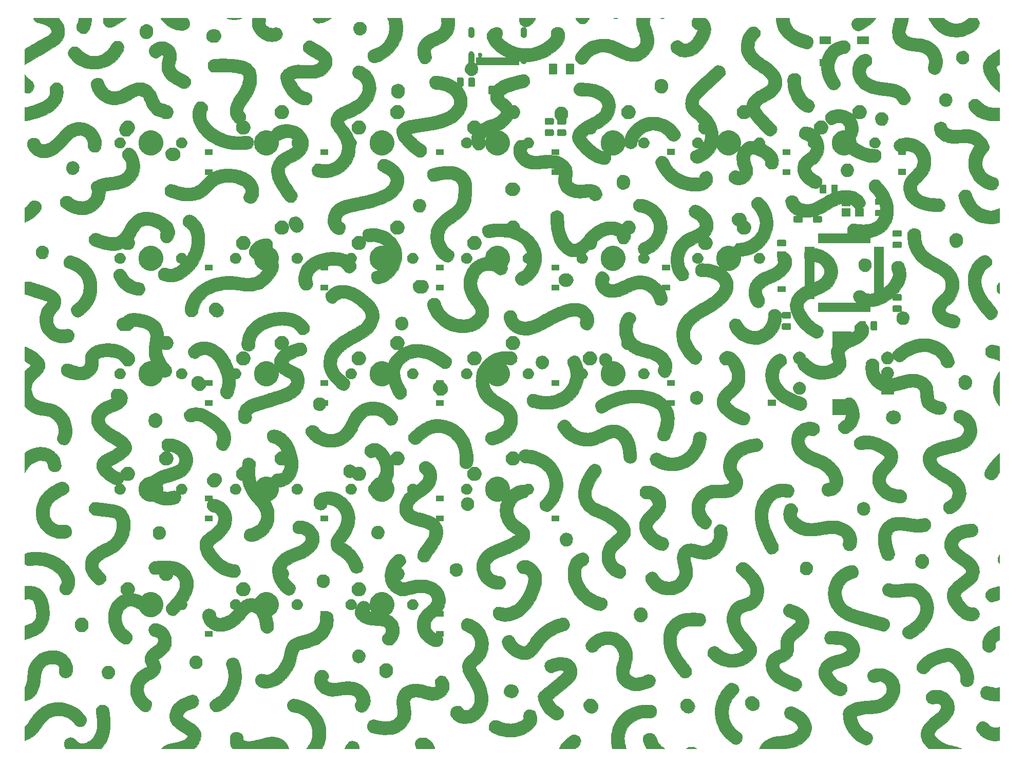
<source format=gbs>
G04 #@! TF.GenerationSoftware,KiCad,Pcbnew,(5.1.5-0-10_14)*
G04 #@! TF.CreationDate,2020-07-12T17:44:48+02:00*
G04 #@! TF.ProjectId,Trigon,54726967-6f6e-42e6-9b69-6361645f7063,rev?*
G04 #@! TF.SameCoordinates,Original*
G04 #@! TF.FileFunction,Soldermask,Bot*
G04 #@! TF.FilePolarity,Negative*
%FSLAX46Y46*%
G04 Gerber Fmt 4.6, Leading zero omitted, Abs format (unit mm)*
G04 Created by KiCad (PCBNEW (5.1.5-0-10_14)) date 2020-07-12 17:44:48*
%MOMM*%
%LPD*%
G04 APERTURE LIST*
%ADD10C,0.010000*%
%ADD11C,0.100000*%
G04 APERTURE END LIST*
D10*
G36*
X108129420Y-4722151D02*
G01*
X108948719Y-4721991D01*
X108852263Y-4642938D01*
X108709627Y-4539501D01*
X108569071Y-4471147D01*
X108410996Y-4431484D01*
X108215801Y-4414121D01*
X108144921Y-4412271D01*
X107988236Y-4411839D01*
X107878153Y-4418055D01*
X107797100Y-4433469D01*
X107727506Y-4460632D01*
X107694795Y-4477615D01*
X107582827Y-4542857D01*
X107464853Y-4617285D01*
X107438154Y-4635148D01*
X107310121Y-4722310D01*
X108129420Y-4722151D01*
G37*
X108129420Y-4722151D02*
X108948719Y-4721991D01*
X108852263Y-4642938D01*
X108709627Y-4539501D01*
X108569071Y-4471147D01*
X108410996Y-4431484D01*
X108215801Y-4414121D01*
X108144921Y-4412271D01*
X107988236Y-4411839D01*
X107878153Y-4418055D01*
X107797100Y-4433469D01*
X107727506Y-4460632D01*
X107694795Y-4477615D01*
X107582827Y-4542857D01*
X107464853Y-4617285D01*
X107438154Y-4635148D01*
X107310121Y-4722310D01*
X108129420Y-4722151D01*
G36*
X53346505Y-4649969D02*
G01*
X53336687Y-4370590D01*
X53272723Y-4118840D01*
X53157209Y-3899549D01*
X52992741Y-3717548D01*
X52781913Y-3577668D01*
X52766204Y-3569925D01*
X52671760Y-3533605D01*
X52550931Y-3499750D01*
X52420876Y-3471538D01*
X52298754Y-3452147D01*
X52201724Y-3444754D01*
X52146943Y-3452537D01*
X52143972Y-3454689D01*
X52110359Y-3463072D01*
X52037727Y-3474602D01*
X52023417Y-3476535D01*
X51855072Y-3520678D01*
X51696308Y-3610402D01*
X51540555Y-3750915D01*
X51381244Y-3947425D01*
X51321838Y-4032757D01*
X51256672Y-4137610D01*
X51185868Y-4264288D01*
X51116872Y-4397745D01*
X51057133Y-4522936D01*
X51014098Y-4624819D01*
X50995214Y-4688346D01*
X50994921Y-4693156D01*
X51026092Y-4700305D01*
X51115689Y-4706701D01*
X51257835Y-4712198D01*
X51446655Y-4716649D01*
X51676274Y-4719910D01*
X51940815Y-4721833D01*
X52168466Y-4722310D01*
X53342010Y-4722310D01*
X53346505Y-4649969D01*
G37*
X53346505Y-4649969D02*
X53336687Y-4370590D01*
X53272723Y-4118840D01*
X53157209Y-3899549D01*
X52992741Y-3717548D01*
X52781913Y-3577668D01*
X52766204Y-3569925D01*
X52671760Y-3533605D01*
X52550931Y-3499750D01*
X52420876Y-3471538D01*
X52298754Y-3452147D01*
X52201724Y-3444754D01*
X52146943Y-3452537D01*
X52143972Y-3454689D01*
X52110359Y-3463072D01*
X52037727Y-3474602D01*
X52023417Y-3476535D01*
X51855072Y-3520678D01*
X51696308Y-3610402D01*
X51540555Y-3750915D01*
X51381244Y-3947425D01*
X51321838Y-4032757D01*
X51256672Y-4137610D01*
X51185868Y-4264288D01*
X51116872Y-4397745D01*
X51057133Y-4522936D01*
X51014098Y-4624819D01*
X50995214Y-4688346D01*
X50994921Y-4693156D01*
X51026092Y-4700305D01*
X51115689Y-4706701D01*
X51257835Y-4712198D01*
X51446655Y-4716649D01*
X51676274Y-4719910D01*
X51940815Y-4721833D01*
X52168466Y-4722310D01*
X53342010Y-4722310D01*
X53346505Y-4649969D01*
G36*
X65766018Y-4569589D02*
G01*
X65702927Y-4311536D01*
X65587634Y-4049283D01*
X65428965Y-3792806D01*
X65235750Y-3552082D01*
X65016815Y-3337085D01*
X64780989Y-3157791D01*
X64537100Y-3024176D01*
X64337959Y-2955858D01*
X64048720Y-2903180D01*
X63771297Y-2885996D01*
X63604033Y-2895289D01*
X63473526Y-2914034D01*
X63349756Y-2938154D01*
X63282514Y-2955639D01*
X63074755Y-3052699D01*
X62900600Y-3196627D01*
X62762968Y-3377785D01*
X62664775Y-3586530D01*
X62608940Y-3813223D01*
X62598381Y-4048223D01*
X62636015Y-4281890D01*
X62724762Y-4504583D01*
X62784283Y-4601741D01*
X62867717Y-4722310D01*
X65786600Y-4722310D01*
X65766018Y-4569589D01*
G37*
X65766018Y-4569589D02*
X65702927Y-4311536D01*
X65587634Y-4049283D01*
X65428965Y-3792806D01*
X65235750Y-3552082D01*
X65016815Y-3337085D01*
X64780989Y-3157791D01*
X64537100Y-3024176D01*
X64337959Y-2955858D01*
X64048720Y-2903180D01*
X63771297Y-2885996D01*
X63604033Y-2895289D01*
X63473526Y-2914034D01*
X63349756Y-2938154D01*
X63282514Y-2955639D01*
X63074755Y-3052699D01*
X62900600Y-3196627D01*
X62762968Y-3377785D01*
X62664775Y-3586530D01*
X62608940Y-3813223D01*
X62598381Y-4048223D01*
X62636015Y-4281890D01*
X62724762Y-4504583D01*
X62784283Y-4601741D01*
X62867717Y-4722310D01*
X65786600Y-4722310D01*
X65766018Y-4569589D01*
G36*
X89199411Y-4556604D02*
G01*
X89384470Y-4419280D01*
X89524168Y-4301470D01*
X89629460Y-4191643D01*
X89711299Y-4078271D01*
X89780640Y-3949822D01*
X89785383Y-3939810D01*
X89869356Y-3694237D01*
X89895125Y-3447518D01*
X89864879Y-3208655D01*
X89780805Y-2986652D01*
X89645090Y-2790511D01*
X89468293Y-2634931D01*
X89258244Y-2519017D01*
X89031655Y-2443636D01*
X88803446Y-2411113D01*
X88588538Y-2423773D01*
X88425906Y-2472494D01*
X88309342Y-2536143D01*
X88157461Y-2636115D01*
X87981087Y-2763940D01*
X87791044Y-2911153D01*
X87598155Y-3069284D01*
X87413244Y-3229868D01*
X87247134Y-3384435D01*
X87197373Y-3433600D01*
X86973701Y-3670878D01*
X86794283Y-3891128D01*
X86648004Y-4110022D01*
X86523749Y-4343231D01*
X86472896Y-4455094D01*
X86363714Y-4706235D01*
X87665010Y-4714633D01*
X88966307Y-4723031D01*
X89199411Y-4556604D01*
G37*
X89199411Y-4556604D02*
X89384470Y-4419280D01*
X89524168Y-4301470D01*
X89629460Y-4191643D01*
X89711299Y-4078271D01*
X89780640Y-3949822D01*
X89785383Y-3939810D01*
X89869356Y-3694237D01*
X89895125Y-3447518D01*
X89864879Y-3208655D01*
X89780805Y-2986652D01*
X89645090Y-2790511D01*
X89468293Y-2634931D01*
X89258244Y-2519017D01*
X89031655Y-2443636D01*
X88803446Y-2411113D01*
X88588538Y-2423773D01*
X88425906Y-2472494D01*
X88309342Y-2536143D01*
X88157461Y-2636115D01*
X87981087Y-2763940D01*
X87791044Y-2911153D01*
X87598155Y-3069284D01*
X87413244Y-3229868D01*
X87247134Y-3384435D01*
X87197373Y-3433600D01*
X86973701Y-3670878D01*
X86794283Y-3891128D01*
X86648004Y-4110022D01*
X86523749Y-4343231D01*
X86472896Y-4455094D01*
X86363714Y-4706235D01*
X87665010Y-4714633D01*
X88966307Y-4723031D01*
X89199411Y-4556604D01*
G36*
X103544666Y-4566414D02*
G01*
X103360953Y-4421013D01*
X103164824Y-4238583D01*
X102975018Y-4038353D01*
X102810272Y-3839548D01*
X102737093Y-3737723D01*
X102591208Y-3494973D01*
X102448412Y-3204702D01*
X102305661Y-2861311D01*
X102232148Y-2691856D01*
X102154844Y-2562564D01*
X102059548Y-2450145D01*
X102047623Y-2438074D01*
X101855396Y-2289842D01*
X101629094Y-2189636D01*
X101380662Y-2140571D01*
X101122043Y-2145761D01*
X101006029Y-2166511D01*
X100765548Y-2247677D01*
X100555295Y-2369780D01*
X100384232Y-2525296D01*
X100261321Y-2706700D01*
X100211995Y-2833165D01*
X100180453Y-3002367D01*
X100180218Y-3185938D01*
X100212973Y-3390540D01*
X100280396Y-3622839D01*
X100384169Y-3889496D01*
X100525972Y-4197177D01*
X100586893Y-4319741D01*
X100782136Y-4706235D01*
X102274666Y-4714597D01*
X103767197Y-4722959D01*
X103544666Y-4566414D01*
G37*
X103544666Y-4566414D02*
X103360953Y-4421013D01*
X103164824Y-4238583D01*
X102975018Y-4038353D01*
X102810272Y-3839548D01*
X102737093Y-3737723D01*
X102591208Y-3494973D01*
X102448412Y-3204702D01*
X102305661Y-2861311D01*
X102232148Y-2691856D01*
X102154844Y-2562564D01*
X102059548Y-2450145D01*
X102047623Y-2438074D01*
X101855396Y-2289842D01*
X101629094Y-2189636D01*
X101380662Y-2140571D01*
X101122043Y-2145761D01*
X101006029Y-2166511D01*
X100765548Y-2247677D01*
X100555295Y-2369780D01*
X100384232Y-2525296D01*
X100261321Y-2706700D01*
X100211995Y-2833165D01*
X100180453Y-3002367D01*
X100180218Y-3185938D01*
X100212973Y-3390540D01*
X100280396Y-3622839D01*
X100384169Y-3889496D01*
X100525972Y-4197177D01*
X100586893Y-4319741D01*
X100782136Y-4706235D01*
X102274666Y-4714597D01*
X103767197Y-4722959D01*
X103544666Y-4566414D01*
G36*
X41686791Y-4560961D02*
G01*
X41566934Y-4229144D01*
X41390383Y-3915610D01*
X41163874Y-3628084D01*
X40894144Y-3374287D01*
X40587930Y-3161944D01*
X40366169Y-3046919D01*
X40147056Y-2953228D01*
X39949241Y-2883349D01*
X39756492Y-2834177D01*
X39552575Y-2802607D01*
X39321256Y-2785532D01*
X39046301Y-2779847D01*
X38970111Y-2779838D01*
X38713801Y-2786662D01*
X38462977Y-2807073D01*
X38204139Y-2843270D01*
X37923785Y-2897449D01*
X37608414Y-2971807D01*
X37314288Y-3049360D01*
X36961310Y-3145481D01*
X36663203Y-3225764D01*
X36412930Y-3291765D01*
X36203456Y-3345040D01*
X36027744Y-3387142D01*
X35878757Y-3419627D01*
X35749461Y-3444050D01*
X35632818Y-3461965D01*
X35521792Y-3474928D01*
X35409347Y-3484494D01*
X35318201Y-3490472D01*
X34977984Y-3488788D01*
X34675550Y-3441321D01*
X34432977Y-3357073D01*
X34264779Y-3279146D01*
X34254948Y-3108513D01*
X34244696Y-2984772D01*
X34230030Y-2867398D01*
X34222828Y-2825348D01*
X34207227Y-2746427D01*
X34198004Y-2699487D01*
X34197475Y-2696741D01*
X34163797Y-2607562D01*
X34098656Y-2493729D01*
X34015930Y-2376184D01*
X33929496Y-2275872D01*
X33900186Y-2248049D01*
X33707687Y-2117879D01*
X33477318Y-2025909D01*
X33225768Y-1976306D01*
X32969728Y-1973240D01*
X32858693Y-1987934D01*
X32635058Y-2058632D01*
X32437031Y-2179960D01*
X32274409Y-2342701D01*
X32156992Y-2537639D01*
X32105068Y-2696741D01*
X32088187Y-2827981D01*
X32081415Y-3006427D01*
X32083957Y-3215915D01*
X32095016Y-3440276D01*
X32113797Y-3663347D01*
X32139505Y-3868960D01*
X32171205Y-4040355D01*
X32224144Y-4229284D01*
X32292491Y-4383053D01*
X32390250Y-4530791D01*
X32433356Y-4585665D01*
X32544036Y-4722310D01*
X41729354Y-4722310D01*
X41686791Y-4560961D01*
G37*
X41686791Y-4560961D02*
X41566934Y-4229144D01*
X41390383Y-3915610D01*
X41163874Y-3628084D01*
X40894144Y-3374287D01*
X40587930Y-3161944D01*
X40366169Y-3046919D01*
X40147056Y-2953228D01*
X39949241Y-2883349D01*
X39756492Y-2834177D01*
X39552575Y-2802607D01*
X39321256Y-2785532D01*
X39046301Y-2779847D01*
X38970111Y-2779838D01*
X38713801Y-2786662D01*
X38462977Y-2807073D01*
X38204139Y-2843270D01*
X37923785Y-2897449D01*
X37608414Y-2971807D01*
X37314288Y-3049360D01*
X36961310Y-3145481D01*
X36663203Y-3225764D01*
X36412930Y-3291765D01*
X36203456Y-3345040D01*
X36027744Y-3387142D01*
X35878757Y-3419627D01*
X35749461Y-3444050D01*
X35632818Y-3461965D01*
X35521792Y-3474928D01*
X35409347Y-3484494D01*
X35318201Y-3490472D01*
X34977984Y-3488788D01*
X34675550Y-3441321D01*
X34432977Y-3357073D01*
X34264779Y-3279146D01*
X34254948Y-3108513D01*
X34244696Y-2984772D01*
X34230030Y-2867398D01*
X34222828Y-2825348D01*
X34207227Y-2746427D01*
X34198004Y-2699487D01*
X34197475Y-2696741D01*
X34163797Y-2607562D01*
X34098656Y-2493729D01*
X34015930Y-2376184D01*
X33929496Y-2275872D01*
X33900186Y-2248049D01*
X33707687Y-2117879D01*
X33477318Y-2025909D01*
X33225768Y-1976306D01*
X32969728Y-1973240D01*
X32858693Y-1987934D01*
X32635058Y-2058632D01*
X32437031Y-2179960D01*
X32274409Y-2342701D01*
X32156992Y-2537639D01*
X32105068Y-2696741D01*
X32088187Y-2827981D01*
X32081415Y-3006427D01*
X32083957Y-3215915D01*
X32095016Y-3440276D01*
X32113797Y-3663347D01*
X32139505Y-3868960D01*
X32171205Y-4040355D01*
X32224144Y-4229284D01*
X32292491Y-4383053D01*
X32390250Y-4530791D01*
X32433356Y-4585665D01*
X32544036Y-4722310D01*
X41729354Y-4722310D01*
X41686791Y-4560961D01*
G36*
X158704813Y-3381895D02*
G01*
X158760048Y-3371624D01*
X158960997Y-3331413D01*
X158960997Y-1056131D01*
X158840428Y-1108504D01*
X158641031Y-1184601D01*
X158459740Y-1227121D01*
X158264645Y-1242905D01*
X158210773Y-1243475D01*
X157959186Y-1227040D01*
X157737612Y-1173788D01*
X157533794Y-1077801D01*
X157335477Y-933160D01*
X157130405Y-733947D01*
X157110061Y-711896D01*
X156974399Y-570093D01*
X156860983Y-468238D01*
X156754670Y-393960D01*
X156659030Y-343479D01*
X156475922Y-278402D01*
X156276756Y-241201D01*
X156089380Y-236161D01*
X156019098Y-244999D01*
X155797174Y-317591D01*
X155589628Y-443883D01*
X155408545Y-613313D01*
X155266012Y-815318D01*
X155198655Y-962097D01*
X155166092Y-1092517D01*
X155148427Y-1251137D01*
X155145588Y-1417613D01*
X155157502Y-1571600D01*
X155184095Y-1692753D01*
X155201424Y-1732184D01*
X155268783Y-1833851D01*
X155368204Y-1964496D01*
X155486115Y-2107789D01*
X155608946Y-2247402D01*
X155723128Y-2367005D01*
X155753104Y-2396011D01*
X156079335Y-2671936D01*
X156437895Y-2917910D01*
X156808323Y-3120467D01*
X156951571Y-3184781D01*
X157273754Y-3294326D01*
X157630098Y-3370869D01*
X158000674Y-3412350D01*
X158365555Y-3416712D01*
X158704813Y-3381895D01*
G37*
X158704813Y-3381895D02*
X158760048Y-3371624D01*
X158960997Y-3331413D01*
X158960997Y-1056131D01*
X158840428Y-1108504D01*
X158641031Y-1184601D01*
X158459740Y-1227121D01*
X158264645Y-1242905D01*
X158210773Y-1243475D01*
X157959186Y-1227040D01*
X157737612Y-1173788D01*
X157533794Y-1077801D01*
X157335477Y-933160D01*
X157130405Y-733947D01*
X157110061Y-711896D01*
X156974399Y-570093D01*
X156860983Y-468238D01*
X156754670Y-393960D01*
X156659030Y-343479D01*
X156475922Y-278402D01*
X156276756Y-241201D01*
X156089380Y-236161D01*
X156019098Y-244999D01*
X155797174Y-317591D01*
X155589628Y-443883D01*
X155408545Y-613313D01*
X155266012Y-815318D01*
X155198655Y-962097D01*
X155166092Y-1092517D01*
X155148427Y-1251137D01*
X155145588Y-1417613D01*
X155157502Y-1571600D01*
X155184095Y-1692753D01*
X155201424Y-1732184D01*
X155268783Y-1833851D01*
X155368204Y-1964496D01*
X155486115Y-2107789D01*
X155608946Y-2247402D01*
X155723128Y-2367005D01*
X155753104Y-2396011D01*
X156079335Y-2671936D01*
X156437895Y-2917910D01*
X156808323Y-3120467D01*
X156951571Y-3184781D01*
X157273754Y-3294326D01*
X157630098Y-3370869D01*
X158000674Y-3412350D01*
X158365555Y-3416712D01*
X158704813Y-3381895D01*
G36*
X78370541Y-2745705D02*
G01*
X78580668Y-2743017D01*
X78775724Y-2738325D01*
X78942611Y-2731715D01*
X79068226Y-2723274D01*
X79127833Y-2715725D01*
X79653624Y-2598331D01*
X80127610Y-2455733D01*
X80558214Y-2285249D01*
X80719352Y-2209066D01*
X81162594Y-1964494D01*
X81552480Y-1697705D01*
X81887288Y-1410526D01*
X82165297Y-1104784D01*
X82384787Y-782306D01*
X82544038Y-444921D01*
X82621585Y-188893D01*
X82659653Y59378D01*
X82664740Y322025D01*
X82639713Y588011D01*
X82587436Y846301D01*
X82510775Y1085859D01*
X82412595Y1295649D01*
X82295762Y1464635D01*
X82163142Y1581782D01*
X82161584Y1582755D01*
X81921497Y1695307D01*
X81659036Y1752802D01*
X81388628Y1752918D01*
X81249858Y1729575D01*
X81135768Y1699003D01*
X81036628Y1665027D01*
X80996042Y1646684D01*
X80892370Y1574708D01*
X80777238Y1472314D01*
X80670391Y1359204D01*
X80591573Y1255079D01*
X80575679Y1227236D01*
X80495897Y1006516D01*
X80460991Y758391D01*
X80472480Y502940D01*
X80508111Y333393D01*
X80521982Y257431D01*
X80508357Y229092D01*
X80507841Y229082D01*
X80471695Y208649D01*
X80402040Y154289D01*
X80311941Y76412D01*
X80281630Y48872D01*
X80108211Y-83927D01*
X79887524Y-212427D01*
X79636533Y-329298D01*
X79372203Y-427208D01*
X79111498Y-498826D01*
X78945059Y-528752D01*
X78850698Y-543125D01*
X78785403Y-556305D01*
X78770490Y-561290D01*
X78732169Y-567767D01*
X78643630Y-576182D01*
X78518881Y-585351D01*
X78400243Y-592555D01*
X77933216Y-588359D01*
X77479477Y-524192D01*
X77279098Y-475184D01*
X77161216Y-442315D01*
X77063945Y-415189D01*
X77007381Y-399410D01*
X77005807Y-398971D01*
X76899582Y-363107D01*
X76753431Y-305269D01*
X76584716Y-232690D01*
X76410799Y-152604D01*
X76386586Y-140993D01*
X76146092Y-45335D01*
X75925113Y-3008D01*
X75709833Y-12355D01*
X75573128Y-43384D01*
X75338704Y-142739D01*
X75132855Y-291197D01*
X74963260Y-479025D01*
X74837601Y-696486D01*
X74763557Y-933846D01*
X74746826Y-1090774D01*
X74753716Y-1289944D01*
X74788608Y-1464561D01*
X74856384Y-1619620D01*
X74961926Y-1760115D01*
X75110116Y-1891039D01*
X75305836Y-2017388D01*
X75553967Y-2144153D01*
X75859391Y-2276331D01*
X75935785Y-2307041D01*
X76369796Y-2458053D01*
X76864448Y-2590135D01*
X77420140Y-2703389D01*
X77552390Y-2726082D01*
X77641353Y-2734703D01*
X77780751Y-2740889D01*
X77957482Y-2744728D01*
X78158446Y-2746304D01*
X78370541Y-2745705D01*
G37*
X78370541Y-2745705D02*
X78580668Y-2743017D01*
X78775724Y-2738325D01*
X78942611Y-2731715D01*
X79068226Y-2723274D01*
X79127833Y-2715725D01*
X79653624Y-2598331D01*
X80127610Y-2455733D01*
X80558214Y-2285249D01*
X80719352Y-2209066D01*
X81162594Y-1964494D01*
X81552480Y-1697705D01*
X81887288Y-1410526D01*
X82165297Y-1104784D01*
X82384787Y-782306D01*
X82544038Y-444921D01*
X82621585Y-188893D01*
X82659653Y59378D01*
X82664740Y322025D01*
X82639713Y588011D01*
X82587436Y846301D01*
X82510775Y1085859D01*
X82412595Y1295649D01*
X82295762Y1464635D01*
X82163142Y1581782D01*
X82161584Y1582755D01*
X81921497Y1695307D01*
X81659036Y1752802D01*
X81388628Y1752918D01*
X81249858Y1729575D01*
X81135768Y1699003D01*
X81036628Y1665027D01*
X80996042Y1646684D01*
X80892370Y1574708D01*
X80777238Y1472314D01*
X80670391Y1359204D01*
X80591573Y1255079D01*
X80575679Y1227236D01*
X80495897Y1006516D01*
X80460991Y758391D01*
X80472480Y502940D01*
X80508111Y333393D01*
X80521982Y257431D01*
X80508357Y229092D01*
X80507841Y229082D01*
X80471695Y208649D01*
X80402040Y154289D01*
X80311941Y76412D01*
X80281630Y48872D01*
X80108211Y-83927D01*
X79887524Y-212427D01*
X79636533Y-329298D01*
X79372203Y-427208D01*
X79111498Y-498826D01*
X78945059Y-528752D01*
X78850698Y-543125D01*
X78785403Y-556305D01*
X78770490Y-561290D01*
X78732169Y-567767D01*
X78643630Y-576182D01*
X78518881Y-585351D01*
X78400243Y-592555D01*
X77933216Y-588359D01*
X77479477Y-524192D01*
X77279098Y-475184D01*
X77161216Y-442315D01*
X77063945Y-415189D01*
X77007381Y-399410D01*
X77005807Y-398971D01*
X76899582Y-363107D01*
X76753431Y-305269D01*
X76584716Y-232690D01*
X76410799Y-152604D01*
X76386586Y-140993D01*
X76146092Y-45335D01*
X75925113Y-3008D01*
X75709833Y-12355D01*
X75573128Y-43384D01*
X75338704Y-142739D01*
X75132855Y-291197D01*
X74963260Y-479025D01*
X74837601Y-696486D01*
X74763557Y-933846D01*
X74746826Y-1090774D01*
X74753716Y-1289944D01*
X74788608Y-1464561D01*
X74856384Y-1619620D01*
X74961926Y-1760115D01*
X75110116Y-1891039D01*
X75305836Y-2017388D01*
X75553967Y-2144153D01*
X75859391Y-2276331D01*
X75935785Y-2307041D01*
X76369796Y-2458053D01*
X76864448Y-2590135D01*
X77420140Y-2703389D01*
X77552390Y-2726082D01*
X77641353Y-2734703D01*
X77780751Y-2740889D01*
X77957482Y-2744728D01*
X78158446Y-2746304D01*
X78370541Y-2745705D01*
G36*
X121447766Y-4720547D02*
G01*
X121814579Y-4719568D01*
X122166409Y-4717783D01*
X122497312Y-4715275D01*
X122801343Y-4712129D01*
X123072558Y-4708429D01*
X123305013Y-4704260D01*
X123492764Y-4699706D01*
X123629866Y-4694852D01*
X123710376Y-4689782D01*
X123722516Y-4688246D01*
X123850981Y-4667721D01*
X123977211Y-4648646D01*
X124027959Y-4641438D01*
X124133666Y-4626087D01*
X124225977Y-4611267D01*
X124236947Y-4609329D01*
X124331060Y-4592719D01*
X124413782Y-4578512D01*
X124510645Y-4560724D01*
X124582579Y-4545807D01*
X124667192Y-4526653D01*
X124711312Y-4516693D01*
X124776048Y-4500776D01*
X124872156Y-4475773D01*
X124912136Y-4465095D01*
X125009879Y-4439426D01*
X125086334Y-4420476D01*
X125104922Y-4416324D01*
X125156895Y-4401189D01*
X125250856Y-4370029D01*
X125368427Y-4328981D01*
X125394415Y-4319672D01*
X125821330Y-4137688D01*
X126225681Y-3909568D01*
X126601241Y-3641244D01*
X126941783Y-3338649D01*
X127241081Y-3007717D01*
X127492908Y-2654379D01*
X127691036Y-2284570D01*
X127787697Y-2039288D01*
X127874698Y-1715083D01*
X127923314Y-1379703D01*
X127932482Y-1050549D01*
X127901136Y-745019D01*
X127874338Y-622943D01*
X127735582Y-201043D01*
X127547311Y190940D01*
X127307513Y555220D01*
X127014178Y894011D01*
X126665294Y1209528D01*
X126258850Y1503986D01*
X125792836Y1779600D01*
X125603402Y1878001D01*
X125320867Y2015894D01*
X125085024Y2121432D01*
X124888395Y2196912D01*
X124723506Y2244634D01*
X124582880Y2266894D01*
X124459041Y2265992D01*
X124381630Y2253549D01*
X124148664Y2171583D01*
X123930577Y2038217D01*
X123745109Y1865881D01*
X123653104Y1743064D01*
X123541203Y1511847D01*
X123489387Y1273584D01*
X123495141Y1035920D01*
X123555947Y806499D01*
X123669287Y592964D01*
X123832644Y402960D01*
X124043502Y244130D01*
X124168656Y177529D01*
X124503190Y16795D01*
X124783085Y-127908D01*
X125014715Y-260853D01*
X125204454Y-386316D01*
X125358677Y-508572D01*
X125483758Y-631895D01*
X125586070Y-760561D01*
X125601947Y-783703D01*
X125702293Y-954139D01*
X125754850Y-1100924D01*
X125763701Y-1238414D01*
X125752152Y-1312045D01*
X125685020Y-1481019D01*
X125562720Y-1655131D01*
X125393265Y-1827550D01*
X125184666Y-1991445D01*
X124944934Y-2139985D01*
X124682083Y-2266340D01*
X124590617Y-2302382D01*
X124399142Y-2364414D01*
X124163295Y-2426503D01*
X123902870Y-2484431D01*
X123637657Y-2533976D01*
X123387446Y-2570917D01*
X123272390Y-2583507D01*
X123149634Y-2595811D01*
X123042084Y-2608058D01*
X122983022Y-2616099D01*
X122906973Y-2626529D01*
X122795517Y-2639635D01*
X122709731Y-2648774D01*
X122249146Y-2705873D01*
X121841519Y-2779465D01*
X121476989Y-2872297D01*
X121145696Y-2987116D01*
X120837780Y-3126670D01*
X120672032Y-3216563D01*
X120331688Y-3440389D01*
X120027347Y-3697657D01*
X119766107Y-3980699D01*
X119555068Y-4281847D01*
X119404120Y-4586324D01*
X119349851Y-4723628D01*
X121447766Y-4720547D01*
G37*
X121447766Y-4720547D02*
X121814579Y-4719568D01*
X122166409Y-4717783D01*
X122497312Y-4715275D01*
X122801343Y-4712129D01*
X123072558Y-4708429D01*
X123305013Y-4704260D01*
X123492764Y-4699706D01*
X123629866Y-4694852D01*
X123710376Y-4689782D01*
X123722516Y-4688246D01*
X123850981Y-4667721D01*
X123977211Y-4648646D01*
X124027959Y-4641438D01*
X124133666Y-4626087D01*
X124225977Y-4611267D01*
X124236947Y-4609329D01*
X124331060Y-4592719D01*
X124413782Y-4578512D01*
X124510645Y-4560724D01*
X124582579Y-4545807D01*
X124667192Y-4526653D01*
X124711312Y-4516693D01*
X124776048Y-4500776D01*
X124872156Y-4475773D01*
X124912136Y-4465095D01*
X125009879Y-4439426D01*
X125086334Y-4420476D01*
X125104922Y-4416324D01*
X125156895Y-4401189D01*
X125250856Y-4370029D01*
X125368427Y-4328981D01*
X125394415Y-4319672D01*
X125821330Y-4137688D01*
X126225681Y-3909568D01*
X126601241Y-3641244D01*
X126941783Y-3338649D01*
X127241081Y-3007717D01*
X127492908Y-2654379D01*
X127691036Y-2284570D01*
X127787697Y-2039288D01*
X127874698Y-1715083D01*
X127923314Y-1379703D01*
X127932482Y-1050549D01*
X127901136Y-745019D01*
X127874338Y-622943D01*
X127735582Y-201043D01*
X127547311Y190940D01*
X127307513Y555220D01*
X127014178Y894011D01*
X126665294Y1209528D01*
X126258850Y1503986D01*
X125792836Y1779600D01*
X125603402Y1878001D01*
X125320867Y2015894D01*
X125085024Y2121432D01*
X124888395Y2196912D01*
X124723506Y2244634D01*
X124582880Y2266894D01*
X124459041Y2265992D01*
X124381630Y2253549D01*
X124148664Y2171583D01*
X123930577Y2038217D01*
X123745109Y1865881D01*
X123653104Y1743064D01*
X123541203Y1511847D01*
X123489387Y1273584D01*
X123495141Y1035920D01*
X123555947Y806499D01*
X123669287Y592964D01*
X123832644Y402960D01*
X124043502Y244130D01*
X124168656Y177529D01*
X124503190Y16795D01*
X124783085Y-127908D01*
X125014715Y-260853D01*
X125204454Y-386316D01*
X125358677Y-508572D01*
X125483758Y-631895D01*
X125586070Y-760561D01*
X125601947Y-783703D01*
X125702293Y-954139D01*
X125754850Y-1100924D01*
X125763701Y-1238414D01*
X125752152Y-1312045D01*
X125685020Y-1481019D01*
X125562720Y-1655131D01*
X125393265Y-1827550D01*
X125184666Y-1991445D01*
X124944934Y-2139985D01*
X124682083Y-2266340D01*
X124590617Y-2302382D01*
X124399142Y-2364414D01*
X124163295Y-2426503D01*
X123902870Y-2484431D01*
X123637657Y-2533976D01*
X123387446Y-2570917D01*
X123272390Y-2583507D01*
X123149634Y-2595811D01*
X123042084Y-2608058D01*
X122983022Y-2616099D01*
X122906973Y-2626529D01*
X122795517Y-2639635D01*
X122709731Y-2648774D01*
X122249146Y-2705873D01*
X121841519Y-2779465D01*
X121476989Y-2872297D01*
X121145696Y-2987116D01*
X120837780Y-3126670D01*
X120672032Y-3216563D01*
X120331688Y-3440389D01*
X120027347Y-3697657D01*
X119766107Y-3980699D01*
X119555068Y-4281847D01*
X119404120Y-4586324D01*
X119349851Y-4723628D01*
X121447766Y-4720547D01*
G36*
X97337555Y-4505285D02*
G01*
X97260788Y-4282429D01*
X97189981Y-4031939D01*
X97133696Y-3786052D01*
X97109136Y-3645222D01*
X97097566Y-3523107D01*
X97090071Y-3356099D01*
X97086656Y-3163479D01*
X97087327Y-2964530D01*
X97092089Y-2778532D01*
X97100950Y-2624768D01*
X97108792Y-2552057D01*
X97200658Y-2134704D01*
X97352083Y-1729791D01*
X97558684Y-1342960D01*
X97816075Y-979852D01*
X98119874Y-646109D01*
X98465697Y-347371D01*
X98849158Y-89282D01*
X99144435Y67418D01*
X99550966Y234692D01*
X99950939Y344356D01*
X100359035Y399495D01*
X100749985Y404883D01*
X100999355Y396110D01*
X101194458Y391126D01*
X101345250Y390457D01*
X101461684Y394630D01*
X101553714Y404171D01*
X101631297Y419607D01*
X101704385Y441465D01*
X101749973Y457789D01*
X101986809Y574786D01*
X102172420Y730540D01*
X102307233Y925507D01*
X102385601Y1135323D01*
X102417941Y1371313D01*
X102400669Y1612905D01*
X102338451Y1846997D01*
X102235953Y2060483D01*
X102097844Y2240260D01*
X101949071Y2361098D01*
X101808129Y2426115D01*
X101617851Y2475626D01*
X101374750Y2510146D01*
X101075336Y2530190D01*
X100762743Y2536263D01*
X100595269Y2536102D01*
X100452299Y2534910D01*
X100345354Y2532867D01*
X100285953Y2530150D01*
X100277784Y2528740D01*
X100243090Y2521626D01*
X100162208Y2511453D01*
X100058719Y2501006D01*
X99492263Y2418738D01*
X98932333Y2278009D01*
X98386468Y2082464D01*
X97862209Y1835751D01*
X97367094Y1541515D01*
X96908663Y1203402D01*
X96494458Y825059D01*
X96409609Y736350D01*
X96034264Y287260D01*
X95710256Y-198494D01*
X95439113Y-716909D01*
X95222363Y-1263979D01*
X95061534Y-1835700D01*
X94958152Y-2428068D01*
X94913746Y-3037079D01*
X94912036Y-3189471D01*
X94918113Y-3507412D01*
X94937827Y-3789908D01*
X94974347Y-4064437D01*
X95030841Y-4358479D01*
X95063811Y-4505285D01*
X95114253Y-4722310D01*
X97421710Y-4722310D01*
X97337555Y-4505285D01*
G37*
X97337555Y-4505285D02*
X97260788Y-4282429D01*
X97189981Y-4031939D01*
X97133696Y-3786052D01*
X97109136Y-3645222D01*
X97097566Y-3523107D01*
X97090071Y-3356099D01*
X97086656Y-3163479D01*
X97087327Y-2964530D01*
X97092089Y-2778532D01*
X97100950Y-2624768D01*
X97108792Y-2552057D01*
X97200658Y-2134704D01*
X97352083Y-1729791D01*
X97558684Y-1342960D01*
X97816075Y-979852D01*
X98119874Y-646109D01*
X98465697Y-347371D01*
X98849158Y-89282D01*
X99144435Y67418D01*
X99550966Y234692D01*
X99950939Y344356D01*
X100359035Y399495D01*
X100749985Y404883D01*
X100999355Y396110D01*
X101194458Y391126D01*
X101345250Y390457D01*
X101461684Y394630D01*
X101553714Y404171D01*
X101631297Y419607D01*
X101704385Y441465D01*
X101749973Y457789D01*
X101986809Y574786D01*
X102172420Y730540D01*
X102307233Y925507D01*
X102385601Y1135323D01*
X102417941Y1371313D01*
X102400669Y1612905D01*
X102338451Y1846997D01*
X102235953Y2060483D01*
X102097844Y2240260D01*
X101949071Y2361098D01*
X101808129Y2426115D01*
X101617851Y2475626D01*
X101374750Y2510146D01*
X101075336Y2530190D01*
X100762743Y2536263D01*
X100595269Y2536102D01*
X100452299Y2534910D01*
X100345354Y2532867D01*
X100285953Y2530150D01*
X100277784Y2528740D01*
X100243090Y2521626D01*
X100162208Y2511453D01*
X100058719Y2501006D01*
X99492263Y2418738D01*
X98932333Y2278009D01*
X98386468Y2082464D01*
X97862209Y1835751D01*
X97367094Y1541515D01*
X96908663Y1203402D01*
X96494458Y825059D01*
X96409609Y736350D01*
X96034264Y287260D01*
X95710256Y-198494D01*
X95439113Y-716909D01*
X95222363Y-1263979D01*
X95061534Y-1835700D01*
X94958152Y-2428068D01*
X94913746Y-3037079D01*
X94912036Y-3189471D01*
X94918113Y-3507412D01*
X94937827Y-3789908D01*
X94974347Y-4064437D01*
X95030841Y-4358479D01*
X95063811Y-4505285D01*
X95114253Y-4722310D01*
X97421710Y-4722310D01*
X97337555Y-4505285D01*
G36*
X10945678Y-4572664D02*
G01*
X11163544Y-4302484D01*
X11380946Y-3987962D01*
X11586323Y-3648096D01*
X11768114Y-3301884D01*
X11901358Y-3002184D01*
X11928627Y-2926039D01*
X11966320Y-2810564D01*
X12008747Y-2674474D01*
X12050217Y-2536483D01*
X12085039Y-2415307D01*
X12107524Y-2329661D01*
X12111542Y-2310918D01*
X12130301Y-2222706D01*
X12155174Y-2120880D01*
X12155928Y-2118007D01*
X12181284Y-2006588D01*
X12203215Y-1886542D01*
X12204689Y-1876867D01*
X12221182Y-1771253D01*
X12236817Y-1678974D01*
X12238851Y-1667880D01*
X12263059Y-1492588D01*
X12281390Y-1265504D01*
X12293877Y-998868D01*
X12300551Y-704921D01*
X12301445Y-395902D01*
X12296591Y-84051D01*
X12286023Y218391D01*
X12269771Y499184D01*
X12247869Y746089D01*
X12232137Y872120D01*
X12217488Y971195D01*
X12196570Y1108531D01*
X12172327Y1265267D01*
X12147700Y1422540D01*
X12125633Y1561488D01*
X12109069Y1663250D01*
X12104649Y1689279D01*
X12035105Y1912118D01*
X11914186Y2107907D01*
X11750867Y2271801D01*
X11554120Y2398952D01*
X11332922Y2484515D01*
X11096245Y2523642D01*
X10853065Y2511488D01*
X10668767Y2464742D01*
X10440013Y2352919D01*
X10253938Y2193966D01*
X10112972Y1990904D01*
X10019545Y1746754D01*
X9993958Y1626092D01*
X9982030Y1535510D01*
X9977641Y1442051D01*
X9981784Y1334915D01*
X9995450Y1203300D01*
X10019628Y1036404D01*
X10055311Y823425D01*
X10080830Y679208D01*
X10114238Y450208D01*
X10141366Y180116D01*
X10161556Y-114199D01*
X10174147Y-415868D01*
X10178479Y-708024D01*
X10173891Y-973798D01*
X10159722Y-1196322D01*
X10155718Y-1233829D01*
X10074764Y-1700409D01*
X9945162Y-2128130D01*
X9767933Y-2515440D01*
X9544094Y-2860785D01*
X9274666Y-3162609D01*
X8960668Y-3419360D01*
X8603120Y-3629484D01*
X8575424Y-3642915D01*
X8282226Y-3766390D01*
X8016783Y-3840719D01*
X7767815Y-3867858D01*
X7524043Y-3849763D01*
X7455951Y-3837018D01*
X7254272Y-3777277D01*
X7072283Y-3683050D01*
X6895954Y-3545394D01*
X6725491Y-3371388D01*
X6509927Y-3157162D01*
X6299669Y-3003810D01*
X6090692Y-2908584D01*
X6018904Y-2888888D01*
X5776404Y-2864002D01*
X5542567Y-2897390D01*
X5324578Y-2983041D01*
X5129624Y-3114941D01*
X4964893Y-3287078D01*
X4837572Y-3493441D01*
X4754846Y-3728015D01*
X4724098Y-3972102D01*
X4744092Y-4198769D01*
X4817910Y-4400648D01*
X4922698Y-4559550D01*
X5051353Y-4722310D01*
X10813017Y-4722310D01*
X10945678Y-4572664D01*
G37*
X10945678Y-4572664D02*
X11163544Y-4302484D01*
X11380946Y-3987962D01*
X11586323Y-3648096D01*
X11768114Y-3301884D01*
X11901358Y-3002184D01*
X11928627Y-2926039D01*
X11966320Y-2810564D01*
X12008747Y-2674474D01*
X12050217Y-2536483D01*
X12085039Y-2415307D01*
X12107524Y-2329661D01*
X12111542Y-2310918D01*
X12130301Y-2222706D01*
X12155174Y-2120880D01*
X12155928Y-2118007D01*
X12181284Y-2006588D01*
X12203215Y-1886542D01*
X12204689Y-1876867D01*
X12221182Y-1771253D01*
X12236817Y-1678974D01*
X12238851Y-1667880D01*
X12263059Y-1492588D01*
X12281390Y-1265504D01*
X12293877Y-998868D01*
X12300551Y-704921D01*
X12301445Y-395902D01*
X12296591Y-84051D01*
X12286023Y218391D01*
X12269771Y499184D01*
X12247869Y746089D01*
X12232137Y872120D01*
X12217488Y971195D01*
X12196570Y1108531D01*
X12172327Y1265267D01*
X12147700Y1422540D01*
X12125633Y1561488D01*
X12109069Y1663250D01*
X12104649Y1689279D01*
X12035105Y1912118D01*
X11914186Y2107907D01*
X11750867Y2271801D01*
X11554120Y2398952D01*
X11332922Y2484515D01*
X11096245Y2523642D01*
X10853065Y2511488D01*
X10668767Y2464742D01*
X10440013Y2352919D01*
X10253938Y2193966D01*
X10112972Y1990904D01*
X10019545Y1746754D01*
X9993958Y1626092D01*
X9982030Y1535510D01*
X9977641Y1442051D01*
X9981784Y1334915D01*
X9995450Y1203300D01*
X10019628Y1036404D01*
X10055311Y823425D01*
X10080830Y679208D01*
X10114238Y450208D01*
X10141366Y180116D01*
X10161556Y-114199D01*
X10174147Y-415868D01*
X10178479Y-708024D01*
X10173891Y-973798D01*
X10159722Y-1196322D01*
X10155718Y-1233829D01*
X10074764Y-1700409D01*
X9945162Y-2128130D01*
X9767933Y-2515440D01*
X9544094Y-2860785D01*
X9274666Y-3162609D01*
X8960668Y-3419360D01*
X8603120Y-3629484D01*
X8575424Y-3642915D01*
X8282226Y-3766390D01*
X8016783Y-3840719D01*
X7767815Y-3867858D01*
X7524043Y-3849763D01*
X7455951Y-3837018D01*
X7254272Y-3777277D01*
X7072283Y-3683050D01*
X6895954Y-3545394D01*
X6725491Y-3371388D01*
X6509927Y-3157162D01*
X6299669Y-3003810D01*
X6090692Y-2908584D01*
X6018904Y-2888888D01*
X5776404Y-2864002D01*
X5542567Y-2897390D01*
X5324578Y-2983041D01*
X5129624Y-3114941D01*
X4964893Y-3287078D01*
X4837572Y-3493441D01*
X4754846Y-3728015D01*
X4724098Y-3972102D01*
X4744092Y-4198769D01*
X4817910Y-4400648D01*
X4922698Y-4559550D01*
X5051353Y-4722310D01*
X10813017Y-4722310D01*
X10945678Y-4572664D01*
G36*
X-1758455Y-3330378D02*
G01*
X-1678738Y-3305708D01*
X-1564814Y-3269795D01*
X-1480142Y-3242840D01*
X-1041731Y-3072360D01*
X-631925Y-2849272D01*
X-247487Y-2571189D01*
X114821Y-2235729D01*
X458234Y-1840507D01*
X504880Y-1780412D01*
X553288Y-1713888D01*
X630011Y-1604460D01*
X727730Y-1462749D01*
X839124Y-1299379D01*
X956875Y-1124970D01*
X969851Y-1105641D01*
X1209215Y-767726D01*
X1454582Y-456761D01*
X1698769Y-180820D01*
X1934594Y52019D01*
X2154873Y233681D01*
X2172256Y246223D01*
X2338204Y354912D01*
X2521932Y459576D01*
X2704631Y550612D01*
X2867493Y618417D01*
X2954684Y645704D01*
X3078964Y676998D01*
X3208568Y709912D01*
X3225238Y714172D01*
X3347620Y733910D01*
X3516360Y745488D01*
X3714060Y749157D01*
X3923327Y745166D01*
X4126766Y733763D01*
X4306980Y715199D01*
X4414528Y697130D01*
X4849917Y582835D01*
X5238076Y431459D01*
X5587672Y237715D01*
X5907372Y-3690D01*
X6205842Y-298044D01*
X6377217Y-500862D01*
X6559148Y-707383D01*
X6736856Y-858679D01*
X6922193Y-961789D01*
X7127011Y-1023751D01*
X7297209Y-1047177D01*
X7541110Y-1037110D01*
X7769457Y-968857D01*
X7974841Y-848017D01*
X8149853Y-680190D01*
X8287084Y-470975D01*
X8377992Y-230351D01*
X8421487Y19068D01*
X8412042Y240189D01*
X8348334Y443066D01*
X8271508Y578469D01*
X8158685Y730920D01*
X8009906Y909525D01*
X7838814Y1099511D01*
X7659051Y1286103D01*
X7484259Y1454530D01*
X7366615Y1558380D01*
X6932242Y1895033D01*
X6490968Y2179328D01*
X6032815Y2415790D01*
X5547807Y2608947D01*
X5025967Y2763324D01*
X4457318Y2883449D01*
X4438972Y2886651D01*
X4379775Y2892380D01*
X4274432Y2898279D01*
X4135505Y2904037D01*
X3975555Y2909344D01*
X3807143Y2913889D01*
X3642830Y2917362D01*
X3495177Y2919453D01*
X3376745Y2919851D01*
X3300095Y2918245D01*
X3277349Y2915361D01*
X3241275Y2905696D01*
X3161902Y2893510D01*
X3100273Y2886211D01*
X3007443Y2875707D01*
X2928918Y2864517D01*
X2846154Y2849140D01*
X2740608Y2826078D01*
X2593737Y2791832D01*
X2568601Y2785894D01*
X2074754Y2636736D01*
X1588967Y2425496D01*
X1114742Y2154238D01*
X655579Y1825022D01*
X214980Y1439910D01*
X113065Y1340072D01*
X-43974Y1179839D01*
X-177666Y1034981D01*
X-297340Y893356D01*
X-412327Y742820D01*
X-531957Y571232D01*
X-665560Y366448D01*
X-802369Y148702D01*
X-957756Y-98001D01*
X-1089225Y-298142D01*
X-1204087Y-461370D01*
X-1309658Y-597331D01*
X-1413252Y-715672D01*
X-1522182Y-826042D01*
X-1588449Y-888154D01*
X-1798496Y-1080624D01*
X-1798496Y-2210202D01*
X-1798276Y-2472468D01*
X-1797650Y-2713174D01*
X-1796670Y-2925059D01*
X-1795387Y-3100862D01*
X-1793854Y-3233323D01*
X-1792121Y-3315181D01*
X-1790459Y-3339593D01*
X-1758455Y-3330378D01*
G37*
X-1758455Y-3330378D02*
X-1678738Y-3305708D01*
X-1564814Y-3269795D01*
X-1480142Y-3242840D01*
X-1041731Y-3072360D01*
X-631925Y-2849272D01*
X-247487Y-2571189D01*
X114821Y-2235729D01*
X458234Y-1840507D01*
X504880Y-1780412D01*
X553288Y-1713888D01*
X630011Y-1604460D01*
X727730Y-1462749D01*
X839124Y-1299379D01*
X956875Y-1124970D01*
X969851Y-1105641D01*
X1209215Y-767726D01*
X1454582Y-456761D01*
X1698769Y-180820D01*
X1934594Y52019D01*
X2154873Y233681D01*
X2172256Y246223D01*
X2338204Y354912D01*
X2521932Y459576D01*
X2704631Y550612D01*
X2867493Y618417D01*
X2954684Y645704D01*
X3078964Y676998D01*
X3208568Y709912D01*
X3225238Y714172D01*
X3347620Y733910D01*
X3516360Y745488D01*
X3714060Y749157D01*
X3923327Y745166D01*
X4126766Y733763D01*
X4306980Y715199D01*
X4414528Y697130D01*
X4849917Y582835D01*
X5238076Y431459D01*
X5587672Y237715D01*
X5907372Y-3690D01*
X6205842Y-298044D01*
X6377217Y-500862D01*
X6559148Y-707383D01*
X6736856Y-858679D01*
X6922193Y-961789D01*
X7127011Y-1023751D01*
X7297209Y-1047177D01*
X7541110Y-1037110D01*
X7769457Y-968857D01*
X7974841Y-848017D01*
X8149853Y-680190D01*
X8287084Y-470975D01*
X8377992Y-230351D01*
X8421487Y19068D01*
X8412042Y240189D01*
X8348334Y443066D01*
X8271508Y578469D01*
X8158685Y730920D01*
X8009906Y909525D01*
X7838814Y1099511D01*
X7659051Y1286103D01*
X7484259Y1454530D01*
X7366615Y1558380D01*
X6932242Y1895033D01*
X6490968Y2179328D01*
X6032815Y2415790D01*
X5547807Y2608947D01*
X5025967Y2763324D01*
X4457318Y2883449D01*
X4438972Y2886651D01*
X4379775Y2892380D01*
X4274432Y2898279D01*
X4135505Y2904037D01*
X3975555Y2909344D01*
X3807143Y2913889D01*
X3642830Y2917362D01*
X3495177Y2919453D01*
X3376745Y2919851D01*
X3300095Y2918245D01*
X3277349Y2915361D01*
X3241275Y2905696D01*
X3161902Y2893510D01*
X3100273Y2886211D01*
X3007443Y2875707D01*
X2928918Y2864517D01*
X2846154Y2849140D01*
X2740608Y2826078D01*
X2593737Y2791832D01*
X2568601Y2785894D01*
X2074754Y2636736D01*
X1588967Y2425496D01*
X1114742Y2154238D01*
X655579Y1825022D01*
X214980Y1439910D01*
X113065Y1340072D01*
X-43974Y1179839D01*
X-177666Y1034981D01*
X-297340Y893356D01*
X-412327Y742820D01*
X-531957Y571232D01*
X-665560Y366448D01*
X-802369Y148702D01*
X-957756Y-98001D01*
X-1089225Y-298142D01*
X-1204087Y-461370D01*
X-1309658Y-597331D01*
X-1413252Y-715672D01*
X-1522182Y-826042D01*
X-1588449Y-888154D01*
X-1798496Y-1080624D01*
X-1798496Y-2210202D01*
X-1798276Y-2472468D01*
X-1797650Y-2713174D01*
X-1796670Y-2925059D01*
X-1795387Y-3100862D01*
X-1793854Y-3233323D01*
X-1792121Y-3315181D01*
X-1790459Y-3339593D01*
X-1758455Y-3330378D01*
G36*
X47452405Y-4312374D02*
G01*
X47590905Y-3933805D01*
X47697670Y-3584323D01*
X47778864Y-3241071D01*
X47840656Y-2881189D01*
X47843083Y-2864212D01*
X47852973Y-2763954D01*
X47861499Y-2620190D01*
X47868446Y-2446353D01*
X47873597Y-2255876D01*
X47876737Y-2062191D01*
X47877648Y-1878733D01*
X47876114Y-1718933D01*
X47871920Y-1596225D01*
X47864849Y-1524041D01*
X47864674Y-1523197D01*
X47852378Y-1453383D01*
X47836870Y-1351028D01*
X47830001Y-1301600D01*
X47740119Y-848168D01*
X47593639Y-384264D01*
X47395498Y81915D01*
X47150631Y542175D01*
X46863977Y988320D01*
X46540471Y1412154D01*
X46185050Y1805482D01*
X45802650Y2160108D01*
X45688394Y2253760D01*
X45248761Y2566776D01*
X44765108Y2843842D01*
X44250213Y3079158D01*
X43716854Y3266923D01*
X43177807Y3401339D01*
X43146994Y3407308D01*
X42897389Y3452152D01*
X42699163Y3480710D01*
X42541625Y3493494D01*
X42414085Y3491018D01*
X42305849Y3473796D01*
X42230428Y3451340D01*
X42007097Y3339444D01*
X41818440Y3179426D01*
X41670354Y2980669D01*
X41568741Y2752558D01*
X41519498Y2504477D01*
X41519623Y2320634D01*
X41567077Y2066080D01*
X41664091Y1848634D01*
X41811856Y1667282D01*
X42011560Y1521012D01*
X42264392Y1408811D01*
X42571541Y1329667D01*
X42709766Y1307054D01*
X42926842Y1264553D01*
X43169507Y1197489D01*
X43416134Y1113339D01*
X43645095Y1019580D01*
X43834762Y923689D01*
X43857200Y910367D01*
X44189221Y688393D01*
X44501192Y440846D01*
X44781614Y178244D01*
X45018985Y-88894D01*
X45157130Y-278671D01*
X45311144Y-548558D01*
X45450088Y-859995D01*
X45564311Y-1190458D01*
X45595449Y-1301801D01*
X45639824Y-1525864D01*
X45669588Y-1791791D01*
X45684035Y-2078667D01*
X45682464Y-2365573D01*
X45664171Y-2631594D01*
X45644891Y-2772388D01*
X45551568Y-3170446D01*
X45410738Y-3566137D01*
X45229477Y-3944645D01*
X45014860Y-4291157D01*
X44779107Y-4585292D01*
X44652807Y-4722310D01*
X47292388Y-4722310D01*
X47452405Y-4312374D01*
G37*
X47452405Y-4312374D02*
X47590905Y-3933805D01*
X47697670Y-3584323D01*
X47778864Y-3241071D01*
X47840656Y-2881189D01*
X47843083Y-2864212D01*
X47852973Y-2763954D01*
X47861499Y-2620190D01*
X47868446Y-2446353D01*
X47873597Y-2255876D01*
X47876737Y-2062191D01*
X47877648Y-1878733D01*
X47876114Y-1718933D01*
X47871920Y-1596225D01*
X47864849Y-1524041D01*
X47864674Y-1523197D01*
X47852378Y-1453383D01*
X47836870Y-1351028D01*
X47830001Y-1301600D01*
X47740119Y-848168D01*
X47593639Y-384264D01*
X47395498Y81915D01*
X47150631Y542175D01*
X46863977Y988320D01*
X46540471Y1412154D01*
X46185050Y1805482D01*
X45802650Y2160108D01*
X45688394Y2253760D01*
X45248761Y2566776D01*
X44765108Y2843842D01*
X44250213Y3079158D01*
X43716854Y3266923D01*
X43177807Y3401339D01*
X43146994Y3407308D01*
X42897389Y3452152D01*
X42699163Y3480710D01*
X42541625Y3493494D01*
X42414085Y3491018D01*
X42305849Y3473796D01*
X42230428Y3451340D01*
X42007097Y3339444D01*
X41818440Y3179426D01*
X41670354Y2980669D01*
X41568741Y2752558D01*
X41519498Y2504477D01*
X41519623Y2320634D01*
X41567077Y2066080D01*
X41664091Y1848634D01*
X41811856Y1667282D01*
X42011560Y1521012D01*
X42264392Y1408811D01*
X42571541Y1329667D01*
X42709766Y1307054D01*
X42926842Y1264553D01*
X43169507Y1197489D01*
X43416134Y1113339D01*
X43645095Y1019580D01*
X43834762Y923689D01*
X43857200Y910367D01*
X44189221Y688393D01*
X44501192Y440846D01*
X44781614Y178244D01*
X45018985Y-88894D01*
X45157130Y-278671D01*
X45311144Y-548558D01*
X45450088Y-859995D01*
X45564311Y-1190458D01*
X45595449Y-1301801D01*
X45639824Y-1525864D01*
X45669588Y-1791791D01*
X45684035Y-2078667D01*
X45682464Y-2365573D01*
X45664171Y-2631594D01*
X45644891Y-2772388D01*
X45551568Y-3170446D01*
X45410738Y-3566137D01*
X45229477Y-3944645D01*
X45014860Y-4291157D01*
X44779107Y-4585292D01*
X44652807Y-4722310D01*
X47292388Y-4722310D01*
X47452405Y-4312374D01*
G36*
X107856070Y1197310D02*
G01*
X108084992Y1267213D01*
X108284036Y1380080D01*
X108324799Y1412690D01*
X108484466Y1588811D01*
X108600519Y1799168D01*
X108670944Y2031028D01*
X108693723Y2271657D01*
X108666841Y2508321D01*
X108588282Y2728288D01*
X108545061Y2803913D01*
X108449933Y2930915D01*
X108324090Y3069494D01*
X108182519Y3205741D01*
X108040203Y3325747D01*
X107912129Y3415603D01*
X107851010Y3448103D01*
X107732983Y3485141D01*
X107579146Y3513486D01*
X107413912Y3530595D01*
X107261697Y3533928D01*
X107148212Y3521264D01*
X106902466Y3431032D01*
X106695015Y3294371D01*
X106529375Y3118935D01*
X106409065Y2912382D01*
X106337602Y2682369D01*
X106318503Y2436553D01*
X106355285Y2182590D01*
X106433464Y1965284D01*
X106510915Y1839488D01*
X106628621Y1696327D01*
X106771229Y1550730D01*
X106923385Y1417625D01*
X107069738Y1311941D01*
X107152836Y1265791D01*
X107373711Y1194558D01*
X107613549Y1172411D01*
X107856070Y1197310D01*
G37*
X107856070Y1197310D02*
X108084992Y1267213D01*
X108284036Y1380080D01*
X108324799Y1412690D01*
X108484466Y1588811D01*
X108600519Y1799168D01*
X108670944Y2031028D01*
X108693723Y2271657D01*
X108666841Y2508321D01*
X108588282Y2728288D01*
X108545061Y2803913D01*
X108449933Y2930915D01*
X108324090Y3069494D01*
X108182519Y3205741D01*
X108040203Y3325747D01*
X107912129Y3415603D01*
X107851010Y3448103D01*
X107732983Y3485141D01*
X107579146Y3513486D01*
X107413912Y3530595D01*
X107261697Y3533928D01*
X107148212Y3521264D01*
X106902466Y3431032D01*
X106695015Y3294371D01*
X106529375Y3118935D01*
X106409065Y2912382D01*
X106337602Y2682369D01*
X106318503Y2436553D01*
X106355285Y2182590D01*
X106433464Y1965284D01*
X106510915Y1839488D01*
X106628621Y1696327D01*
X106771229Y1550730D01*
X106923385Y1417625D01*
X107069738Y1311941D01*
X107152836Y1265791D01*
X107373711Y1194558D01*
X107613549Y1172411D01*
X107856070Y1197310D01*
G36*
X91683149Y1179494D02*
G01*
X91835470Y1183394D01*
X91946956Y1195703D01*
X92040960Y1220952D01*
X92140832Y1263672D01*
X92156794Y1271394D01*
X92363763Y1406129D01*
X92529430Y1582239D01*
X92651020Y1789617D01*
X92725758Y2018151D01*
X92750867Y2257733D01*
X92723573Y2498254D01*
X92641098Y2729604D01*
X92584507Y2829169D01*
X92495355Y2946351D01*
X92374169Y3077496D01*
X92236322Y3208526D01*
X92097186Y3325362D01*
X91972133Y3413926D01*
X91908212Y3448552D01*
X91743515Y3500028D01*
X91548117Y3528481D01*
X91347262Y3532646D01*
X91166193Y3511256D01*
X91088339Y3489651D01*
X90862758Y3376938D01*
X90675815Y3219278D01*
X90531055Y3025609D01*
X90432026Y2804869D01*
X90382272Y2565996D01*
X90385342Y2317929D01*
X90444780Y2069604D01*
X90485746Y1970901D01*
X90563049Y1845789D01*
X90680259Y1702721D01*
X90822055Y1556677D01*
X90973114Y1422636D01*
X91118115Y1315578D01*
X91208335Y1264465D01*
X91311265Y1220635D01*
X91404587Y1194631D01*
X91511672Y1182268D01*
X91655890Y1179366D01*
X91683149Y1179494D01*
G37*
X91683149Y1179494D02*
X91835470Y1183394D01*
X91946956Y1195703D01*
X92040960Y1220952D01*
X92140832Y1263672D01*
X92156794Y1271394D01*
X92363763Y1406129D01*
X92529430Y1582239D01*
X92651020Y1789617D01*
X92725758Y2018151D01*
X92750867Y2257733D01*
X92723573Y2498254D01*
X92641098Y2729604D01*
X92584507Y2829169D01*
X92495355Y2946351D01*
X92374169Y3077496D01*
X92236322Y3208526D01*
X92097186Y3325362D01*
X91972133Y3413926D01*
X91908212Y3448552D01*
X91743515Y3500028D01*
X91548117Y3528481D01*
X91347262Y3532646D01*
X91166193Y3511256D01*
X91088339Y3489651D01*
X90862758Y3376938D01*
X90675815Y3219278D01*
X90531055Y3025609D01*
X90432026Y2804869D01*
X90382272Y2565996D01*
X90385342Y2317929D01*
X90444780Y2069604D01*
X90485746Y1970901D01*
X90563049Y1845789D01*
X90680259Y1702721D01*
X90822055Y1556677D01*
X90973114Y1422636D01*
X91118115Y1315578D01*
X91208335Y1264465D01*
X91311265Y1220635D01*
X91404587Y1194631D01*
X91511672Y1182268D01*
X91655890Y1179366D01*
X91683149Y1179494D01*
G36*
X118593792Y1612823D02*
G01*
X118820473Y1706548D01*
X119020140Y1848807D01*
X119180764Y2032013D01*
X119242905Y2137053D01*
X119306158Y2310307D01*
X119344300Y2516831D01*
X119354251Y2729483D01*
X119332926Y2921118D01*
X119332279Y2924023D01*
X119254510Y3136666D01*
X119124085Y3344377D01*
X118952392Y3536464D01*
X118750820Y3702234D01*
X118530757Y3830994D01*
X118303591Y3912052D01*
X118272769Y3918803D01*
X118158802Y3939962D01*
X118075170Y3947121D01*
X117992957Y3939714D01*
X117883246Y3917179D01*
X117854795Y3910654D01*
X117601996Y3822492D01*
X117388845Y3687811D01*
X117219211Y3513523D01*
X117096962Y3306542D01*
X117025970Y3073780D01*
X117010103Y2822149D01*
X117053231Y2558561D01*
X117068793Y2506518D01*
X117111683Y2386872D01*
X117160383Y2289510D01*
X117227388Y2194879D01*
X117325192Y2083428D01*
X117368804Y2037048D01*
X117564509Y1849226D01*
X117748486Y1715043D01*
X117933299Y1628599D01*
X118131509Y1583992D01*
X118352124Y1575219D01*
X118593792Y1612823D01*
G37*
X118593792Y1612823D02*
X118820473Y1706548D01*
X119020140Y1848807D01*
X119180764Y2032013D01*
X119242905Y2137053D01*
X119306158Y2310307D01*
X119344300Y2516831D01*
X119354251Y2729483D01*
X119332926Y2921118D01*
X119332279Y2924023D01*
X119254510Y3136666D01*
X119124085Y3344377D01*
X118952392Y3536464D01*
X118750820Y3702234D01*
X118530757Y3830994D01*
X118303591Y3912052D01*
X118272769Y3918803D01*
X118158802Y3939962D01*
X118075170Y3947121D01*
X117992957Y3939714D01*
X117883246Y3917179D01*
X117854795Y3910654D01*
X117601996Y3822492D01*
X117388845Y3687811D01*
X117219211Y3513523D01*
X117096962Y3306542D01*
X117025970Y3073780D01*
X117010103Y2822149D01*
X117053231Y2558561D01*
X117068793Y2506518D01*
X117111683Y2386872D01*
X117160383Y2289510D01*
X117227388Y2194879D01*
X117325192Y2083428D01*
X117368804Y2037048D01*
X117564509Y1849226D01*
X117748486Y1715043D01*
X117933299Y1628599D01*
X118131509Y1583992D01*
X118352124Y1575219D01*
X118593792Y1612823D01*
G36*
X26290961Y-4601926D02*
G01*
X26418799Y-4481093D01*
X26562134Y-4321294D01*
X26706691Y-4140556D01*
X26838190Y-3956906D01*
X26942354Y-3788373D01*
X26957413Y-3760436D01*
X27063005Y-3529621D01*
X27155316Y-3271842D01*
X27228968Y-3006750D01*
X27278581Y-2753995D01*
X27298777Y-2533228D01*
X27298972Y-2512645D01*
X27284617Y-2332151D01*
X27246045Y-2123702D01*
X27189997Y-1915617D01*
X27123210Y-1736219D01*
X27105188Y-1698304D01*
X26972432Y-1477716D01*
X26796238Y-1248421D01*
X26591506Y-1028757D01*
X26470570Y-917330D01*
X26329728Y-803623D01*
X26143801Y-666321D01*
X25923990Y-512922D01*
X25681497Y-350923D01*
X25427524Y-187823D01*
X25173274Y-31118D01*
X24951883Y99159D01*
X24713536Y241715D01*
X24531417Y366340D01*
X24401913Y478641D01*
X24321411Y584228D01*
X24286299Y688709D01*
X24292963Y797690D01*
X24337792Y916782D01*
X24378122Y989817D01*
X24510233Y1174726D01*
X24676216Y1341649D01*
X24882038Y1494387D01*
X25133671Y1636742D01*
X25437082Y1772514D01*
X25798241Y1905506D01*
X25836060Y1918230D01*
X26083277Y2004057D01*
X26277720Y2081059D01*
X26429029Y2155894D01*
X26546841Y2235216D01*
X26640797Y2325683D01*
X26720536Y2433950D01*
X26795695Y2566672D01*
X26806945Y2588658D01*
X26862633Y2745824D01*
X26895153Y2937142D01*
X26902124Y3135914D01*
X26881168Y3315439D01*
X26874238Y3343680D01*
X26806396Y3529321D01*
X26708812Y3714024D01*
X26596908Y3869677D01*
X26568800Y3900449D01*
X26402001Y4029072D01*
X26198213Y4117270D01*
X25973509Y4160942D01*
X25743966Y4155984D01*
X25643149Y4136738D01*
X25536032Y4106686D01*
X25394884Y4062625D01*
X25245986Y4012840D01*
X25209098Y3999928D01*
X24713096Y3812769D01*
X24276237Y3622484D01*
X23893361Y3426028D01*
X23559305Y3220357D01*
X23268911Y3002429D01*
X23017016Y2769199D01*
X22894189Y2634663D01*
X22711105Y2406315D01*
X22562646Y2182500D01*
X22432239Y1936613D01*
X22359789Y1776744D01*
X22251191Y1480718D01*
X22183012Y1180647D01*
X22151011Y854953D01*
X22147288Y695284D01*
X22154534Y423159D01*
X22181179Y193858D01*
X22231012Y-12175D01*
X22307821Y-214494D01*
X22335063Y-273955D01*
X22474460Y-527649D01*
X22649744Y-771987D01*
X22865069Y-1010600D01*
X23124585Y-1247120D01*
X23432443Y-1485178D01*
X23792797Y-1728407D01*
X24209797Y-1980439D01*
X24424667Y-2101931D01*
X24585323Y-2194570D01*
X24738870Y-2289340D01*
X24869782Y-2376250D01*
X24962535Y-2445307D01*
X24975615Y-2456520D01*
X25120942Y-2586045D01*
X25039190Y-2745887D01*
X24923429Y-2925339D01*
X24767762Y-3085598D01*
X24568776Y-3228170D01*
X24323061Y-3354560D01*
X24027201Y-3466274D01*
X23677786Y-3564818D01*
X23271402Y-3651697D01*
X22816253Y-3726731D01*
X22379432Y-3809818D01*
X21977726Y-3925585D01*
X21616729Y-4071562D01*
X21302032Y-4245274D01*
X21039228Y-4444252D01*
X20916038Y-4566647D01*
X20789926Y-4706235D01*
X23467408Y-4714458D01*
X26144890Y-4722680D01*
X26290961Y-4601926D01*
G37*
X26290961Y-4601926D02*
X26418799Y-4481093D01*
X26562134Y-4321294D01*
X26706691Y-4140556D01*
X26838190Y-3956906D01*
X26942354Y-3788373D01*
X26957413Y-3760436D01*
X27063005Y-3529621D01*
X27155316Y-3271842D01*
X27228968Y-3006750D01*
X27278581Y-2753995D01*
X27298777Y-2533228D01*
X27298972Y-2512645D01*
X27284617Y-2332151D01*
X27246045Y-2123702D01*
X27189997Y-1915617D01*
X27123210Y-1736219D01*
X27105188Y-1698304D01*
X26972432Y-1477716D01*
X26796238Y-1248421D01*
X26591506Y-1028757D01*
X26470570Y-917330D01*
X26329728Y-803623D01*
X26143801Y-666321D01*
X25923990Y-512922D01*
X25681497Y-350923D01*
X25427524Y-187823D01*
X25173274Y-31118D01*
X24951883Y99159D01*
X24713536Y241715D01*
X24531417Y366340D01*
X24401913Y478641D01*
X24321411Y584228D01*
X24286299Y688709D01*
X24292963Y797690D01*
X24337792Y916782D01*
X24378122Y989817D01*
X24510233Y1174726D01*
X24676216Y1341649D01*
X24882038Y1494387D01*
X25133671Y1636742D01*
X25437082Y1772514D01*
X25798241Y1905506D01*
X25836060Y1918230D01*
X26083277Y2004057D01*
X26277720Y2081059D01*
X26429029Y2155894D01*
X26546841Y2235216D01*
X26640797Y2325683D01*
X26720536Y2433950D01*
X26795695Y2566672D01*
X26806945Y2588658D01*
X26862633Y2745824D01*
X26895153Y2937142D01*
X26902124Y3135914D01*
X26881168Y3315439D01*
X26874238Y3343680D01*
X26806396Y3529321D01*
X26708812Y3714024D01*
X26596908Y3869677D01*
X26568800Y3900449D01*
X26402001Y4029072D01*
X26198213Y4117270D01*
X25973509Y4160942D01*
X25743966Y4155984D01*
X25643149Y4136738D01*
X25536032Y4106686D01*
X25394884Y4062625D01*
X25245986Y4012840D01*
X25209098Y3999928D01*
X24713096Y3812769D01*
X24276237Y3622484D01*
X23893361Y3426028D01*
X23559305Y3220357D01*
X23268911Y3002429D01*
X23017016Y2769199D01*
X22894189Y2634663D01*
X22711105Y2406315D01*
X22562646Y2182500D01*
X22432239Y1936613D01*
X22359789Y1776744D01*
X22251191Y1480718D01*
X22183012Y1180647D01*
X22151011Y854953D01*
X22147288Y695284D01*
X22154534Y423159D01*
X22181179Y193858D01*
X22231012Y-12175D01*
X22307821Y-214494D01*
X22335063Y-273955D01*
X22474460Y-527649D01*
X22649744Y-771987D01*
X22865069Y-1010600D01*
X23124585Y-1247120D01*
X23432443Y-1485178D01*
X23792797Y-1728407D01*
X24209797Y-1980439D01*
X24424667Y-2101931D01*
X24585323Y-2194570D01*
X24738870Y-2289340D01*
X24869782Y-2376250D01*
X24962535Y-2445307D01*
X24975615Y-2456520D01*
X25120942Y-2586045D01*
X25039190Y-2745887D01*
X24923429Y-2925339D01*
X24767762Y-3085598D01*
X24568776Y-3228170D01*
X24323061Y-3354560D01*
X24027201Y-3466274D01*
X23677786Y-3564818D01*
X23271402Y-3651697D01*
X22816253Y-3726731D01*
X22379432Y-3809818D01*
X21977726Y-3925585D01*
X21616729Y-4071562D01*
X21302032Y-4245274D01*
X21039228Y-4444252D01*
X20916038Y-4566647D01*
X20789926Y-4706235D01*
X23467408Y-4714458D01*
X26144890Y-4722680D01*
X26290961Y-4601926D01*
G36*
X150404237Y-4722157D02*
G01*
X150795763Y-4721711D01*
X151163378Y-4720996D01*
X151502426Y-4720036D01*
X151808246Y-4718852D01*
X152076180Y-4717468D01*
X152301568Y-4715906D01*
X152479752Y-4714191D01*
X152606074Y-4712344D01*
X152675873Y-4710388D01*
X152688698Y-4709029D01*
X152637612Y-4680600D01*
X152533054Y-4639403D01*
X152383992Y-4588037D01*
X152199395Y-4529102D01*
X151988229Y-4465199D01*
X151759464Y-4398928D01*
X151522067Y-4332889D01*
X151285006Y-4269681D01*
X151057249Y-4211906D01*
X150847765Y-4162163D01*
X150672261Y-4124396D01*
X150507046Y-4078588D01*
X150301549Y-4001532D01*
X150068013Y-3899076D01*
X149818680Y-3777069D01*
X149565793Y-3641358D01*
X149321595Y-3497793D01*
X149202896Y-3422490D01*
X149052872Y-3317207D01*
X148890283Y-3190783D01*
X148725512Y-3052618D01*
X148568946Y-2912108D01*
X148430969Y-2778651D01*
X148321966Y-2661646D01*
X148252323Y-2570490D01*
X148242623Y-2553510D01*
X148189883Y-2402043D01*
X148188747Y-2245157D01*
X148240796Y-2075822D01*
X148347615Y-1887008D01*
X148413513Y-1794429D01*
X148528495Y-1657449D01*
X148673382Y-1515580D01*
X148855304Y-1362794D01*
X149081390Y-1193063D01*
X149328069Y-1021141D01*
X149558014Y-863593D01*
X149745743Y-730732D01*
X149903355Y-612825D01*
X150042948Y-500138D01*
X150176622Y-382937D01*
X150316476Y-251490D01*
X150460441Y-110166D01*
X150759343Y211036D01*
X150999646Y524648D01*
X151185142Y838641D01*
X151319625Y1160983D01*
X151406889Y1499642D01*
X151450727Y1862588D01*
X151456095Y1981360D01*
X151448177Y2370850D01*
X151397836Y2724947D01*
X151301148Y3059762D01*
X151154193Y3391404D01*
X151079459Y3528527D01*
X150850599Y3870036D01*
X150578269Y4175679D01*
X150269927Y4440113D01*
X149933030Y4657996D01*
X149575039Y4823984D01*
X149203410Y4932735D01*
X149090364Y4953403D01*
X148924376Y4978350D01*
X148797913Y4993019D01*
X148687207Y4998479D01*
X148568489Y4995799D01*
X148417991Y4986051D01*
X148398061Y4984562D01*
X148032334Y4935658D01*
X147707108Y4848041D01*
X147425795Y4723505D01*
X147191810Y4563840D01*
X147008566Y4370841D01*
X146903800Y4199841D01*
X146847166Y4028493D01*
X146821316Y3825444D01*
X146826534Y3615602D01*
X146863102Y3423877D01*
X146894037Y3340832D01*
X146972182Y3207883D01*
X147082410Y3066760D01*
X147207565Y2936255D01*
X147330490Y2835164D01*
X147386910Y2800929D01*
X147481295Y2760434D01*
X147598937Y2720352D01*
X147720604Y2685947D01*
X147827064Y2662482D01*
X147899085Y2655220D01*
X147911950Y2657254D01*
X147968872Y2671132D01*
X148045428Y2685435D01*
X148135883Y2705135D01*
X148249554Y2735980D01*
X148293113Y2749272D01*
X148474975Y2785129D01*
X148673405Y2788767D01*
X148863922Y2761761D01*
X149022043Y2705686D01*
X149029025Y2701948D01*
X149174306Y2589723D01*
X149266514Y2441342D01*
X149305395Y2257333D01*
X149303741Y2138468D01*
X149273344Y1958319D01*
X149209374Y1786290D01*
X149107155Y1616362D01*
X148962011Y1442515D01*
X148769266Y1258730D01*
X148524243Y1058990D01*
X148382362Y952500D01*
X147975557Y645109D01*
X147621272Y358078D01*
X147313266Y85650D01*
X147045297Y-177927D01*
X146811123Y-438408D01*
X146639920Y-653754D01*
X146480982Y-885626D01*
X146334649Y-1137268D01*
X146207667Y-1394248D01*
X146106779Y-1642138D01*
X146038728Y-1866508D01*
X146015737Y-1989399D01*
X146005064Y-2120631D01*
X146000766Y-2281650D01*
X146002390Y-2453032D01*
X146009483Y-2615356D01*
X146021590Y-2749197D01*
X146035255Y-2825223D01*
X146061947Y-2926538D01*
X146082145Y-3009891D01*
X146086566Y-3030742D01*
X146115995Y-3120799D01*
X146173883Y-3250126D01*
X146252622Y-3404755D01*
X146344603Y-3570720D01*
X146442222Y-3734052D01*
X146537870Y-3880783D01*
X146586797Y-3949238D01*
X146704274Y-4097997D01*
X146844881Y-4263238D01*
X146984878Y-4417423D01*
X147037237Y-4471706D01*
X147284829Y-4722310D01*
X149993461Y-4722310D01*
X150404237Y-4722157D01*
G37*
X150404237Y-4722157D02*
X150795763Y-4721711D01*
X151163378Y-4720996D01*
X151502426Y-4720036D01*
X151808246Y-4718852D01*
X152076180Y-4717468D01*
X152301568Y-4715906D01*
X152479752Y-4714191D01*
X152606074Y-4712344D01*
X152675873Y-4710388D01*
X152688698Y-4709029D01*
X152637612Y-4680600D01*
X152533054Y-4639403D01*
X152383992Y-4588037D01*
X152199395Y-4529102D01*
X151988229Y-4465199D01*
X151759464Y-4398928D01*
X151522067Y-4332889D01*
X151285006Y-4269681D01*
X151057249Y-4211906D01*
X150847765Y-4162163D01*
X150672261Y-4124396D01*
X150507046Y-4078588D01*
X150301549Y-4001532D01*
X150068013Y-3899076D01*
X149818680Y-3777069D01*
X149565793Y-3641358D01*
X149321595Y-3497793D01*
X149202896Y-3422490D01*
X149052872Y-3317207D01*
X148890283Y-3190783D01*
X148725512Y-3052618D01*
X148568946Y-2912108D01*
X148430969Y-2778651D01*
X148321966Y-2661646D01*
X148252323Y-2570490D01*
X148242623Y-2553510D01*
X148189883Y-2402043D01*
X148188747Y-2245157D01*
X148240796Y-2075822D01*
X148347615Y-1887008D01*
X148413513Y-1794429D01*
X148528495Y-1657449D01*
X148673382Y-1515580D01*
X148855304Y-1362794D01*
X149081390Y-1193063D01*
X149328069Y-1021141D01*
X149558014Y-863593D01*
X149745743Y-730732D01*
X149903355Y-612825D01*
X150042948Y-500138D01*
X150176622Y-382937D01*
X150316476Y-251490D01*
X150460441Y-110166D01*
X150759343Y211036D01*
X150999646Y524648D01*
X151185142Y838641D01*
X151319625Y1160983D01*
X151406889Y1499642D01*
X151450727Y1862588D01*
X151456095Y1981360D01*
X151448177Y2370850D01*
X151397836Y2724947D01*
X151301148Y3059762D01*
X151154193Y3391404D01*
X151079459Y3528527D01*
X150850599Y3870036D01*
X150578269Y4175679D01*
X150269927Y4440113D01*
X149933030Y4657996D01*
X149575039Y4823984D01*
X149203410Y4932735D01*
X149090364Y4953403D01*
X148924376Y4978350D01*
X148797913Y4993019D01*
X148687207Y4998479D01*
X148568489Y4995799D01*
X148417991Y4986051D01*
X148398061Y4984562D01*
X148032334Y4935658D01*
X147707108Y4848041D01*
X147425795Y4723505D01*
X147191810Y4563840D01*
X147008566Y4370841D01*
X146903800Y4199841D01*
X146847166Y4028493D01*
X146821316Y3825444D01*
X146826534Y3615602D01*
X146863102Y3423877D01*
X146894037Y3340832D01*
X146972182Y3207883D01*
X147082410Y3066760D01*
X147207565Y2936255D01*
X147330490Y2835164D01*
X147386910Y2800929D01*
X147481295Y2760434D01*
X147598937Y2720352D01*
X147720604Y2685947D01*
X147827064Y2662482D01*
X147899085Y2655220D01*
X147911950Y2657254D01*
X147968872Y2671132D01*
X148045428Y2685435D01*
X148135883Y2705135D01*
X148249554Y2735980D01*
X148293113Y2749272D01*
X148474975Y2785129D01*
X148673405Y2788767D01*
X148863922Y2761761D01*
X149022043Y2705686D01*
X149029025Y2701948D01*
X149174306Y2589723D01*
X149266514Y2441342D01*
X149305395Y2257333D01*
X149303741Y2138468D01*
X149273344Y1958319D01*
X149209374Y1786290D01*
X149107155Y1616362D01*
X148962011Y1442515D01*
X148769266Y1258730D01*
X148524243Y1058990D01*
X148382362Y952500D01*
X147975557Y645109D01*
X147621272Y358078D01*
X147313266Y85650D01*
X147045297Y-177927D01*
X146811123Y-438408D01*
X146639920Y-653754D01*
X146480982Y-885626D01*
X146334649Y-1137268D01*
X146207667Y-1394248D01*
X146106779Y-1642138D01*
X146038728Y-1866508D01*
X146015737Y-1989399D01*
X146005064Y-2120631D01*
X146000766Y-2281650D01*
X146002390Y-2453032D01*
X146009483Y-2615356D01*
X146021590Y-2749197D01*
X146035255Y-2825223D01*
X146061947Y-2926538D01*
X146082145Y-3009891D01*
X146086566Y-3030742D01*
X146115995Y-3120799D01*
X146173883Y-3250126D01*
X146252622Y-3404755D01*
X146344603Y-3570720D01*
X146442222Y-3734052D01*
X146537870Y-3880783D01*
X146586797Y-3949238D01*
X146704274Y-4097997D01*
X146844881Y-4263238D01*
X146984878Y-4417423D01*
X147037237Y-4471706D01*
X147284829Y-4722310D01*
X149993461Y-4722310D01*
X150404237Y-4722157D01*
G36*
X158623014Y3183059D02*
G01*
X158762081Y3185934D01*
X158866048Y3191315D01*
X158921517Y3199249D01*
X158925251Y3200911D01*
X158935928Y3231923D01*
X158944592Y3312310D01*
X158951330Y3444818D01*
X158956228Y3632192D01*
X158959373Y3877176D01*
X158960852Y4182514D01*
X158960997Y4333786D01*
X158960835Y4630399D01*
X158960139Y4868842D01*
X158958590Y5055246D01*
X158955872Y5195746D01*
X158951667Y5296474D01*
X158945658Y5363563D01*
X158937529Y5403146D01*
X158926961Y5421356D01*
X158913637Y5424325D01*
X158904731Y5421567D01*
X158714905Y5362301D01*
X158503645Y5333198D01*
X158263526Y5334594D01*
X157987125Y5366824D01*
X157667021Y5430222D01*
X157432884Y5488073D01*
X157201968Y5546021D01*
X157019909Y5584519D01*
X156874709Y5604890D01*
X156754371Y5608459D01*
X156646895Y5596551D01*
X156581757Y5582054D01*
X156413859Y5527031D01*
X156277221Y5451200D01*
X156146379Y5339078D01*
X156095137Y5286149D01*
X155947335Y5082893D01*
X155847878Y4848097D01*
X155798775Y4594814D01*
X155802035Y4336092D01*
X155859670Y4084982D01*
X155896182Y3994411D01*
X155967139Y3881835D01*
X156073870Y3759785D01*
X156195475Y3649160D01*
X156311053Y3570862D01*
X156328099Y3562498D01*
X156450027Y3516096D01*
X156621628Y3463545D01*
X156828958Y3408081D01*
X157058076Y3352940D01*
X157295037Y3301358D01*
X157525901Y3256570D01*
X157736723Y3221814D01*
X157870092Y3204620D01*
X157983694Y3195673D01*
X158129186Y3188996D01*
X158293168Y3184637D01*
X158462243Y3182642D01*
X158623014Y3183059D01*
G37*
X158623014Y3183059D02*
X158762081Y3185934D01*
X158866048Y3191315D01*
X158921517Y3199249D01*
X158925251Y3200911D01*
X158935928Y3231923D01*
X158944592Y3312310D01*
X158951330Y3444818D01*
X158956228Y3632192D01*
X158959373Y3877176D01*
X158960852Y4182514D01*
X158960997Y4333786D01*
X158960835Y4630399D01*
X158960139Y4868842D01*
X158958590Y5055246D01*
X158955872Y5195746D01*
X158951667Y5296474D01*
X158945658Y5363563D01*
X158937529Y5403146D01*
X158926961Y5421356D01*
X158913637Y5424325D01*
X158904731Y5421567D01*
X158714905Y5362301D01*
X158503645Y5333198D01*
X158263526Y5334594D01*
X157987125Y5366824D01*
X157667021Y5430222D01*
X157432884Y5488073D01*
X157201968Y5546021D01*
X157019909Y5584519D01*
X156874709Y5604890D01*
X156754371Y5608459D01*
X156646895Y5596551D01*
X156581757Y5582054D01*
X156413859Y5527031D01*
X156277221Y5451200D01*
X156146379Y5339078D01*
X156095137Y5286149D01*
X155947335Y5082893D01*
X155847878Y4848097D01*
X155798775Y4594814D01*
X155802035Y4336092D01*
X155859670Y4084982D01*
X155896182Y3994411D01*
X155967139Y3881835D01*
X156073870Y3759785D01*
X156195475Y3649160D01*
X156311053Y3570862D01*
X156328099Y3562498D01*
X156450027Y3516096D01*
X156621628Y3463545D01*
X156828958Y3408081D01*
X157058076Y3352940D01*
X157295037Y3301358D01*
X157525901Y3256570D01*
X157736723Y3221814D01*
X157870092Y3204620D01*
X157983694Y3195673D01*
X158129186Y3188996D01*
X158293168Y3184637D01*
X158462243Y3182642D01*
X158623014Y3183059D01*
G36*
X78533022Y3710039D02*
G01*
X78819392Y3754453D01*
X79065078Y3847681D01*
X79268693Y3988657D01*
X79428853Y4176315D01*
X79544171Y4409586D01*
X79576894Y4513439D01*
X79619408Y4744179D01*
X79610824Y4953825D01*
X79548862Y5162018D01*
X79486461Y5291904D01*
X79372796Y5471787D01*
X79246203Y5606145D01*
X79206188Y5638300D01*
X79072867Y5728908D01*
X78942159Y5791396D01*
X78797415Y5830283D01*
X78621980Y5850090D01*
X78406725Y5855350D01*
X78240016Y5853383D01*
X78119658Y5846040D01*
X78027755Y5830644D01*
X77946412Y5804518D01*
X77883126Y5776996D01*
X77667684Y5644260D01*
X77492610Y5470763D01*
X77361650Y5266201D01*
X77278549Y5040272D01*
X77247053Y4802673D01*
X77270907Y4563102D01*
X77337679Y4364766D01*
X77476992Y4131154D01*
X77656210Y3947422D01*
X77873368Y3814648D01*
X78126499Y3733907D01*
X78413639Y3706277D01*
X78533022Y3710039D01*
G37*
X78533022Y3710039D02*
X78819392Y3754453D01*
X79065078Y3847681D01*
X79268693Y3988657D01*
X79428853Y4176315D01*
X79544171Y4409586D01*
X79576894Y4513439D01*
X79619408Y4744179D01*
X79610824Y4953825D01*
X79548862Y5162018D01*
X79486461Y5291904D01*
X79372796Y5471787D01*
X79246203Y5606145D01*
X79206188Y5638300D01*
X79072867Y5728908D01*
X78942159Y5791396D01*
X78797415Y5830283D01*
X78621980Y5850090D01*
X78406725Y5855350D01*
X78240016Y5853383D01*
X78119658Y5846040D01*
X78027755Y5830644D01*
X77946412Y5804518D01*
X77883126Y5776996D01*
X77667684Y5644260D01*
X77492610Y5470763D01*
X77361650Y5266201D01*
X77278549Y5040272D01*
X77247053Y4802673D01*
X77270907Y4563102D01*
X77337679Y4364766D01*
X77476992Y4131154D01*
X77656210Y3947422D01*
X77873368Y3814648D01*
X78126499Y3733907D01*
X78413639Y3706277D01*
X78533022Y3710039D01*
G36*
X115766386Y-3953110D02*
G01*
X115986429Y-3861041D01*
X116177958Y-3720696D01*
X116335021Y-3538995D01*
X116451664Y-3322864D01*
X116521935Y-3079223D01*
X116539881Y-2814995D01*
X116539627Y-2808640D01*
X116508181Y-2570887D01*
X116431904Y-2366332D01*
X116305113Y-2185473D01*
X116122123Y-2018811D01*
X116025858Y-1949895D01*
X115605544Y-1632693D01*
X115242033Y-1285535D01*
X114934881Y-907751D01*
X114683643Y-498671D01*
X114487875Y-57627D01*
X114347131Y416052D01*
X114299787Y650591D01*
X114248348Y1133878D01*
X114259935Y1627833D01*
X114285530Y1852753D01*
X114330430Y2087139D01*
X114400388Y2351295D01*
X114487580Y2619731D01*
X114584182Y2866955D01*
X114623479Y2953722D01*
X114764226Y3227167D01*
X114917385Y3476446D01*
X115094267Y3717355D01*
X115306185Y3965690D01*
X115483201Y4154230D01*
X115655361Y4337234D01*
X115784240Y4488673D01*
X115875512Y4618677D01*
X115934851Y4737374D01*
X115967932Y4854893D01*
X115980429Y4981362D01*
X115980867Y5042548D01*
X115946893Y5276607D01*
X115856607Y5499418D01*
X115717974Y5701709D01*
X115538957Y5874206D01*
X115327518Y6007639D01*
X115091620Y6092733D01*
X115075936Y6096303D01*
X114991824Y6110689D01*
X114891652Y6122403D01*
X114797245Y6129615D01*
X114730430Y6130496D01*
X114712129Y6126801D01*
X114678125Y6116964D01*
X114606750Y6103787D01*
X114601022Y6102883D01*
X114437008Y6051040D01*
X114250598Y5945806D01*
X114046843Y5791948D01*
X113830790Y5594227D01*
X113607490Y5357409D01*
X113381991Y5086256D01*
X113159342Y4785533D01*
X113076626Y4664634D01*
X112850403Y4307846D01*
X112662255Y3967141D01*
X112499644Y3618932D01*
X112427569Y3443688D01*
X112373321Y3295574D01*
X112314662Y3117387D01*
X112256486Y2926064D01*
X112203689Y2738543D01*
X112161164Y2571760D01*
X112133807Y2442652D01*
X112128742Y2409660D01*
X112111309Y2296349D01*
X112090792Y2192081D01*
X112086528Y2174272D01*
X112061138Y2026992D01*
X112044392Y1830784D01*
X112036057Y1600406D01*
X112035898Y1350618D01*
X112043683Y1096178D01*
X112059177Y851845D01*
X112082147Y632380D01*
X112112358Y452540D01*
X112113921Y445451D01*
X112137844Y333772D01*
X112158421Y230367D01*
X112161618Y213006D01*
X112183971Y109250D01*
X112209372Y12057D01*
X112225846Y-57746D01*
X112226317Y-91785D01*
X112224837Y-92437D01*
X112225494Y-115896D01*
X112241626Y-151767D01*
X112273574Y-232437D01*
X112287998Y-288413D01*
X112315091Y-390672D01*
X112364165Y-537091D01*
X112429746Y-713679D01*
X112506360Y-906447D01*
X112588533Y-1101405D01*
X112670791Y-1284565D01*
X112709889Y-1366627D01*
X113003732Y-1896163D01*
X113352527Y-2394949D01*
X113752628Y-2858722D01*
X114200391Y-3283217D01*
X114645674Y-3631402D01*
X114848023Y-3769767D01*
X115015654Y-3869660D01*
X115161116Y-3936205D01*
X115296959Y-3974526D01*
X115435733Y-3989749D01*
X115523782Y-3989980D01*
X115766386Y-3953110D01*
G37*
X115766386Y-3953110D02*
X115986429Y-3861041D01*
X116177958Y-3720696D01*
X116335021Y-3538995D01*
X116451664Y-3322864D01*
X116521935Y-3079223D01*
X116539881Y-2814995D01*
X116539627Y-2808640D01*
X116508181Y-2570887D01*
X116431904Y-2366332D01*
X116305113Y-2185473D01*
X116122123Y-2018811D01*
X116025858Y-1949895D01*
X115605544Y-1632693D01*
X115242033Y-1285535D01*
X114934881Y-907751D01*
X114683643Y-498671D01*
X114487875Y-57627D01*
X114347131Y416052D01*
X114299787Y650591D01*
X114248348Y1133878D01*
X114259935Y1627833D01*
X114285530Y1852753D01*
X114330430Y2087139D01*
X114400388Y2351295D01*
X114487580Y2619731D01*
X114584182Y2866955D01*
X114623479Y2953722D01*
X114764226Y3227167D01*
X114917385Y3476446D01*
X115094267Y3717355D01*
X115306185Y3965690D01*
X115483201Y4154230D01*
X115655361Y4337234D01*
X115784240Y4488673D01*
X115875512Y4618677D01*
X115934851Y4737374D01*
X115967932Y4854893D01*
X115980429Y4981362D01*
X115980867Y5042548D01*
X115946893Y5276607D01*
X115856607Y5499418D01*
X115717974Y5701709D01*
X115538957Y5874206D01*
X115327518Y6007639D01*
X115091620Y6092733D01*
X115075936Y6096303D01*
X114991824Y6110689D01*
X114891652Y6122403D01*
X114797245Y6129615D01*
X114730430Y6130496D01*
X114712129Y6126801D01*
X114678125Y6116964D01*
X114606750Y6103787D01*
X114601022Y6102883D01*
X114437008Y6051040D01*
X114250598Y5945806D01*
X114046843Y5791948D01*
X113830790Y5594227D01*
X113607490Y5357409D01*
X113381991Y5086256D01*
X113159342Y4785533D01*
X113076626Y4664634D01*
X112850403Y4307846D01*
X112662255Y3967141D01*
X112499644Y3618932D01*
X112427569Y3443688D01*
X112373321Y3295574D01*
X112314662Y3117387D01*
X112256486Y2926064D01*
X112203689Y2738543D01*
X112161164Y2571760D01*
X112133807Y2442652D01*
X112128742Y2409660D01*
X112111309Y2296349D01*
X112090792Y2192081D01*
X112086528Y2174272D01*
X112061138Y2026992D01*
X112044392Y1830784D01*
X112036057Y1600406D01*
X112035898Y1350618D01*
X112043683Y1096178D01*
X112059177Y851845D01*
X112082147Y632380D01*
X112112358Y452540D01*
X112113921Y445451D01*
X112137844Y333772D01*
X112158421Y230367D01*
X112161618Y213006D01*
X112183971Y109250D01*
X112209372Y12057D01*
X112225846Y-57746D01*
X112226317Y-91785D01*
X112224837Y-92437D01*
X112225494Y-115896D01*
X112241626Y-151767D01*
X112273574Y-232437D01*
X112287998Y-288413D01*
X112315091Y-390672D01*
X112364165Y-537091D01*
X112429746Y-713679D01*
X112506360Y-906447D01*
X112588533Y-1101405D01*
X112670791Y-1284565D01*
X112709889Y-1366627D01*
X113003732Y-1896163D01*
X113352527Y-2394949D01*
X113752628Y-2858722D01*
X114200391Y-3283217D01*
X114645674Y-3631402D01*
X114848023Y-3769767D01*
X115015654Y-3869660D01*
X115161116Y-3936205D01*
X115296959Y-3974526D01*
X115435733Y-3989749D01*
X115523782Y-3989980D01*
X115766386Y-3953110D01*
G36*
X58156364Y-2366226D02*
G01*
X58525651Y-2339168D01*
X58860482Y-2290330D01*
X59174726Y-2216988D01*
X59482253Y-2116421D01*
X59796931Y-1985904D01*
X59856590Y-1958467D01*
X60244101Y-1743325D01*
X60608027Y-1472353D01*
X60942093Y-1151649D01*
X61240026Y-787312D01*
X61495550Y-385442D01*
X61519006Y-342539D01*
X61677360Y-13629D01*
X61788918Y305085D01*
X61857479Y630752D01*
X61886841Y980524D01*
X61883998Y1305364D01*
X61876058Y1474136D01*
X61867596Y1623855D01*
X61859493Y1740752D01*
X61852630Y1811058D01*
X61851034Y1820601D01*
X61838144Y1892008D01*
X61822482Y1993353D01*
X61817361Y2029588D01*
X61801572Y2138397D01*
X61786414Y2233477D01*
X61782681Y2254652D01*
X61747776Y2461921D01*
X61718894Y2667833D01*
X61697823Y2856593D01*
X61686349Y3012407D01*
X61685712Y3111528D01*
X61714078Y3284691D01*
X61783170Y3427871D01*
X61903231Y3560922D01*
X61929472Y3583983D01*
X62068006Y3682455D01*
X62225231Y3751606D01*
X62415458Y3796028D01*
X62652997Y3820314D01*
X62668737Y3821213D01*
X62795852Y3824305D01*
X62926606Y3818359D01*
X63069490Y3801704D01*
X63232991Y3772670D01*
X63425601Y3729584D01*
X63655808Y3670777D01*
X63932102Y3594575D01*
X64177200Y3524272D01*
X64342821Y3477630D01*
X64505272Y3434319D01*
X64643745Y3399758D01*
X64723782Y3381949D01*
X64838754Y3358682D01*
X64939576Y3337463D01*
X64980997Y3328269D01*
X65044871Y3319860D01*
X65156398Y3311357D01*
X65298939Y3303838D01*
X65431124Y3299055D01*
X65829130Y3314292D01*
X66222237Y3380200D01*
X66600744Y3492989D01*
X66954953Y3648872D01*
X67275165Y3844058D01*
X67551681Y4074761D01*
X67632513Y4158951D01*
X67747131Y4306474D01*
X67866955Y4495820D01*
X67981163Y4706539D01*
X68078936Y4918178D01*
X68149451Y5110286D01*
X68164517Y5164398D01*
X68192120Y5321751D01*
X68208436Y5513928D01*
X68213038Y5717379D01*
X68205497Y5908554D01*
X68185387Y6063902D01*
X68181194Y6082935D01*
X68100610Y6346577D01*
X67989877Y6597741D01*
X67856222Y6825005D01*
X67706869Y7016950D01*
X67549046Y7162156D01*
X67463885Y7216555D01*
X67287609Y7283127D01*
X67078669Y7318295D01*
X66862115Y7319004D01*
X66749352Y7303698D01*
X66502178Y7224113D01*
X66283938Y7089899D01*
X66102473Y6907171D01*
X65973231Y6698312D01*
X65921137Y6582801D01*
X65892913Y6493177D01*
X65883514Y6401755D01*
X65887892Y6280844D01*
X65890449Y6244117D01*
X65913777Y6067674D01*
X65954107Y5901997D01*
X65980178Y5829531D01*
X66052261Y5658715D01*
X65985746Y5592200D01*
X65913636Y5543492D01*
X65811315Y5499981D01*
X65770534Y5487929D01*
X65688906Y5471401D01*
X65600366Y5463354D01*
X65498513Y5464926D01*
X65376950Y5477254D01*
X65229276Y5501475D01*
X65049093Y5538725D01*
X64830001Y5590144D01*
X64565602Y5656866D01*
X64249497Y5740030D01*
X64048592Y5793914D01*
X63735942Y5871926D01*
X63459520Y5925601D01*
X63197278Y5957789D01*
X62927171Y5971339D01*
X62682136Y5970493D01*
X62500871Y5964432D01*
X62331996Y5955023D01*
X62190940Y5943391D01*
X62093132Y5930662D01*
X62071250Y5925966D01*
X61953414Y5898442D01*
X61836518Y5876282D01*
X61825316Y5874550D01*
X61699466Y5845798D01*
X61534119Y5793937D01*
X61346755Y5725674D01*
X61154851Y5647718D01*
X60975884Y5566776D01*
X60838020Y5495626D01*
X60630771Y5358106D01*
X60410053Y5173351D01*
X60314538Y5082192D01*
X60184617Y4949535D01*
X60088473Y4838502D01*
X60011328Y4728561D01*
X59938402Y4599177D01*
X59874822Y4471306D01*
X59760582Y4217099D01*
X59676743Y3984309D01*
X59619308Y3754506D01*
X59584277Y3509259D01*
X59567655Y3230139D01*
X59564864Y3042373D01*
X59565751Y2853609D01*
X59569168Y2675352D01*
X59574633Y2523000D01*
X59581670Y2411947D01*
X59585576Y2377063D01*
X59598806Y2289387D01*
X59619514Y2154929D01*
X59645104Y1990415D01*
X59672985Y1812574D01*
X59679743Y1769678D01*
X59716614Y1489493D01*
X59729478Y1255692D01*
X59717393Y1054633D01*
X59679420Y872676D01*
X59614617Y696179D01*
X59604086Y672735D01*
X59468885Y450954D01*
X59279247Y249317D01*
X59043497Y73975D01*
X58769963Y-68924D01*
X58466968Y-173231D01*
X58454162Y-176563D01*
X58333966Y-198620D01*
X58174912Y-215202D01*
X57989786Y-226307D01*
X57791376Y-231935D01*
X57592471Y-232085D01*
X57405859Y-226754D01*
X57244326Y-215944D01*
X57120662Y-199652D01*
X57047655Y-177878D01*
X57045607Y-176672D01*
X57003166Y-165026D01*
X56919564Y-150477D01*
X56862643Y-142566D01*
X56758443Y-124833D01*
X56616622Y-94822D01*
X56461417Y-57811D01*
X56396440Y-41018D01*
X56250548Y-2328D01*
X56115400Y33433D01*
X56011632Y60806D01*
X55978466Y69511D01*
X55740097Y100291D01*
X55506398Y71138D01*
X55286508Y-13734D01*
X55089568Y-150111D01*
X54924719Y-333779D01*
X54853235Y-449319D01*
X54801866Y-549797D01*
X54768872Y-633618D01*
X54749662Y-721305D01*
X54739646Y-833382D01*
X54734489Y-980200D01*
X54733811Y-1162143D01*
X54743590Y-1296752D01*
X54765433Y-1400385D01*
X54779842Y-1441822D01*
X54857265Y-1583838D01*
X54972117Y-1729472D01*
X55105305Y-1857858D01*
X55237734Y-1948133D01*
X55247719Y-1953082D01*
X55331843Y-1986506D01*
X55460750Y-2029765D01*
X55616706Y-2077643D01*
X55781977Y-2124922D01*
X55938828Y-2166386D01*
X56069525Y-2196818D01*
X56090997Y-2201128D01*
X56159881Y-2214613D01*
X56261732Y-2234737D01*
X56316060Y-2245521D01*
X56487958Y-2278122D01*
X56638601Y-2302246D01*
X56806734Y-2323962D01*
X56846567Y-2328631D01*
X56962237Y-2342548D01*
X57063391Y-2355587D01*
X57103782Y-2361285D01*
X57161794Y-2365356D01*
X57271646Y-2368942D01*
X57420873Y-2371788D01*
X57597013Y-2373641D01*
X57738752Y-2374225D01*
X58156364Y-2366226D01*
G37*
X58156364Y-2366226D02*
X58525651Y-2339168D01*
X58860482Y-2290330D01*
X59174726Y-2216988D01*
X59482253Y-2116421D01*
X59796931Y-1985904D01*
X59856590Y-1958467D01*
X60244101Y-1743325D01*
X60608027Y-1472353D01*
X60942093Y-1151649D01*
X61240026Y-787312D01*
X61495550Y-385442D01*
X61519006Y-342539D01*
X61677360Y-13629D01*
X61788918Y305085D01*
X61857479Y630752D01*
X61886841Y980524D01*
X61883998Y1305364D01*
X61876058Y1474136D01*
X61867596Y1623855D01*
X61859493Y1740752D01*
X61852630Y1811058D01*
X61851034Y1820601D01*
X61838144Y1892008D01*
X61822482Y1993353D01*
X61817361Y2029588D01*
X61801572Y2138397D01*
X61786414Y2233477D01*
X61782681Y2254652D01*
X61747776Y2461921D01*
X61718894Y2667833D01*
X61697823Y2856593D01*
X61686349Y3012407D01*
X61685712Y3111528D01*
X61714078Y3284691D01*
X61783170Y3427871D01*
X61903231Y3560922D01*
X61929472Y3583983D01*
X62068006Y3682455D01*
X62225231Y3751606D01*
X62415458Y3796028D01*
X62652997Y3820314D01*
X62668737Y3821213D01*
X62795852Y3824305D01*
X62926606Y3818359D01*
X63069490Y3801704D01*
X63232991Y3772670D01*
X63425601Y3729584D01*
X63655808Y3670777D01*
X63932102Y3594575D01*
X64177200Y3524272D01*
X64342821Y3477630D01*
X64505272Y3434319D01*
X64643745Y3399758D01*
X64723782Y3381949D01*
X64838754Y3358682D01*
X64939576Y3337463D01*
X64980997Y3328269D01*
X65044871Y3319860D01*
X65156398Y3311357D01*
X65298939Y3303838D01*
X65431124Y3299055D01*
X65829130Y3314292D01*
X66222237Y3380200D01*
X66600744Y3492989D01*
X66954953Y3648872D01*
X67275165Y3844058D01*
X67551681Y4074761D01*
X67632513Y4158951D01*
X67747131Y4306474D01*
X67866955Y4495820D01*
X67981163Y4706539D01*
X68078936Y4918178D01*
X68149451Y5110286D01*
X68164517Y5164398D01*
X68192120Y5321751D01*
X68208436Y5513928D01*
X68213038Y5717379D01*
X68205497Y5908554D01*
X68185387Y6063902D01*
X68181194Y6082935D01*
X68100610Y6346577D01*
X67989877Y6597741D01*
X67856222Y6825005D01*
X67706869Y7016950D01*
X67549046Y7162156D01*
X67463885Y7216555D01*
X67287609Y7283127D01*
X67078669Y7318295D01*
X66862115Y7319004D01*
X66749352Y7303698D01*
X66502178Y7224113D01*
X66283938Y7089899D01*
X66102473Y6907171D01*
X65973231Y6698312D01*
X65921137Y6582801D01*
X65892913Y6493177D01*
X65883514Y6401755D01*
X65887892Y6280844D01*
X65890449Y6244117D01*
X65913777Y6067674D01*
X65954107Y5901997D01*
X65980178Y5829531D01*
X66052261Y5658715D01*
X65985746Y5592200D01*
X65913636Y5543492D01*
X65811315Y5499981D01*
X65770534Y5487929D01*
X65688906Y5471401D01*
X65600366Y5463354D01*
X65498513Y5464926D01*
X65376950Y5477254D01*
X65229276Y5501475D01*
X65049093Y5538725D01*
X64830001Y5590144D01*
X64565602Y5656866D01*
X64249497Y5740030D01*
X64048592Y5793914D01*
X63735942Y5871926D01*
X63459520Y5925601D01*
X63197278Y5957789D01*
X62927171Y5971339D01*
X62682136Y5970493D01*
X62500871Y5964432D01*
X62331996Y5955023D01*
X62190940Y5943391D01*
X62093132Y5930662D01*
X62071250Y5925966D01*
X61953414Y5898442D01*
X61836518Y5876282D01*
X61825316Y5874550D01*
X61699466Y5845798D01*
X61534119Y5793937D01*
X61346755Y5725674D01*
X61154851Y5647718D01*
X60975884Y5566776D01*
X60838020Y5495626D01*
X60630771Y5358106D01*
X60410053Y5173351D01*
X60314538Y5082192D01*
X60184617Y4949535D01*
X60088473Y4838502D01*
X60011328Y4728561D01*
X59938402Y4599177D01*
X59874822Y4471306D01*
X59760582Y4217099D01*
X59676743Y3984309D01*
X59619308Y3754506D01*
X59584277Y3509259D01*
X59567655Y3230139D01*
X59564864Y3042373D01*
X59565751Y2853609D01*
X59569168Y2675352D01*
X59574633Y2523000D01*
X59581670Y2411947D01*
X59585576Y2377063D01*
X59598806Y2289387D01*
X59619514Y2154929D01*
X59645104Y1990415D01*
X59672985Y1812574D01*
X59679743Y1769678D01*
X59716614Y1489493D01*
X59729478Y1255692D01*
X59717393Y1054633D01*
X59679420Y872676D01*
X59614617Y696179D01*
X59604086Y672735D01*
X59468885Y450954D01*
X59279247Y249317D01*
X59043497Y73975D01*
X58769963Y-68924D01*
X58466968Y-173231D01*
X58454162Y-176563D01*
X58333966Y-198620D01*
X58174912Y-215202D01*
X57989786Y-226307D01*
X57791376Y-231935D01*
X57592471Y-232085D01*
X57405859Y-226754D01*
X57244326Y-215944D01*
X57120662Y-199652D01*
X57047655Y-177878D01*
X57045607Y-176672D01*
X57003166Y-165026D01*
X56919564Y-150477D01*
X56862643Y-142566D01*
X56758443Y-124833D01*
X56616622Y-94822D01*
X56461417Y-57811D01*
X56396440Y-41018D01*
X56250548Y-2328D01*
X56115400Y33433D01*
X56011632Y60806D01*
X55978466Y69511D01*
X55740097Y100291D01*
X55506398Y71138D01*
X55286508Y-13734D01*
X55089568Y-150111D01*
X54924719Y-333779D01*
X54853235Y-449319D01*
X54801866Y-549797D01*
X54768872Y-633618D01*
X54749662Y-721305D01*
X54739646Y-833382D01*
X54734489Y-980200D01*
X54733811Y-1162143D01*
X54743590Y-1296752D01*
X54765433Y-1400385D01*
X54779842Y-1441822D01*
X54857265Y-1583838D01*
X54972117Y-1729472D01*
X55105305Y-1857858D01*
X55237734Y-1948133D01*
X55247719Y-1953082D01*
X55331843Y-1986506D01*
X55460750Y-2029765D01*
X55616706Y-2077643D01*
X55781977Y-2124922D01*
X55938828Y-2166386D01*
X56069525Y-2196818D01*
X56090997Y-2201128D01*
X56159881Y-2214613D01*
X56261732Y-2234737D01*
X56316060Y-2245521D01*
X56487958Y-2278122D01*
X56638601Y-2302246D01*
X56806734Y-2323962D01*
X56846567Y-2328631D01*
X56962237Y-2342548D01*
X57063391Y-2355587D01*
X57103782Y-2361285D01*
X57161794Y-2365356D01*
X57271646Y-2368942D01*
X57420873Y-2371788D01*
X57597013Y-2373641D01*
X57738752Y-2374225D01*
X58156364Y-2366226D01*
G36*
X54021999Y1342807D02*
G01*
X54253100Y1443349D01*
X54471599Y1600434D01*
X54671765Y1806670D01*
X54847869Y2054667D01*
X54994180Y2337031D01*
X55104968Y2646371D01*
X55140107Y2785158D01*
X55187804Y3144070D01*
X55176110Y3509677D01*
X55108716Y3876201D01*
X54989313Y4237865D01*
X54821592Y4588891D01*
X54609245Y4923503D01*
X54355962Y5235924D01*
X54065437Y5520377D01*
X53741358Y5771084D01*
X53387418Y5982268D01*
X53007309Y6148152D01*
X52986589Y6155540D01*
X52739547Y6226402D01*
X52445353Y6284266D01*
X52120105Y6327723D01*
X51779901Y6355363D01*
X51440840Y6365779D01*
X51119021Y6357560D01*
X50898466Y6338297D01*
X50722476Y6317046D01*
X50596859Y6301494D01*
X50508130Y6289771D01*
X50442805Y6280010D01*
X50387399Y6270344D01*
X50335807Y6260368D01*
X50237238Y6243276D01*
X50123816Y6226730D01*
X50110744Y6225047D01*
X50004941Y6210228D01*
X49912598Y6194977D01*
X49901757Y6192900D01*
X49831559Y6183110D01*
X49719363Y6171757D01*
X49587362Y6161042D01*
X49564162Y6159416D01*
X49432309Y6149149D01*
X49317703Y6137988D01*
X49241844Y6128071D01*
X49233827Y6126554D01*
X49169273Y6123432D01*
X49060855Y6128409D01*
X48928356Y6140395D01*
X48880157Y6146020D01*
X48657209Y6187032D01*
X48481741Y6252488D01*
X48339311Y6349490D01*
X48230856Y6465290D01*
X48129321Y6593489D01*
X48227817Y6799869D01*
X48282616Y6926306D01*
X48312677Y7035460D01*
X48324808Y7158580D01*
X48326314Y7251899D01*
X48304533Y7482557D01*
X48234871Y7681325D01*
X48110852Y7863386D01*
X48027807Y7951556D01*
X47865950Y8085628D01*
X47691829Y8177512D01*
X47490217Y8232979D01*
X47245885Y8257802D01*
X47217073Y8258867D01*
X47064791Y8262219D01*
X46957995Y8258803D01*
X46877987Y8245767D01*
X46806070Y8220261D01*
X46734795Y8185323D01*
X46519932Y8042304D01*
X46339865Y7853444D01*
X46190446Y7613627D01*
X46096257Y7397931D01*
X46042499Y7242750D01*
X46007556Y7104220D01*
X45987581Y6959184D01*
X45978728Y6784488D01*
X45977290Y6681867D01*
X46006326Y6308603D01*
X46095874Y5939945D01*
X46242186Y5582960D01*
X46441517Y5244713D01*
X46690120Y4932269D01*
X46984250Y4652693D01*
X47102100Y4560308D01*
X47265283Y4452338D01*
X47462006Y4342648D01*
X47673731Y4239869D01*
X47881919Y4152632D01*
X48068033Y4089565D01*
X48162268Y4066753D01*
X48234842Y4052390D01*
X48343717Y4030143D01*
X48438180Y4010501D01*
X48596927Y3983079D01*
X48764410Y3966962D01*
X48948777Y3962586D01*
X49158175Y3970387D01*
X49400753Y3990799D01*
X49684656Y4024258D01*
X50018032Y4071200D01*
X50255428Y4107625D01*
X50578435Y4156716D01*
X50848083Y4193522D01*
X51073994Y4218719D01*
X51265793Y4232984D01*
X51433103Y4236994D01*
X51585548Y4231424D01*
X51732752Y4216951D01*
X51760019Y4213374D01*
X52042424Y4163801D01*
X52275630Y4095871D01*
X52473496Y4003818D01*
X52649880Y3881874D01*
X52734167Y3808060D01*
X52877976Y3640853D01*
X52957722Y3468089D01*
X52973420Y3289612D01*
X52925085Y3105268D01*
X52816225Y2919606D01*
X52721086Y2738952D01*
X52676075Y2531269D01*
X52679721Y2307904D01*
X52730552Y2080202D01*
X52827097Y1859509D01*
X52967885Y1657169D01*
X52982042Y1640958D01*
X53155706Y1491294D01*
X53365707Y1383072D01*
X53596042Y1320880D01*
X53830706Y1309307D01*
X54021999Y1342807D01*
G37*
X54021999Y1342807D02*
X54253100Y1443349D01*
X54471599Y1600434D01*
X54671765Y1806670D01*
X54847869Y2054667D01*
X54994180Y2337031D01*
X55104968Y2646371D01*
X55140107Y2785158D01*
X55187804Y3144070D01*
X55176110Y3509677D01*
X55108716Y3876201D01*
X54989313Y4237865D01*
X54821592Y4588891D01*
X54609245Y4923503D01*
X54355962Y5235924D01*
X54065437Y5520377D01*
X53741358Y5771084D01*
X53387418Y5982268D01*
X53007309Y6148152D01*
X52986589Y6155540D01*
X52739547Y6226402D01*
X52445353Y6284266D01*
X52120105Y6327723D01*
X51779901Y6355363D01*
X51440840Y6365779D01*
X51119021Y6357560D01*
X50898466Y6338297D01*
X50722476Y6317046D01*
X50596859Y6301494D01*
X50508130Y6289771D01*
X50442805Y6280010D01*
X50387399Y6270344D01*
X50335807Y6260368D01*
X50237238Y6243276D01*
X50123816Y6226730D01*
X50110744Y6225047D01*
X50004941Y6210228D01*
X49912598Y6194977D01*
X49901757Y6192900D01*
X49831559Y6183110D01*
X49719363Y6171757D01*
X49587362Y6161042D01*
X49564162Y6159416D01*
X49432309Y6149149D01*
X49317703Y6137988D01*
X49241844Y6128071D01*
X49233827Y6126554D01*
X49169273Y6123432D01*
X49060855Y6128409D01*
X48928356Y6140395D01*
X48880157Y6146020D01*
X48657209Y6187032D01*
X48481741Y6252488D01*
X48339311Y6349490D01*
X48230856Y6465290D01*
X48129321Y6593489D01*
X48227817Y6799869D01*
X48282616Y6926306D01*
X48312677Y7035460D01*
X48324808Y7158580D01*
X48326314Y7251899D01*
X48304533Y7482557D01*
X48234871Y7681325D01*
X48110852Y7863386D01*
X48027807Y7951556D01*
X47865950Y8085628D01*
X47691829Y8177512D01*
X47490217Y8232979D01*
X47245885Y8257802D01*
X47217073Y8258867D01*
X47064791Y8262219D01*
X46957995Y8258803D01*
X46877987Y8245767D01*
X46806070Y8220261D01*
X46734795Y8185323D01*
X46519932Y8042304D01*
X46339865Y7853444D01*
X46190446Y7613627D01*
X46096257Y7397931D01*
X46042499Y7242750D01*
X46007556Y7104220D01*
X45987581Y6959184D01*
X45978728Y6784488D01*
X45977290Y6681867D01*
X46006326Y6308603D01*
X46095874Y5939945D01*
X46242186Y5582960D01*
X46441517Y5244713D01*
X46690120Y4932269D01*
X46984250Y4652693D01*
X47102100Y4560308D01*
X47265283Y4452338D01*
X47462006Y4342648D01*
X47673731Y4239869D01*
X47881919Y4152632D01*
X48068033Y4089565D01*
X48162268Y4066753D01*
X48234842Y4052390D01*
X48343717Y4030143D01*
X48438180Y4010501D01*
X48596927Y3983079D01*
X48764410Y3966962D01*
X48948777Y3962586D01*
X49158175Y3970387D01*
X49400753Y3990799D01*
X49684656Y4024258D01*
X50018032Y4071200D01*
X50255428Y4107625D01*
X50578435Y4156716D01*
X50848083Y4193522D01*
X51073994Y4218719D01*
X51265793Y4232984D01*
X51433103Y4236994D01*
X51585548Y4231424D01*
X51732752Y4216951D01*
X51760019Y4213374D01*
X52042424Y4163801D01*
X52275630Y4095871D01*
X52473496Y4003818D01*
X52649880Y3881874D01*
X52734167Y3808060D01*
X52877976Y3640853D01*
X52957722Y3468089D01*
X52973420Y3289612D01*
X52925085Y3105268D01*
X52816225Y2919606D01*
X52721086Y2738952D01*
X52676075Y2531269D01*
X52679721Y2307904D01*
X52730552Y2080202D01*
X52827097Y1859509D01*
X52967885Y1657169D01*
X52982042Y1640958D01*
X53155706Y1491294D01*
X53365707Y1383072D01*
X53596042Y1320880D01*
X53830706Y1309307D01*
X54021999Y1342807D01*
G36*
X136978289Y-4070159D02*
G01*
X137021162Y-4067614D01*
X137223809Y-4038554D01*
X137398768Y-3974372D01*
X137565928Y-3865997D01*
X137680616Y-3766812D01*
X137851252Y-3567697D01*
X137963209Y-3343107D01*
X138018187Y-3089427D01*
X138022194Y-3039890D01*
X138012265Y-2792544D01*
X137948791Y-2571088D01*
X137829703Y-2372611D01*
X137652932Y-2194200D01*
X137416409Y-2032945D01*
X137241863Y-1941739D01*
X136954369Y-1793882D01*
X136710327Y-1642506D01*
X136489670Y-1474072D01*
X136314898Y-1316415D01*
X136099414Y-1080940D01*
X135898244Y-806374D01*
X135718858Y-506919D01*
X135568724Y-196778D01*
X135455311Y109846D01*
X135386088Y398750D01*
X135376363Y468247D01*
X135355686Y645267D01*
X135527392Y722494D01*
X135838103Y840931D01*
X136174607Y932528D01*
X136470744Y983855D01*
X136821454Y1020461D01*
X137206841Y1051510D01*
X137597365Y1074744D01*
X137743301Y1081145D01*
X137916705Y1088561D01*
X138072463Y1096412D01*
X138196681Y1103910D01*
X138275462Y1110268D01*
X138289883Y1112103D01*
X138370877Y1124176D01*
X138478344Y1138915D01*
X138512390Y1143359D01*
X138621261Y1158263D01*
X138716365Y1172749D01*
X138737453Y1176345D01*
X138834188Y1193493D01*
X138906526Y1206178D01*
X138994274Y1224014D01*
X139051210Y1238525D01*
X139127478Y1258153D01*
X139187579Y1271108D01*
X139567741Y1367228D01*
X139964828Y1507390D01*
X140358765Y1683045D01*
X140729474Y1885646D01*
X140922609Y2009854D01*
X141277227Y2291247D01*
X141593650Y2621124D01*
X141868933Y2994185D01*
X142100126Y3405130D01*
X142284283Y3848658D01*
X142418456Y4319471D01*
X142499697Y4812267D01*
X142503870Y4852983D01*
X142521273Y5328394D01*
X142479420Y5784848D01*
X142379272Y6219357D01*
X142221791Y6628934D01*
X142007940Y7010591D01*
X141738679Y7361340D01*
X141673313Y7432777D01*
X141321833Y7759406D01*
X140933714Y8033418D01*
X140510298Y8254086D01*
X140052926Y8420683D01*
X139685934Y8510198D01*
X139546222Y8527693D01*
X139361938Y8536821D01*
X139152222Y8537912D01*
X138936215Y8531293D01*
X138733057Y8517293D01*
X138561890Y8496241D01*
X138528466Y8490323D01*
X138227455Y8425836D01*
X137982222Y8356863D01*
X137784251Y8280022D01*
X137625024Y8191925D01*
X137496026Y8089190D01*
X137480097Y8073650D01*
X137334502Y7884794D01*
X137238171Y7666037D01*
X137191313Y7429052D01*
X137194136Y7185510D01*
X137246848Y6947083D01*
X137349655Y6725444D01*
X137453592Y6584196D01*
X137637908Y6421247D01*
X137853968Y6312177D01*
X138097118Y6257856D01*
X138362703Y6259154D01*
X138646069Y6316940D01*
X138733215Y6345197D01*
X139000489Y6419663D01*
X139236836Y6441681D01*
X139450233Y6410007D01*
X139648652Y6323395D01*
X139840070Y6180602D01*
X139850977Y6170705D01*
X140055092Y5945726D01*
X140208198Y5695827D01*
X140308596Y5429276D01*
X140354591Y5154343D01*
X140344483Y4879296D01*
X140276575Y4612405D01*
X140203683Y4452779D01*
X140008463Y4160474D01*
X139762409Y3904149D01*
X139470122Y3687200D01*
X139136203Y3513022D01*
X138765253Y3385010D01*
X138751621Y3381398D01*
X138561630Y3339074D01*
X138324423Y3297989D01*
X138057077Y3260520D01*
X137776669Y3229046D01*
X137500278Y3205943D01*
X137483529Y3204832D01*
X137227827Y3187666D01*
X137016548Y3172090D01*
X136829901Y3156286D01*
X136648094Y3138434D01*
X136451337Y3116714D01*
X136219840Y3089307D01*
X136197453Y3086599D01*
X136068664Y3070895D01*
X135972723Y3058401D01*
X135890263Y3045953D01*
X135801921Y3030386D01*
X135688334Y3008534D01*
X135538673Y2978927D01*
X135153330Y2884093D01*
X134782032Y2757234D01*
X134432016Y2602780D01*
X134110521Y2425162D01*
X133824785Y2228808D01*
X133582045Y2018148D01*
X133389540Y1797612D01*
X133260642Y1584804D01*
X133216971Y1488431D01*
X133187760Y1406841D01*
X133169899Y1322440D01*
X133160275Y1217634D01*
X133155776Y1074829D01*
X133154487Y984652D01*
X133156227Y833001D01*
X133163874Y660438D01*
X133176161Y480481D01*
X133191825Y306648D01*
X133209601Y152458D01*
X133228226Y31428D01*
X133246434Y-42924D01*
X133251649Y-54144D01*
X133265381Y-98264D01*
X133281170Y-177248D01*
X133283259Y-190058D01*
X133316098Y-335053D01*
X133373381Y-522306D01*
X133449723Y-737109D01*
X133539742Y-964753D01*
X133638051Y-1190529D01*
X133689720Y-1300368D01*
X133893418Y-1687076D01*
X134112819Y-2031602D01*
X134363287Y-2356007D01*
X134631242Y-2652412D01*
X135061399Y-3058895D01*
X135521289Y-3415887D01*
X136004275Y-3718772D01*
X136503723Y-3962939D01*
X136533763Y-3975494D01*
X136669675Y-4028977D01*
X136772467Y-4059445D01*
X136867038Y-4071603D01*
X136978289Y-4070159D01*
G37*
X136978289Y-4070159D02*
X137021162Y-4067614D01*
X137223809Y-4038554D01*
X137398768Y-3974372D01*
X137565928Y-3865997D01*
X137680616Y-3766812D01*
X137851252Y-3567697D01*
X137963209Y-3343107D01*
X138018187Y-3089427D01*
X138022194Y-3039890D01*
X138012265Y-2792544D01*
X137948791Y-2571088D01*
X137829703Y-2372611D01*
X137652932Y-2194200D01*
X137416409Y-2032945D01*
X137241863Y-1941739D01*
X136954369Y-1793882D01*
X136710327Y-1642506D01*
X136489670Y-1474072D01*
X136314898Y-1316415D01*
X136099414Y-1080940D01*
X135898244Y-806374D01*
X135718858Y-506919D01*
X135568724Y-196778D01*
X135455311Y109846D01*
X135386088Y398750D01*
X135376363Y468247D01*
X135355686Y645267D01*
X135527392Y722494D01*
X135838103Y840931D01*
X136174607Y932528D01*
X136470744Y983855D01*
X136821454Y1020461D01*
X137206841Y1051510D01*
X137597365Y1074744D01*
X137743301Y1081145D01*
X137916705Y1088561D01*
X138072463Y1096412D01*
X138196681Y1103910D01*
X138275462Y1110268D01*
X138289883Y1112103D01*
X138370877Y1124176D01*
X138478344Y1138915D01*
X138512390Y1143359D01*
X138621261Y1158263D01*
X138716365Y1172749D01*
X138737453Y1176345D01*
X138834188Y1193493D01*
X138906526Y1206178D01*
X138994274Y1224014D01*
X139051210Y1238525D01*
X139127478Y1258153D01*
X139187579Y1271108D01*
X139567741Y1367228D01*
X139964828Y1507390D01*
X140358765Y1683045D01*
X140729474Y1885646D01*
X140922609Y2009854D01*
X141277227Y2291247D01*
X141593650Y2621124D01*
X141868933Y2994185D01*
X142100126Y3405130D01*
X142284283Y3848658D01*
X142418456Y4319471D01*
X142499697Y4812267D01*
X142503870Y4852983D01*
X142521273Y5328394D01*
X142479420Y5784848D01*
X142379272Y6219357D01*
X142221791Y6628934D01*
X142007940Y7010591D01*
X141738679Y7361340D01*
X141673313Y7432777D01*
X141321833Y7759406D01*
X140933714Y8033418D01*
X140510298Y8254086D01*
X140052926Y8420683D01*
X139685934Y8510198D01*
X139546222Y8527693D01*
X139361938Y8536821D01*
X139152222Y8537912D01*
X138936215Y8531293D01*
X138733057Y8517293D01*
X138561890Y8496241D01*
X138528466Y8490323D01*
X138227455Y8425836D01*
X137982222Y8356863D01*
X137784251Y8280022D01*
X137625024Y8191925D01*
X137496026Y8089190D01*
X137480097Y8073650D01*
X137334502Y7884794D01*
X137238171Y7666037D01*
X137191313Y7429052D01*
X137194136Y7185510D01*
X137246848Y6947083D01*
X137349655Y6725444D01*
X137453592Y6584196D01*
X137637908Y6421247D01*
X137853968Y6312177D01*
X138097118Y6257856D01*
X138362703Y6259154D01*
X138646069Y6316940D01*
X138733215Y6345197D01*
X139000489Y6419663D01*
X139236836Y6441681D01*
X139450233Y6410007D01*
X139648652Y6323395D01*
X139840070Y6180602D01*
X139850977Y6170705D01*
X140055092Y5945726D01*
X140208198Y5695827D01*
X140308596Y5429276D01*
X140354591Y5154343D01*
X140344483Y4879296D01*
X140276575Y4612405D01*
X140203683Y4452779D01*
X140008463Y4160474D01*
X139762409Y3904149D01*
X139470122Y3687200D01*
X139136203Y3513022D01*
X138765253Y3385010D01*
X138751621Y3381398D01*
X138561630Y3339074D01*
X138324423Y3297989D01*
X138057077Y3260520D01*
X137776669Y3229046D01*
X137500278Y3205943D01*
X137483529Y3204832D01*
X137227827Y3187666D01*
X137016548Y3172090D01*
X136829901Y3156286D01*
X136648094Y3138434D01*
X136451337Y3116714D01*
X136219840Y3089307D01*
X136197453Y3086599D01*
X136068664Y3070895D01*
X135972723Y3058401D01*
X135890263Y3045953D01*
X135801921Y3030386D01*
X135688334Y3008534D01*
X135538673Y2978927D01*
X135153330Y2884093D01*
X134782032Y2757234D01*
X134432016Y2602780D01*
X134110521Y2425162D01*
X133824785Y2228808D01*
X133582045Y2018148D01*
X133389540Y1797612D01*
X133260642Y1584804D01*
X133216971Y1488431D01*
X133187760Y1406841D01*
X133169899Y1322440D01*
X133160275Y1217634D01*
X133155776Y1074829D01*
X133154487Y984652D01*
X133156227Y833001D01*
X133163874Y660438D01*
X133176161Y480481D01*
X133191825Y306648D01*
X133209601Y152458D01*
X133228226Y31428D01*
X133246434Y-42924D01*
X133251649Y-54144D01*
X133265381Y-98264D01*
X133281170Y-177248D01*
X133283259Y-190058D01*
X133316098Y-335053D01*
X133373381Y-522306D01*
X133449723Y-737109D01*
X133539742Y-964753D01*
X133638051Y-1190529D01*
X133689720Y-1300368D01*
X133893418Y-1687076D01*
X134112819Y-2031602D01*
X134363287Y-2356007D01*
X134631242Y-2652412D01*
X135061399Y-3058895D01*
X135521289Y-3415887D01*
X136004275Y-3718772D01*
X136503723Y-3962939D01*
X136533763Y-3975494D01*
X136669675Y-4028977D01*
X136772467Y-4059445D01*
X136867038Y-4071603D01*
X136978289Y-4070159D01*
G36*
X12250907Y6842551D02*
G01*
X12482392Y6911123D01*
X12674989Y7028317D01*
X12832764Y7196509D01*
X12945102Y7386662D01*
X12989617Y7487168D01*
X13016997Y7577093D01*
X13031347Y7678446D01*
X13036773Y7813236D01*
X13037364Y7881234D01*
X13036050Y8031327D01*
X13027686Y8139671D01*
X13007795Y8228769D01*
X12971905Y8321123D01*
X12933852Y8401843D01*
X12798896Y8617917D01*
X12631174Y8780805D01*
X12433151Y8888162D01*
X12416932Y8893985D01*
X12270347Y8930745D01*
X12095379Y8954086D01*
X11919377Y8961908D01*
X11769690Y8952107D01*
X11737453Y8946193D01*
X11544634Y8876024D01*
X11358940Y8759094D01*
X11199421Y8610076D01*
X11085252Y8443892D01*
X11011024Y8245513D01*
X10968957Y8022691D01*
X10960610Y7797083D01*
X10987539Y7590344D01*
X11016976Y7494994D01*
X11114909Y7285623D01*
X11229225Y7125641D01*
X11372732Y7000229D01*
X11519511Y6913639D01*
X11623012Y6865538D01*
X11714780Y6837288D01*
X11819392Y6823863D01*
X11961430Y6820238D01*
X11976469Y6820221D01*
X12250907Y6842551D01*
G37*
X12250907Y6842551D02*
X12482392Y6911123D01*
X12674989Y7028317D01*
X12832764Y7196509D01*
X12945102Y7386662D01*
X12989617Y7487168D01*
X13016997Y7577093D01*
X13031347Y7678446D01*
X13036773Y7813236D01*
X13037364Y7881234D01*
X13036050Y8031327D01*
X13027686Y8139671D01*
X13007795Y8228769D01*
X12971905Y8321123D01*
X12933852Y8401843D01*
X12798896Y8617917D01*
X12631174Y8780805D01*
X12433151Y8888162D01*
X12416932Y8893985D01*
X12270347Y8930745D01*
X12095379Y8954086D01*
X11919377Y8961908D01*
X11769690Y8952107D01*
X11737453Y8946193D01*
X11544634Y8876024D01*
X11358940Y8759094D01*
X11199421Y8610076D01*
X11085252Y8443892D01*
X11011024Y8245513D01*
X10968957Y8022691D01*
X10960610Y7797083D01*
X10987539Y7590344D01*
X11016976Y7494994D01*
X11114909Y7285623D01*
X11229225Y7125641D01*
X11372732Y7000229D01*
X11519511Y6913639D01*
X11623012Y6865538D01*
X11714780Y6837288D01*
X11819392Y6823863D01*
X11961430Y6820238D01*
X11976469Y6820221D01*
X12250907Y6842551D01*
G36*
X58104686Y7048510D02*
G01*
X58328430Y7148271D01*
X58528875Y7297868D01*
X58560706Y7328990D01*
X58690070Y7481042D01*
X58779038Y7639448D01*
X58834212Y7821101D01*
X58862194Y8042898D01*
X58865861Y8109928D01*
X58864243Y8362669D01*
X58832462Y8574559D01*
X58766436Y8763526D01*
X58682197Y8916602D01*
X58531417Y9096568D01*
X58339294Y9237440D01*
X58118831Y9334506D01*
X57883026Y9383050D01*
X57644881Y9378358D01*
X57498801Y9345729D01*
X57246875Y9238375D01*
X57043643Y9089032D01*
X56889159Y8897768D01*
X56783473Y8664651D01*
X56726637Y8389748D01*
X56720665Y8323258D01*
X56720041Y8016704D01*
X56766013Y7752894D01*
X56860527Y7528294D01*
X57005530Y7339373D01*
X57202970Y7182598D01*
X57409225Y7073843D01*
X57633527Y7008735D01*
X57869200Y7001144D01*
X58104686Y7048510D01*
G37*
X58104686Y7048510D02*
X58328430Y7148271D01*
X58528875Y7297868D01*
X58560706Y7328990D01*
X58690070Y7481042D01*
X58779038Y7639448D01*
X58834212Y7821101D01*
X58862194Y8042898D01*
X58865861Y8109928D01*
X58864243Y8362669D01*
X58832462Y8574559D01*
X58766436Y8763526D01*
X58682197Y8916602D01*
X58531417Y9096568D01*
X58339294Y9237440D01*
X58118831Y9334506D01*
X57883026Y9383050D01*
X57644881Y9378358D01*
X57498801Y9345729D01*
X57246875Y9238375D01*
X57043643Y9089032D01*
X56889159Y8897768D01*
X56783473Y8664651D01*
X56726637Y8389748D01*
X56720665Y8323258D01*
X56720041Y8016704D01*
X56766013Y7752894D01*
X56860527Y7528294D01*
X57005530Y7339373D01*
X57202970Y7182598D01*
X57409225Y7073843D01*
X57633527Y7008735D01*
X57869200Y7001144D01*
X58104686Y7048510D01*
G36*
X29990666Y1401902D02*
G01*
X30238959Y1466343D01*
X30240871Y1467049D01*
X30568666Y1607137D01*
X30915116Y1789112D01*
X31261826Y2002303D01*
X31590399Y2236039D01*
X31659458Y2289980D01*
X31821789Y2430120D01*
X32007906Y2608762D01*
X32204680Y2811759D01*
X32398980Y3024961D01*
X32577678Y3234219D01*
X32727642Y3425386D01*
X32777324Y3494600D01*
X33035066Y3899243D01*
X33269040Y4331906D01*
X33471711Y4776205D01*
X33635547Y5215756D01*
X33744689Y5598449D01*
X33796503Y5824346D01*
X33832692Y6000229D01*
X33844784Y6069322D01*
X33861199Y6167926D01*
X33875997Y6249659D01*
X33876772Y6253599D01*
X33899718Y6409910D01*
X33917345Y6612217D01*
X33929632Y6847441D01*
X33936558Y7102506D01*
X33938101Y7364336D01*
X33934242Y7619851D01*
X33924958Y7855977D01*
X33910229Y8059634D01*
X33890034Y8217747D01*
X33880006Y8267057D01*
X33868562Y8325847D01*
X33852472Y8420943D01*
X33843783Y8476044D01*
X33810897Y8642735D01*
X33758908Y8850565D01*
X33693320Y9081264D01*
X33619633Y9316560D01*
X33543348Y9538181D01*
X33469966Y9727856D01*
X33459350Y9752885D01*
X33344802Y9940949D01*
X33183031Y10094802D01*
X32983919Y10209793D01*
X32757350Y10281271D01*
X32513208Y10304585D01*
X32323339Y10287463D01*
X32091077Y10219933D01*
X31882031Y10105963D01*
X31705878Y9954176D01*
X31572292Y9773198D01*
X31490948Y9571652D01*
X31483612Y9538992D01*
X31460934Y9351520D01*
X31468527Y9152487D01*
X31508092Y8929602D01*
X31581331Y8670576D01*
X31619626Y8556424D01*
X31729119Y8210903D01*
X31803356Y7899995D01*
X31845208Y7606527D01*
X31857543Y7313331D01*
X31853366Y7157816D01*
X31797153Y6646136D01*
X31678557Y6146109D01*
X31498963Y5661104D01*
X31259755Y5194493D01*
X30962320Y4749645D01*
X30761009Y4499834D01*
X30491122Y4210652D01*
X30210164Y3961761D01*
X29901663Y3740333D01*
X29549147Y3533543D01*
X29459694Y3486487D01*
X29269017Y3384182D01*
X29126892Y3297026D01*
X29022288Y3215973D01*
X28944178Y3131980D01*
X28881532Y3036003D01*
X28859302Y2994145D01*
X28790922Y2835132D01*
X28752755Y2676621D01*
X28739127Y2491653D01*
X28739016Y2422846D01*
X28762625Y2183125D01*
X28831957Y1975032D01*
X28953301Y1784932D01*
X29108564Y1621268D01*
X29287765Y1498216D01*
X29502737Y1419517D01*
X29741148Y1386853D01*
X29990666Y1401902D01*
G37*
X29990666Y1401902D02*
X30238959Y1466343D01*
X30240871Y1467049D01*
X30568666Y1607137D01*
X30915116Y1789112D01*
X31261826Y2002303D01*
X31590399Y2236039D01*
X31659458Y2289980D01*
X31821789Y2430120D01*
X32007906Y2608762D01*
X32204680Y2811759D01*
X32398980Y3024961D01*
X32577678Y3234219D01*
X32727642Y3425386D01*
X32777324Y3494600D01*
X33035066Y3899243D01*
X33269040Y4331906D01*
X33471711Y4776205D01*
X33635547Y5215756D01*
X33744689Y5598449D01*
X33796503Y5824346D01*
X33832692Y6000229D01*
X33844784Y6069322D01*
X33861199Y6167926D01*
X33875997Y6249659D01*
X33876772Y6253599D01*
X33899718Y6409910D01*
X33917345Y6612217D01*
X33929632Y6847441D01*
X33936558Y7102506D01*
X33938101Y7364336D01*
X33934242Y7619851D01*
X33924958Y7855977D01*
X33910229Y8059634D01*
X33890034Y8217747D01*
X33880006Y8267057D01*
X33868562Y8325847D01*
X33852472Y8420943D01*
X33843783Y8476044D01*
X33810897Y8642735D01*
X33758908Y8850565D01*
X33693320Y9081264D01*
X33619633Y9316560D01*
X33543348Y9538181D01*
X33469966Y9727856D01*
X33459350Y9752885D01*
X33344802Y9940949D01*
X33183031Y10094802D01*
X32983919Y10209793D01*
X32757350Y10281271D01*
X32513208Y10304585D01*
X32323339Y10287463D01*
X32091077Y10219933D01*
X31882031Y10105963D01*
X31705878Y9954176D01*
X31572292Y9773198D01*
X31490948Y9571652D01*
X31483612Y9538992D01*
X31460934Y9351520D01*
X31468527Y9152487D01*
X31508092Y8929602D01*
X31581331Y8670576D01*
X31619626Y8556424D01*
X31729119Y8210903D01*
X31803356Y7899995D01*
X31845208Y7606527D01*
X31857543Y7313331D01*
X31853366Y7157816D01*
X31797153Y6646136D01*
X31678557Y6146109D01*
X31498963Y5661104D01*
X31259755Y5194493D01*
X30962320Y4749645D01*
X30761009Y4499834D01*
X30491122Y4210652D01*
X30210164Y3961761D01*
X29901663Y3740333D01*
X29549147Y3533543D01*
X29459694Y3486487D01*
X29269017Y3384182D01*
X29126892Y3297026D01*
X29022288Y3215973D01*
X28944178Y3131980D01*
X28881532Y3036003D01*
X28859302Y2994145D01*
X28790922Y2835132D01*
X28752755Y2676621D01*
X28739127Y2491653D01*
X28739016Y2422846D01*
X28762625Y2183125D01*
X28831957Y1975032D01*
X28953301Y1784932D01*
X29108564Y1621268D01*
X29287765Y1498216D01*
X29502737Y1419517D01*
X29741148Y1386853D01*
X29990666Y1401902D01*
G36*
X86161372Y46469D02*
G01*
X86321652Y90087D01*
X86483958Y172735D01*
X86525794Y198871D01*
X86706864Y344334D01*
X86854027Y530288D01*
X86961313Y732808D01*
X87016472Y905098D01*
X87045230Y1101649D01*
X87046715Y1299572D01*
X87020052Y1475978D01*
X86992726Y1556326D01*
X86904375Y1697076D01*
X86761310Y1849269D01*
X86570561Y2006375D01*
X86345136Y2158196D01*
X85996238Y2409342D01*
X85685465Y2708458D01*
X85420577Y3047361D01*
X85276581Y3285289D01*
X85180162Y3463507D01*
X85743354Y3909277D01*
X86003765Y4116638D01*
X86276167Y4335811D01*
X86554707Y4561920D01*
X86833532Y4790086D01*
X87106789Y5015431D01*
X87368627Y5233077D01*
X87613191Y5438146D01*
X87834629Y5625761D01*
X88027088Y5791043D01*
X88184717Y5929114D01*
X88301661Y6035096D01*
X88352423Y6083804D01*
X88650052Y6410372D01*
X88888775Y6735516D01*
X89067128Y7056886D01*
X89183648Y7372131D01*
X89202899Y7449506D01*
X89223108Y7570566D01*
X89239541Y7727074D01*
X89251445Y7901520D01*
X89258071Y8076395D01*
X89258665Y8234188D01*
X89252477Y8357388D01*
X89244193Y8411740D01*
X89228488Y8476702D01*
X89203871Y8579410D01*
X89181603Y8672729D01*
X89100571Y8916420D01*
X88975123Y9171913D01*
X88816656Y9419070D01*
X88636562Y9637750D01*
X88634257Y9640182D01*
X88516315Y9758044D01*
X88407478Y9848937D01*
X88286368Y9928229D01*
X88131608Y10011289D01*
X88087387Y10033341D01*
X87777577Y10172365D01*
X87487011Y10269997D01*
X87192857Y10331763D01*
X86872283Y10363187D01*
X86699605Y10369165D01*
X86529161Y10371245D01*
X86376040Y10371270D01*
X86254642Y10369368D01*
X86179368Y10365668D01*
X86169098Y10364422D01*
X86102103Y10352265D01*
X85990674Y10330659D01*
X85853314Y10303341D01*
X85708525Y10274047D01*
X85574813Y10246515D01*
X85470679Y10224481D01*
X85421996Y10213541D01*
X85336235Y10188792D01*
X85209909Y10147537D01*
X85059757Y10095774D01*
X84902518Y10039503D01*
X84754934Y9984720D01*
X84633742Y9937426D01*
X84555684Y9903619D01*
X84552017Y9901785D01*
X84342044Y9762234D01*
X84165869Y9579577D01*
X84034386Y9367126D01*
X83970280Y9190935D01*
X83936957Y8936599D01*
X83965078Y8687118D01*
X84051906Y8451331D01*
X84194704Y8238076D01*
X84298282Y8131625D01*
X84474470Y7994810D01*
X84651453Y7909144D01*
X84851550Y7865180D01*
X84947326Y7856907D01*
X85053672Y7852675D01*
X85141033Y7856226D01*
X85226546Y7871253D01*
X85327344Y7901449D01*
X85460563Y7950508D01*
X85558212Y7988578D01*
X85727996Y8053039D01*
X85901905Y8115228D01*
X86057298Y8167245D01*
X86153935Y8196466D01*
X86370883Y8239982D01*
X86585919Y8253369D01*
X86781460Y8236956D01*
X86939920Y8191067D01*
X86959688Y8181515D01*
X87043567Y8126877D01*
X87089198Y8065522D01*
X87094293Y7992590D01*
X87056566Y7903217D01*
X86973728Y7792542D01*
X86843493Y7655703D01*
X86663574Y7487837D01*
X86611486Y7441272D01*
X86150514Y7036506D01*
X85698146Y6649354D01*
X85241022Y6268805D01*
X84765780Y5883845D01*
X84259061Y5483461D01*
X83870238Y5181770D01*
X83704031Y5052629D01*
X83547139Y4928832D01*
X83409846Y4818638D01*
X83302434Y4730305D01*
X83235187Y4672093D01*
X83232271Y4669381D01*
X83066483Y4489736D01*
X82949184Y4302886D01*
X82878942Y4100897D01*
X82854322Y3875835D01*
X82873889Y3619764D01*
X82936212Y3324752D01*
X82968355Y3209134D01*
X83155536Y2682348D01*
X83399992Y2180094D01*
X83697717Y1707595D01*
X84044705Y1270072D01*
X84436949Y872748D01*
X84870444Y520845D01*
X85197148Y303812D01*
X85395565Y189170D01*
X85559571Y110097D01*
X85704386Y61271D01*
X85845225Y37371D01*
X85972450Y32671D01*
X86161372Y46469D01*
G37*
X86161372Y46469D02*
X86321652Y90087D01*
X86483958Y172735D01*
X86525794Y198871D01*
X86706864Y344334D01*
X86854027Y530288D01*
X86961313Y732808D01*
X87016472Y905098D01*
X87045230Y1101649D01*
X87046715Y1299572D01*
X87020052Y1475978D01*
X86992726Y1556326D01*
X86904375Y1697076D01*
X86761310Y1849269D01*
X86570561Y2006375D01*
X86345136Y2158196D01*
X85996238Y2409342D01*
X85685465Y2708458D01*
X85420577Y3047361D01*
X85276581Y3285289D01*
X85180162Y3463507D01*
X85743354Y3909277D01*
X86003765Y4116638D01*
X86276167Y4335811D01*
X86554707Y4561920D01*
X86833532Y4790086D01*
X87106789Y5015431D01*
X87368627Y5233077D01*
X87613191Y5438146D01*
X87834629Y5625761D01*
X88027088Y5791043D01*
X88184717Y5929114D01*
X88301661Y6035096D01*
X88352423Y6083804D01*
X88650052Y6410372D01*
X88888775Y6735516D01*
X89067128Y7056886D01*
X89183648Y7372131D01*
X89202899Y7449506D01*
X89223108Y7570566D01*
X89239541Y7727074D01*
X89251445Y7901520D01*
X89258071Y8076395D01*
X89258665Y8234188D01*
X89252477Y8357388D01*
X89244193Y8411740D01*
X89228488Y8476702D01*
X89203871Y8579410D01*
X89181603Y8672729D01*
X89100571Y8916420D01*
X88975123Y9171913D01*
X88816656Y9419070D01*
X88636562Y9637750D01*
X88634257Y9640182D01*
X88516315Y9758044D01*
X88407478Y9848937D01*
X88286368Y9928229D01*
X88131608Y10011289D01*
X88087387Y10033341D01*
X87777577Y10172365D01*
X87487011Y10269997D01*
X87192857Y10331763D01*
X86872283Y10363187D01*
X86699605Y10369165D01*
X86529161Y10371245D01*
X86376040Y10371270D01*
X86254642Y10369368D01*
X86179368Y10365668D01*
X86169098Y10364422D01*
X86102103Y10352265D01*
X85990674Y10330659D01*
X85853314Y10303341D01*
X85708525Y10274047D01*
X85574813Y10246515D01*
X85470679Y10224481D01*
X85421996Y10213541D01*
X85336235Y10188792D01*
X85209909Y10147537D01*
X85059757Y10095774D01*
X84902518Y10039503D01*
X84754934Y9984720D01*
X84633742Y9937426D01*
X84555684Y9903619D01*
X84552017Y9901785D01*
X84342044Y9762234D01*
X84165869Y9579577D01*
X84034386Y9367126D01*
X83970280Y9190935D01*
X83936957Y8936599D01*
X83965078Y8687118D01*
X84051906Y8451331D01*
X84194704Y8238076D01*
X84298282Y8131625D01*
X84474470Y7994810D01*
X84651453Y7909144D01*
X84851550Y7865180D01*
X84947326Y7856907D01*
X85053672Y7852675D01*
X85141033Y7856226D01*
X85226546Y7871253D01*
X85327344Y7901449D01*
X85460563Y7950508D01*
X85558212Y7988578D01*
X85727996Y8053039D01*
X85901905Y8115228D01*
X86057298Y8167245D01*
X86153935Y8196466D01*
X86370883Y8239982D01*
X86585919Y8253369D01*
X86781460Y8236956D01*
X86939920Y8191067D01*
X86959688Y8181515D01*
X87043567Y8126877D01*
X87089198Y8065522D01*
X87094293Y7992590D01*
X87056566Y7903217D01*
X86973728Y7792542D01*
X86843493Y7655703D01*
X86663574Y7487837D01*
X86611486Y7441272D01*
X86150514Y7036506D01*
X85698146Y6649354D01*
X85241022Y6268805D01*
X84765780Y5883845D01*
X84259061Y5483461D01*
X83870238Y5181770D01*
X83704031Y5052629D01*
X83547139Y4928832D01*
X83409846Y4818638D01*
X83302434Y4730305D01*
X83235187Y4672093D01*
X83232271Y4669381D01*
X83066483Y4489736D01*
X82949184Y4302886D01*
X82878942Y4100897D01*
X82854322Y3875835D01*
X82873889Y3619764D01*
X82936212Y3324752D01*
X82968355Y3209134D01*
X83155536Y2682348D01*
X83399992Y2180094D01*
X83697717Y1707595D01*
X84044705Y1270072D01*
X84436949Y872748D01*
X84870444Y520845D01*
X85197148Y303812D01*
X85395565Y189170D01*
X85559571Y110097D01*
X85704386Y61271D01*
X85845225Y37371D01*
X85972450Y32671D01*
X86161372Y46469D01*
G36*
X26581039Y8483172D02*
G01*
X26693336Y8504952D01*
X26699380Y8506372D01*
X26949841Y8591461D01*
X27151407Y8717508D01*
X27304960Y8885632D01*
X27411381Y9096953D01*
X27471550Y9352591D01*
X27484920Y9504905D01*
X27474149Y9789109D01*
X27413862Y10032736D01*
X27303394Y10237025D01*
X27142079Y10403216D01*
X26934334Y10530168D01*
X26696043Y10615751D01*
X26459908Y10642821D01*
X26210760Y10612628D01*
X26141504Y10595423D01*
X25910510Y10502081D01*
X25720531Y10360577D01*
X25574051Y10174232D01*
X25473556Y9946367D01*
X25421532Y9680303D01*
X25417472Y9628036D01*
X25428503Y9368713D01*
X25490413Y9129144D01*
X25597813Y8916988D01*
X25745314Y8739905D01*
X25927526Y8605553D01*
X26139062Y8521591D01*
X26205807Y8507645D01*
X26361322Y8484457D01*
X26478383Y8476319D01*
X26581039Y8483172D01*
G37*
X26581039Y8483172D02*
X26693336Y8504952D01*
X26699380Y8506372D01*
X26949841Y8591461D01*
X27151407Y8717508D01*
X27304960Y8885632D01*
X27411381Y9096953D01*
X27471550Y9352591D01*
X27484920Y9504905D01*
X27474149Y9789109D01*
X27413862Y10032736D01*
X27303394Y10237025D01*
X27142079Y10403216D01*
X26934334Y10530168D01*
X26696043Y10615751D01*
X26459908Y10642821D01*
X26210760Y10612628D01*
X26141504Y10595423D01*
X25910510Y10502081D01*
X25720531Y10360577D01*
X25574051Y10174232D01*
X25473556Y9946367D01*
X25421532Y9680303D01*
X25417472Y9628036D01*
X25428503Y9368713D01*
X25490413Y9129144D01*
X25597813Y8916988D01*
X25745314Y8739905D01*
X25927526Y8605553D01*
X26139062Y8521591D01*
X26205807Y8507645D01*
X26361322Y8484457D01*
X26478383Y8476319D01*
X26581039Y8483172D01*
G36*
X-1655984Y3227344D02*
G01*
X-1549268Y3248675D01*
X-1426903Y3278588D01*
X-1426575Y3278676D01*
X-1020238Y3417668D01*
X-653924Y3606752D01*
X-328308Y3845164D01*
X-44062Y4132138D01*
X198141Y4466909D01*
X397628Y4848713D01*
X553725Y5276783D01*
X642514Y5630601D01*
X681945Y5830127D01*
X715481Y6023623D01*
X745147Y6225863D01*
X772972Y6451622D01*
X800984Y6715672D01*
X823439Y6948829D01*
X852139Y7229036D01*
X882208Y7458793D01*
X916448Y7651938D01*
X957656Y7822308D01*
X1008633Y7983741D01*
X1060742Y8121788D01*
X1220616Y8447540D01*
X1418696Y8725268D01*
X1651882Y8952617D01*
X1917071Y9127236D01*
X2211166Y9246772D01*
X2531064Y9308871D01*
X2634481Y9316071D01*
X2955234Y9305766D01*
X3249182Y9248909D01*
X3509013Y9147851D01*
X3727412Y9004938D01*
X3794673Y8943507D01*
X3902913Y8801773D01*
X3955203Y8644009D01*
X3953953Y8460317D01*
X3935860Y8363512D01*
X3894423Y8077407D01*
X3909990Y7820299D01*
X3982464Y7592592D01*
X4111749Y7394689D01*
X4183832Y7319746D01*
X4335369Y7193737D01*
X4485288Y7107536D01*
X4652280Y7053898D01*
X4855033Y7025576D01*
X4958664Y7019343D01*
X5110702Y7014621D01*
X5218888Y7017955D01*
X5303455Y7032094D01*
X5384634Y7059789D01*
X5442410Y7085097D01*
X5643480Y7200133D01*
X5803234Y7345829D01*
X5927307Y7530186D01*
X6021336Y7761203D01*
X6079635Y7989418D01*
X6105392Y8162464D01*
X6120546Y8367008D01*
X6124728Y8580156D01*
X6117569Y8779014D01*
X6098699Y8940689D01*
X6095255Y8958322D01*
X5976696Y9373511D01*
X5801013Y9766182D01*
X5572929Y10131411D01*
X5297170Y10464277D01*
X4978460Y10759858D01*
X4621523Y11013231D01*
X4231085Y11219475D01*
X3811869Y11373666D01*
X3763782Y11387353D01*
X3378947Y11467395D01*
X2961658Y11506238D01*
X2529756Y11502753D01*
X2282524Y11481236D01*
X1956212Y11423737D01*
X1606841Y11328272D01*
X1256641Y11202526D01*
X927841Y11054186D01*
X725428Y10942891D01*
X304857Y10652899D01*
X-77930Y10312479D01*
X-417169Y9926968D01*
X-517643Y9792074D01*
X-741392Y9449972D01*
X-919095Y9110257D01*
X-1056776Y8757371D01*
X-1160461Y8375757D01*
X-1236175Y7949858D01*
X-1239013Y7929462D01*
X-1252818Y7828448D01*
X-1267885Y7717239D01*
X-1268392Y7713474D01*
X-1278526Y7621556D01*
X-1290015Y7492357D01*
X-1300481Y7352789D01*
X-1301087Y7343727D01*
X-1311048Y7208969D01*
X-1321827Y7087137D01*
X-1331247Y7002621D01*
X-1332045Y6997057D01*
X-1341701Y6916852D01*
X-1353430Y6797713D01*
X-1364758Y6664846D01*
X-1365178Y6659462D01*
X-1407527Y6295612D01*
X-1473324Y5990012D01*
X-1562398Y5743237D01*
X-1674580Y5555861D01*
X-1698871Y5526591D01*
X-1798496Y5413124D01*
X-1798496Y3219208D01*
X-1723980Y3219208D01*
X-1655984Y3227344D01*
G37*
X-1655984Y3227344D02*
X-1549268Y3248675D01*
X-1426903Y3278588D01*
X-1426575Y3278676D01*
X-1020238Y3417668D01*
X-653924Y3606752D01*
X-328308Y3845164D01*
X-44062Y4132138D01*
X198141Y4466909D01*
X397628Y4848713D01*
X553725Y5276783D01*
X642514Y5630601D01*
X681945Y5830127D01*
X715481Y6023623D01*
X745147Y6225863D01*
X772972Y6451622D01*
X800984Y6715672D01*
X823439Y6948829D01*
X852139Y7229036D01*
X882208Y7458793D01*
X916448Y7651938D01*
X957656Y7822308D01*
X1008633Y7983741D01*
X1060742Y8121788D01*
X1220616Y8447540D01*
X1418696Y8725268D01*
X1651882Y8952617D01*
X1917071Y9127236D01*
X2211166Y9246772D01*
X2531064Y9308871D01*
X2634481Y9316071D01*
X2955234Y9305766D01*
X3249182Y9248909D01*
X3509013Y9147851D01*
X3727412Y9004938D01*
X3794673Y8943507D01*
X3902913Y8801773D01*
X3955203Y8644009D01*
X3953953Y8460317D01*
X3935860Y8363512D01*
X3894423Y8077407D01*
X3909990Y7820299D01*
X3982464Y7592592D01*
X4111749Y7394689D01*
X4183832Y7319746D01*
X4335369Y7193737D01*
X4485288Y7107536D01*
X4652280Y7053898D01*
X4855033Y7025576D01*
X4958664Y7019343D01*
X5110702Y7014621D01*
X5218888Y7017955D01*
X5303455Y7032094D01*
X5384634Y7059789D01*
X5442410Y7085097D01*
X5643480Y7200133D01*
X5803234Y7345829D01*
X5927307Y7530186D01*
X6021336Y7761203D01*
X6079635Y7989418D01*
X6105392Y8162464D01*
X6120546Y8367008D01*
X6124728Y8580156D01*
X6117569Y8779014D01*
X6098699Y8940689D01*
X6095255Y8958322D01*
X5976696Y9373511D01*
X5801013Y9766182D01*
X5572929Y10131411D01*
X5297170Y10464277D01*
X4978460Y10759858D01*
X4621523Y11013231D01*
X4231085Y11219475D01*
X3811869Y11373666D01*
X3763782Y11387353D01*
X3378947Y11467395D01*
X2961658Y11506238D01*
X2529756Y11502753D01*
X2282524Y11481236D01*
X1956212Y11423737D01*
X1606841Y11328272D01*
X1256641Y11202526D01*
X927841Y11054186D01*
X725428Y10942891D01*
X304857Y10652899D01*
X-77930Y10312479D01*
X-417169Y9926968D01*
X-517643Y9792074D01*
X-741392Y9449972D01*
X-919095Y9110257D01*
X-1056776Y8757371D01*
X-1160461Y8375757D01*
X-1236175Y7949858D01*
X-1239013Y7929462D01*
X-1252818Y7828448D01*
X-1267885Y7717239D01*
X-1268392Y7713474D01*
X-1278526Y7621556D01*
X-1290015Y7492357D01*
X-1300481Y7352789D01*
X-1301087Y7343727D01*
X-1311048Y7208969D01*
X-1321827Y7087137D01*
X-1331247Y7002621D01*
X-1332045Y6997057D01*
X-1341701Y6916852D01*
X-1353430Y6797713D01*
X-1364758Y6664846D01*
X-1365178Y6659462D01*
X-1407527Y6295612D01*
X-1473324Y5990012D01*
X-1562398Y5743237D01*
X-1674580Y5555861D01*
X-1698871Y5526591D01*
X-1798496Y5413124D01*
X-1798496Y3219208D01*
X-1723980Y3219208D01*
X-1655984Y3227344D01*
G36*
X53421388Y9491224D02*
G01*
X53574968Y9508765D01*
X53698423Y9533935D01*
X53742731Y9549299D01*
X53946278Y9671727D01*
X54108735Y9834680D01*
X54229635Y10028838D01*
X54308511Y10244879D01*
X54344896Y10473481D01*
X54338323Y10705323D01*
X54288325Y10931085D01*
X54194435Y11141444D01*
X54056188Y11327080D01*
X53873115Y11478671D01*
X53840364Y11498716D01*
X53658260Y11575818D01*
X53442716Y11620673D01*
X53217658Y11630087D01*
X53031301Y11606647D01*
X52802548Y11524716D01*
X52607732Y11391645D01*
X52451658Y11213620D01*
X52339129Y10996826D01*
X52274947Y10747449D01*
X52262672Y10616841D01*
X52276821Y10340335D01*
X52342195Y10091989D01*
X52455129Y9877323D01*
X52611960Y9701856D01*
X52809024Y9571108D01*
X53004415Y9499510D01*
X53113660Y9485082D01*
X53260135Y9482825D01*
X53421388Y9491224D01*
G37*
X53421388Y9491224D02*
X53574968Y9508765D01*
X53698423Y9533935D01*
X53742731Y9549299D01*
X53946278Y9671727D01*
X54108735Y9834680D01*
X54229635Y10028838D01*
X54308511Y10244879D01*
X54344896Y10473481D01*
X54338323Y10705323D01*
X54288325Y10931085D01*
X54194435Y11141444D01*
X54056188Y11327080D01*
X53873115Y11478671D01*
X53840364Y11498716D01*
X53658260Y11575818D01*
X53442716Y11620673D01*
X53217658Y11630087D01*
X53031301Y11606647D01*
X52802548Y11524716D01*
X52607732Y11391645D01*
X52451658Y11213620D01*
X52339129Y10996826D01*
X52274947Y10747449D01*
X52262672Y10616841D01*
X52276821Y10340335D01*
X52342195Y10091989D01*
X52455129Y9877323D01*
X52611960Y9701856D01*
X52809024Y9571108D01*
X53004415Y9499510D01*
X53113660Y9485082D01*
X53260135Y9482825D01*
X53421388Y9491224D01*
G36*
X153879066Y5586411D02*
G01*
X153915587Y5596983D01*
X154041990Y5639857D01*
X154139026Y5687656D01*
X154229573Y5754656D01*
X154336507Y5855131D01*
X154348592Y5867179D01*
X154447624Y5969564D01*
X154511705Y6049672D01*
X154553176Y6128793D01*
X154584381Y6228219D01*
X154603348Y6306639D01*
X154639214Y6518078D01*
X154661502Y6770304D01*
X154669703Y7041144D01*
X154663306Y7308424D01*
X154641799Y7549968D01*
X154633327Y7607943D01*
X154562190Y7953761D01*
X154459845Y8292699D01*
X154322903Y8630966D01*
X154147975Y8974775D01*
X153931671Y9330336D01*
X153670601Y9703860D01*
X153361376Y10101558D01*
X153104445Y10409358D01*
X152754483Y10788493D01*
X152400972Y11113159D01*
X152046407Y11381832D01*
X151693281Y11592987D01*
X151344087Y11745099D01*
X151001319Y11836642D01*
X150723739Y11865524D01*
X150599145Y11870236D01*
X150500539Y11876615D01*
X150444568Y11883496D01*
X150438568Y11885490D01*
X150405068Y11887449D01*
X150405039Y11887423D01*
X150369137Y11879433D01*
X150286485Y11868821D01*
X150174455Y11857794D01*
X150166264Y11857090D01*
X149877365Y11817291D01*
X149545977Y11745635D01*
X149182922Y11646224D01*
X148799022Y11523160D01*
X148405099Y11380543D01*
X148011974Y11222475D01*
X147630469Y11053057D01*
X147271406Y10876390D01*
X146945607Y10696576D01*
X146703731Y10544870D01*
X146479918Y10380304D01*
X146252702Y10187743D01*
X146030796Y9976711D01*
X145822914Y9756730D01*
X145637770Y9537325D01*
X145484076Y9328019D01*
X145370546Y9138336D01*
X145325619Y9038663D01*
X145269908Y8809383D01*
X145273274Y8583814D01*
X145330564Y8368720D01*
X145436622Y8170866D01*
X145586295Y7997019D01*
X145774428Y7853942D01*
X145995869Y7748400D01*
X146245462Y7687159D01*
X146363840Y7675942D01*
X146621549Y7693356D01*
X146859142Y7771392D01*
X147074296Y7908881D01*
X147264686Y8104652D01*
X147295641Y8145300D01*
X147450381Y8335136D01*
X147632372Y8525481D01*
X147823024Y8698419D01*
X148003753Y8836035D01*
X148030299Y8853446D01*
X148148990Y8924784D01*
X148293396Y9004947D01*
X148447221Y9085612D01*
X148594170Y9158458D01*
X148717946Y9215162D01*
X148800997Y9247032D01*
X148891031Y9277676D01*
X148977833Y9311653D01*
X149111901Y9363612D01*
X149268393Y9417624D01*
X149413321Y9462198D01*
X149460111Y9474728D01*
X149538920Y9495106D01*
X149588719Y9509047D01*
X149679657Y9534644D01*
X149802789Y9565484D01*
X149933412Y9595796D01*
X150046824Y9619806D01*
X150109453Y9630719D01*
X150200643Y9645220D01*
X150320620Y9667325D01*
X150391180Y9681463D01*
X150518713Y9696090D01*
X150644409Y9683800D01*
X150772433Y9641200D01*
X150906947Y9564896D01*
X151052114Y9451495D01*
X151212096Y9297603D01*
X151391057Y9099828D01*
X151593160Y8854775D01*
X151822566Y8559052D01*
X151909374Y8443892D01*
X152091140Y8195480D01*
X152234197Y7983141D01*
X152342869Y7795169D01*
X152421485Y7619858D01*
X152474368Y7445501D01*
X152505847Y7260391D01*
X152520246Y7052824D01*
X152521892Y6811092D01*
X152521564Y6787346D01*
X152519415Y6602892D01*
X152520554Y6468799D01*
X152526662Y6371145D01*
X152539420Y6296006D01*
X152560508Y6229461D01*
X152591607Y6157586D01*
X152599678Y6140274D01*
X152736020Y5918789D01*
X152911401Y5745553D01*
X153119610Y5623132D01*
X153354433Y5554091D01*
X153609656Y5540996D01*
X153879066Y5586411D01*
G37*
X153879066Y5586411D02*
X153915587Y5596983D01*
X154041990Y5639857D01*
X154139026Y5687656D01*
X154229573Y5754656D01*
X154336507Y5855131D01*
X154348592Y5867179D01*
X154447624Y5969564D01*
X154511705Y6049672D01*
X154553176Y6128793D01*
X154584381Y6228219D01*
X154603348Y6306639D01*
X154639214Y6518078D01*
X154661502Y6770304D01*
X154669703Y7041144D01*
X154663306Y7308424D01*
X154641799Y7549968D01*
X154633327Y7607943D01*
X154562190Y7953761D01*
X154459845Y8292699D01*
X154322903Y8630966D01*
X154147975Y8974775D01*
X153931671Y9330336D01*
X153670601Y9703860D01*
X153361376Y10101558D01*
X153104445Y10409358D01*
X152754483Y10788493D01*
X152400972Y11113159D01*
X152046407Y11381832D01*
X151693281Y11592987D01*
X151344087Y11745099D01*
X151001319Y11836642D01*
X150723739Y11865524D01*
X150599145Y11870236D01*
X150500539Y11876615D01*
X150444568Y11883496D01*
X150438568Y11885490D01*
X150405068Y11887449D01*
X150405039Y11887423D01*
X150369137Y11879433D01*
X150286485Y11868821D01*
X150174455Y11857794D01*
X150166264Y11857090D01*
X149877365Y11817291D01*
X149545977Y11745635D01*
X149182922Y11646224D01*
X148799022Y11523160D01*
X148405099Y11380543D01*
X148011974Y11222475D01*
X147630469Y11053057D01*
X147271406Y10876390D01*
X146945607Y10696576D01*
X146703731Y10544870D01*
X146479918Y10380304D01*
X146252702Y10187743D01*
X146030796Y9976711D01*
X145822914Y9756730D01*
X145637770Y9537325D01*
X145484076Y9328019D01*
X145370546Y9138336D01*
X145325619Y9038663D01*
X145269908Y8809383D01*
X145273274Y8583814D01*
X145330564Y8368720D01*
X145436622Y8170866D01*
X145586295Y7997019D01*
X145774428Y7853942D01*
X145995869Y7748400D01*
X146245462Y7687159D01*
X146363840Y7675942D01*
X146621549Y7693356D01*
X146859142Y7771392D01*
X147074296Y7908881D01*
X147264686Y8104652D01*
X147295641Y8145300D01*
X147450381Y8335136D01*
X147632372Y8525481D01*
X147823024Y8698419D01*
X148003753Y8836035D01*
X148030299Y8853446D01*
X148148990Y8924784D01*
X148293396Y9004947D01*
X148447221Y9085612D01*
X148594170Y9158458D01*
X148717946Y9215162D01*
X148800997Y9247032D01*
X148891031Y9277676D01*
X148977833Y9311653D01*
X149111901Y9363612D01*
X149268393Y9417624D01*
X149413321Y9462198D01*
X149460111Y9474728D01*
X149538920Y9495106D01*
X149588719Y9509047D01*
X149679657Y9534644D01*
X149802789Y9565484D01*
X149933412Y9595796D01*
X150046824Y9619806D01*
X150109453Y9630719D01*
X150200643Y9645220D01*
X150320620Y9667325D01*
X150391180Y9681463D01*
X150518713Y9696090D01*
X150644409Y9683800D01*
X150772433Y9641200D01*
X150906947Y9564896D01*
X151052114Y9451495D01*
X151212096Y9297603D01*
X151391057Y9099828D01*
X151593160Y8854775D01*
X151822566Y8559052D01*
X151909374Y8443892D01*
X152091140Y8195480D01*
X152234197Y7983141D01*
X152342869Y7795169D01*
X152421485Y7619858D01*
X152474368Y7445501D01*
X152505847Y7260391D01*
X152520246Y7052824D01*
X152521892Y6811092D01*
X152521564Y6787346D01*
X152519415Y6602892D01*
X152520554Y6468799D01*
X152526662Y6371145D01*
X152539420Y6296006D01*
X152560508Y6229461D01*
X152591607Y6157586D01*
X152599678Y6140274D01*
X152736020Y5918789D01*
X152911401Y5745553D01*
X153119610Y5623132D01*
X153354433Y5554091D01*
X153609656Y5540996D01*
X153879066Y5586411D01*
G36*
X99512136Y4912805D02*
G01*
X99802283Y4952156D01*
X100106976Y5010912D01*
X100417008Y5085885D01*
X100723173Y5173885D01*
X101016263Y5271724D01*
X101287070Y5376210D01*
X101526389Y5484156D01*
X101725011Y5592372D01*
X101873730Y5697669D01*
X101927683Y5749538D01*
X102063271Y5945354D01*
X102148745Y6166841D01*
X102185343Y6402803D01*
X102174301Y6642047D01*
X102116859Y6873377D01*
X102014252Y7085599D01*
X101867718Y7267517D01*
X101749180Y7364430D01*
X101528038Y7477571D01*
X101281478Y7536383D01*
X101018705Y7540725D01*
X100748925Y7490455D01*
X100481344Y7385433D01*
X100478444Y7383971D01*
X100246160Y7280609D01*
X99979815Y7185005D01*
X99700277Y7103096D01*
X99428414Y7040818D01*
X99185095Y7004108D01*
X99126314Y6999306D01*
X98904921Y7011401D01*
X98675612Y7069574D01*
X98451695Y7166333D01*
X98246477Y7294185D01*
X98073265Y7445637D01*
X97945368Y7613196D01*
X97909196Y7684628D01*
X97884031Y7745325D01*
X97865594Y7801362D01*
X97855186Y7859585D01*
X97854109Y7926841D01*
X97863665Y8009977D01*
X97885154Y8115839D01*
X97919877Y8251273D01*
X97969138Y8423125D01*
X98034236Y8638244D01*
X98116473Y8903475D01*
X98178801Y9103006D01*
X98271636Y9414778D01*
X98340306Y9683053D01*
X98387550Y9922738D01*
X98416107Y10148742D01*
X98428718Y10375971D01*
X98429909Y10469462D01*
X98424233Y10796403D01*
X98405715Y11065215D01*
X98374525Y11273869D01*
X98356601Y11346897D01*
X98336753Y11419288D01*
X98327999Y11457589D01*
X98327994Y11458727D01*
X98321207Y11501599D01*
X98298566Y11589524D01*
X98264716Y11706608D01*
X98224302Y11836956D01*
X98181969Y11964672D01*
X98170800Y11996677D01*
X97990877Y12413865D01*
X97754612Y12815671D01*
X97469581Y13193708D01*
X97143365Y13539589D01*
X96783541Y13844928D01*
X96397688Y14101339D01*
X96152263Y14230383D01*
X95951614Y14319867D01*
X95746471Y14401539D01*
X95555509Y14468512D01*
X95397400Y14513904D01*
X95362033Y14521714D01*
X95143910Y14563793D01*
X94966794Y14592867D01*
X94809219Y14611153D01*
X94649714Y14620871D01*
X94466814Y14624237D01*
X94369393Y14624265D01*
X94207321Y14622822D01*
X94062394Y14619856D01*
X93950206Y14615795D01*
X93886355Y14611070D01*
X93885554Y14610953D01*
X93392930Y14513662D01*
X92924258Y14373896D01*
X92489096Y14195261D01*
X92097005Y13981366D01*
X91940364Y13876849D01*
X91712585Y13702818D01*
X91492537Y13511940D01*
X91287500Y13312363D01*
X91104753Y13112240D01*
X90951576Y12919721D01*
X90835246Y12742957D01*
X90763043Y12590098D01*
X90749429Y12543259D01*
X90728621Y12355763D01*
X90740771Y12144572D01*
X90783410Y11939652D01*
X90804369Y11876853D01*
X90899322Y11695019D01*
X91037694Y11523399D01*
X91203481Y11377558D01*
X91380683Y11273057D01*
X91453336Y11245647D01*
X91720829Y11192917D01*
X91975751Y11203040D01*
X92215973Y11275419D01*
X92439368Y11409457D01*
X92614308Y11571287D01*
X92817336Y11788535D01*
X92991938Y11961753D01*
X93148212Y12098395D01*
X93296260Y12205915D01*
X93446181Y12291767D01*
X93608076Y12363406D01*
X93762421Y12418617D01*
X93938819Y12462270D01*
X94148427Y12491805D01*
X94368173Y12505825D01*
X94574980Y12502935D01*
X94745776Y12481739D01*
X94758639Y12478875D01*
X95079419Y12371748D01*
X95374278Y12208607D01*
X95637817Y11994379D01*
X95864635Y11733992D01*
X96049331Y11432373D01*
X96145326Y11213657D01*
X96188328Y11094013D01*
X96216643Y10994490D01*
X96233257Y10895361D01*
X96241151Y10776902D01*
X96243309Y10619385D01*
X96243293Y10565917D01*
X96242305Y10424720D01*
X96238119Y10311134D01*
X96228024Y10210443D01*
X96209312Y10107931D01*
X96179273Y9988885D01*
X96135198Y9838587D01*
X96074377Y9642324D01*
X96071621Y9633512D01*
X95960742Y9263820D01*
X95875230Y8942522D01*
X95813083Y8659821D01*
X95772301Y8405923D01*
X95750883Y8171031D01*
X95746574Y8041993D01*
X95767835Y7572243D01*
X95843535Y7135726D01*
X95973159Y6733323D01*
X96156195Y6365917D01*
X96392127Y6034390D01*
X96680442Y5739623D01*
X97020626Y5482499D01*
X97346985Y5295801D01*
X97792588Y5104161D01*
X98246483Y4973548D01*
X98714429Y4902945D01*
X99202186Y4891333D01*
X99512136Y4912805D01*
G37*
X99512136Y4912805D02*
X99802283Y4952156D01*
X100106976Y5010912D01*
X100417008Y5085885D01*
X100723173Y5173885D01*
X101016263Y5271724D01*
X101287070Y5376210D01*
X101526389Y5484156D01*
X101725011Y5592372D01*
X101873730Y5697669D01*
X101927683Y5749538D01*
X102063271Y5945354D01*
X102148745Y6166841D01*
X102185343Y6402803D01*
X102174301Y6642047D01*
X102116859Y6873377D01*
X102014252Y7085599D01*
X101867718Y7267517D01*
X101749180Y7364430D01*
X101528038Y7477571D01*
X101281478Y7536383D01*
X101018705Y7540725D01*
X100748925Y7490455D01*
X100481344Y7385433D01*
X100478444Y7383971D01*
X100246160Y7280609D01*
X99979815Y7185005D01*
X99700277Y7103096D01*
X99428414Y7040818D01*
X99185095Y7004108D01*
X99126314Y6999306D01*
X98904921Y7011401D01*
X98675612Y7069574D01*
X98451695Y7166333D01*
X98246477Y7294185D01*
X98073265Y7445637D01*
X97945368Y7613196D01*
X97909196Y7684628D01*
X97884031Y7745325D01*
X97865594Y7801362D01*
X97855186Y7859585D01*
X97854109Y7926841D01*
X97863665Y8009977D01*
X97885154Y8115839D01*
X97919877Y8251273D01*
X97969138Y8423125D01*
X98034236Y8638244D01*
X98116473Y8903475D01*
X98178801Y9103006D01*
X98271636Y9414778D01*
X98340306Y9683053D01*
X98387550Y9922738D01*
X98416107Y10148742D01*
X98428718Y10375971D01*
X98429909Y10469462D01*
X98424233Y10796403D01*
X98405715Y11065215D01*
X98374525Y11273869D01*
X98356601Y11346897D01*
X98336753Y11419288D01*
X98327999Y11457589D01*
X98327994Y11458727D01*
X98321207Y11501599D01*
X98298566Y11589524D01*
X98264716Y11706608D01*
X98224302Y11836956D01*
X98181969Y11964672D01*
X98170800Y11996677D01*
X97990877Y12413865D01*
X97754612Y12815671D01*
X97469581Y13193708D01*
X97143365Y13539589D01*
X96783541Y13844928D01*
X96397688Y14101339D01*
X96152263Y14230383D01*
X95951614Y14319867D01*
X95746471Y14401539D01*
X95555509Y14468512D01*
X95397400Y14513904D01*
X95362033Y14521714D01*
X95143910Y14563793D01*
X94966794Y14592867D01*
X94809219Y14611153D01*
X94649714Y14620871D01*
X94466814Y14624237D01*
X94369393Y14624265D01*
X94207321Y14622822D01*
X94062394Y14619856D01*
X93950206Y14615795D01*
X93886355Y14611070D01*
X93885554Y14610953D01*
X93392930Y14513662D01*
X92924258Y14373896D01*
X92489096Y14195261D01*
X92097005Y13981366D01*
X91940364Y13876849D01*
X91712585Y13702818D01*
X91492537Y13511940D01*
X91287500Y13312363D01*
X91104753Y13112240D01*
X90951576Y12919721D01*
X90835246Y12742957D01*
X90763043Y12590098D01*
X90749429Y12543259D01*
X90728621Y12355763D01*
X90740771Y12144572D01*
X90783410Y11939652D01*
X90804369Y11876853D01*
X90899322Y11695019D01*
X91037694Y11523399D01*
X91203481Y11377558D01*
X91380683Y11273057D01*
X91453336Y11245647D01*
X91720829Y11192917D01*
X91975751Y11203040D01*
X92215973Y11275419D01*
X92439368Y11409457D01*
X92614308Y11571287D01*
X92817336Y11788535D01*
X92991938Y11961753D01*
X93148212Y12098395D01*
X93296260Y12205915D01*
X93446181Y12291767D01*
X93608076Y12363406D01*
X93762421Y12418617D01*
X93938819Y12462270D01*
X94148427Y12491805D01*
X94368173Y12505825D01*
X94574980Y12502935D01*
X94745776Y12481739D01*
X94758639Y12478875D01*
X95079419Y12371748D01*
X95374278Y12208607D01*
X95637817Y11994379D01*
X95864635Y11733992D01*
X96049331Y11432373D01*
X96145326Y11213657D01*
X96188328Y11094013D01*
X96216643Y10994490D01*
X96233257Y10895361D01*
X96241151Y10776902D01*
X96243309Y10619385D01*
X96243293Y10565917D01*
X96242305Y10424720D01*
X96238119Y10311134D01*
X96228024Y10210443D01*
X96209312Y10107931D01*
X96179273Y9988885D01*
X96135198Y9838587D01*
X96074377Y9642324D01*
X96071621Y9633512D01*
X95960742Y9263820D01*
X95875230Y8942522D01*
X95813083Y8659821D01*
X95772301Y8405923D01*
X95750883Y8171031D01*
X95746574Y8041993D01*
X95767835Y7572243D01*
X95843535Y7135726D01*
X95973159Y6733323D01*
X96156195Y6365917D01*
X96392127Y6034390D01*
X96680442Y5739623D01*
X97020626Y5482499D01*
X97346985Y5295801D01*
X97792588Y5104161D01*
X98246483Y4973548D01*
X98714429Y4902945D01*
X99202186Y4891333D01*
X99512136Y4912805D01*
G36*
X132931045Y4050788D02*
G01*
X133008317Y4069217D01*
X133223173Y4157957D01*
X133410993Y4296539D01*
X133567495Y4474738D01*
X133688398Y4682326D01*
X133769418Y4909078D01*
X133806274Y5144766D01*
X133794684Y5379164D01*
X133730366Y5602047D01*
X133686764Y5689474D01*
X133559662Y5860222D01*
X133392800Y5991332D01*
X133177939Y6088736D01*
X133097832Y6113719D01*
X132878798Y6184709D01*
X132685864Y6268760D01*
X132508787Y6373470D01*
X132337325Y6506437D01*
X132161236Y6675259D01*
X131970278Y6887534D01*
X131834672Y7050760D01*
X131659387Y7270084D01*
X131523520Y7448719D01*
X131422785Y7593146D01*
X131352893Y7709845D01*
X131309559Y7805296D01*
X131290660Y7873193D01*
X131284445Y7947994D01*
X131306316Y8009175D01*
X131366349Y8082135D01*
X131378685Y8095060D01*
X131508572Y8204075D01*
X131684945Y8315569D01*
X131890963Y8420859D01*
X132109784Y8511265D01*
X132307073Y8573606D01*
X132353575Y8585443D01*
X132450662Y8609903D01*
X132586534Y8644023D01*
X132749390Y8684837D01*
X132856283Y8711589D01*
X133264196Y8818647D01*
X133616213Y8922906D01*
X133920412Y9028093D01*
X134184867Y9137937D01*
X134417656Y9256166D01*
X134626855Y9386509D01*
X134820539Y9532693D01*
X135006786Y9698448D01*
X135018679Y9709846D01*
X135307309Y10027431D01*
X135538729Y10367949D01*
X135711686Y10727632D01*
X135824928Y11102714D01*
X135877203Y11489427D01*
X135867257Y11884004D01*
X135827155Y12141360D01*
X135717235Y12516962D01*
X135548626Y12879044D01*
X135326530Y13221382D01*
X135056145Y13537754D01*
X134742671Y13821936D01*
X134391310Y14067705D01*
X134075428Y14237689D01*
X133934889Y14297413D01*
X133759637Y14362493D01*
X133568629Y14426820D01*
X133380823Y14484289D01*
X133215174Y14528791D01*
X133094795Y14553616D01*
X132992102Y14569536D01*
X132859303Y14590948D01*
X132757200Y14607859D01*
X132652950Y14624847D01*
X132560517Y14638037D01*
X132468454Y14648197D01*
X132365315Y14656095D01*
X132239652Y14662500D01*
X132080019Y14668181D01*
X131874967Y14673906D01*
X131712263Y14678006D01*
X131507983Y14681482D01*
X131314441Y14681905D01*
X131145310Y14679459D01*
X131014262Y14674332D01*
X130939374Y14667454D01*
X130709831Y14599587D01*
X130505334Y14475709D01*
X130333166Y14301609D01*
X130200611Y14083078D01*
X130198477Y14078431D01*
X130151733Y13966420D01*
X130123819Y13866680D01*
X130110061Y13754519D01*
X130105787Y13605246D01*
X130105705Y13588196D01*
X130107967Y13436331D01*
X130118981Y13324817D01*
X130143147Y13229845D01*
X130184871Y13127609D01*
X130194904Y13105917D01*
X130296576Y12922161D01*
X130414664Y12782522D01*
X130567021Y12666833D01*
X130603022Y12644884D01*
X130647796Y12619171D01*
X130690358Y12599017D01*
X130739153Y12583528D01*
X130802622Y12571810D01*
X130889207Y12562970D01*
X131007351Y12556113D01*
X131165495Y12550346D01*
X131372081Y12544774D01*
X131599731Y12539345D01*
X131831483Y12533261D01*
X132045394Y12526423D01*
X132232019Y12519229D01*
X132381914Y12512078D01*
X132485638Y12505369D01*
X132532136Y12499938D01*
X132611385Y12481089D01*
X132720149Y12455560D01*
X132773276Y12443185D01*
X132997013Y12368815D01*
X133212681Y12256029D01*
X133408648Y12114307D01*
X133573285Y11953132D01*
X133694959Y11781983D01*
X133753605Y11644064D01*
X133751395Y11537406D01*
X133686808Y11423677D01*
X133561191Y11304430D01*
X133375890Y11181214D01*
X133328940Y11154661D01*
X133235828Y11109476D01*
X133111245Y11057511D01*
X132966885Y11002646D01*
X132814444Y10948761D01*
X132665616Y10899736D01*
X132532097Y10859451D01*
X132425580Y10831786D01*
X132357761Y10820620D01*
X132339225Y10826312D01*
X132315913Y10826109D01*
X132282959Y10811373D01*
X132209772Y10783558D01*
X132130238Y10764255D01*
X132046274Y10746058D01*
X131930192Y10716844D01*
X131840871Y10692414D01*
X131710081Y10655491D01*
X131580593Y10619323D01*
X131512871Y10600633D01*
X131424683Y10572932D01*
X131364794Y10547581D01*
X131354791Y10540682D01*
X131304487Y10519165D01*
X131287402Y10517690D01*
X131242010Y10504569D01*
X131152162Y10468927D01*
X131031239Y10416345D01*
X130904519Y10358026D01*
X130485361Y10130253D01*
X130119851Y9867795D01*
X129808299Y9570980D01*
X129551012Y9240136D01*
X129348299Y8875592D01*
X129231896Y8579146D01*
X129193210Y8452881D01*
X129167627Y8340601D01*
X129152436Y8222102D01*
X129144923Y8077180D01*
X129142519Y7913386D01*
X129146338Y7668957D01*
X129163659Y7467922D01*
X129198376Y7290093D01*
X129254381Y7115282D01*
X129331904Y6931309D01*
X129574711Y6465809D01*
X129875254Y6003529D01*
X130227213Y5553322D01*
X130617343Y5130945D01*
X130979567Y4797771D01*
X131338689Y4525968D01*
X131698778Y4313004D01*
X132063903Y4156350D01*
X132297797Y4085571D01*
X132531748Y4038119D01*
X132735321Y4026697D01*
X132931045Y4050788D01*
G37*
X132931045Y4050788D02*
X133008317Y4069217D01*
X133223173Y4157957D01*
X133410993Y4296539D01*
X133567495Y4474738D01*
X133688398Y4682326D01*
X133769418Y4909078D01*
X133806274Y5144766D01*
X133794684Y5379164D01*
X133730366Y5602047D01*
X133686764Y5689474D01*
X133559662Y5860222D01*
X133392800Y5991332D01*
X133177939Y6088736D01*
X133097832Y6113719D01*
X132878798Y6184709D01*
X132685864Y6268760D01*
X132508787Y6373470D01*
X132337325Y6506437D01*
X132161236Y6675259D01*
X131970278Y6887534D01*
X131834672Y7050760D01*
X131659387Y7270084D01*
X131523520Y7448719D01*
X131422785Y7593146D01*
X131352893Y7709845D01*
X131309559Y7805296D01*
X131290660Y7873193D01*
X131284445Y7947994D01*
X131306316Y8009175D01*
X131366349Y8082135D01*
X131378685Y8095060D01*
X131508572Y8204075D01*
X131684945Y8315569D01*
X131890963Y8420859D01*
X132109784Y8511265D01*
X132307073Y8573606D01*
X132353575Y8585443D01*
X132450662Y8609903D01*
X132586534Y8644023D01*
X132749390Y8684837D01*
X132856283Y8711589D01*
X133264196Y8818647D01*
X133616213Y8922906D01*
X133920412Y9028093D01*
X134184867Y9137937D01*
X134417656Y9256166D01*
X134626855Y9386509D01*
X134820539Y9532693D01*
X135006786Y9698448D01*
X135018679Y9709846D01*
X135307309Y10027431D01*
X135538729Y10367949D01*
X135711686Y10727632D01*
X135824928Y11102714D01*
X135877203Y11489427D01*
X135867257Y11884004D01*
X135827155Y12141360D01*
X135717235Y12516962D01*
X135548626Y12879044D01*
X135326530Y13221382D01*
X135056145Y13537754D01*
X134742671Y13821936D01*
X134391310Y14067705D01*
X134075428Y14237689D01*
X133934889Y14297413D01*
X133759637Y14362493D01*
X133568629Y14426820D01*
X133380823Y14484289D01*
X133215174Y14528791D01*
X133094795Y14553616D01*
X132992102Y14569536D01*
X132859303Y14590948D01*
X132757200Y14607859D01*
X132652950Y14624847D01*
X132560517Y14638037D01*
X132468454Y14648197D01*
X132365315Y14656095D01*
X132239652Y14662500D01*
X132080019Y14668181D01*
X131874967Y14673906D01*
X131712263Y14678006D01*
X131507983Y14681482D01*
X131314441Y14681905D01*
X131145310Y14679459D01*
X131014262Y14674332D01*
X130939374Y14667454D01*
X130709831Y14599587D01*
X130505334Y14475709D01*
X130333166Y14301609D01*
X130200611Y14083078D01*
X130198477Y14078431D01*
X130151733Y13966420D01*
X130123819Y13866680D01*
X130110061Y13754519D01*
X130105787Y13605246D01*
X130105705Y13588196D01*
X130107967Y13436331D01*
X130118981Y13324817D01*
X130143147Y13229845D01*
X130184871Y13127609D01*
X130194904Y13105917D01*
X130296576Y12922161D01*
X130414664Y12782522D01*
X130567021Y12666833D01*
X130603022Y12644884D01*
X130647796Y12619171D01*
X130690358Y12599017D01*
X130739153Y12583528D01*
X130802622Y12571810D01*
X130889207Y12562970D01*
X131007351Y12556113D01*
X131165495Y12550346D01*
X131372081Y12544774D01*
X131599731Y12539345D01*
X131831483Y12533261D01*
X132045394Y12526423D01*
X132232019Y12519229D01*
X132381914Y12512078D01*
X132485638Y12505369D01*
X132532136Y12499938D01*
X132611385Y12481089D01*
X132720149Y12455560D01*
X132773276Y12443185D01*
X132997013Y12368815D01*
X133212681Y12256029D01*
X133408648Y12114307D01*
X133573285Y11953132D01*
X133694959Y11781983D01*
X133753605Y11644064D01*
X133751395Y11537406D01*
X133686808Y11423677D01*
X133561191Y11304430D01*
X133375890Y11181214D01*
X133328940Y11154661D01*
X133235828Y11109476D01*
X133111245Y11057511D01*
X132966885Y11002646D01*
X132814444Y10948761D01*
X132665616Y10899736D01*
X132532097Y10859451D01*
X132425580Y10831786D01*
X132357761Y10820620D01*
X132339225Y10826312D01*
X132315913Y10826109D01*
X132282959Y10811373D01*
X132209772Y10783558D01*
X132130238Y10764255D01*
X132046274Y10746058D01*
X131930192Y10716844D01*
X131840871Y10692414D01*
X131710081Y10655491D01*
X131580593Y10619323D01*
X131512871Y10600633D01*
X131424683Y10572932D01*
X131364794Y10547581D01*
X131354791Y10540682D01*
X131304487Y10519165D01*
X131287402Y10517690D01*
X131242010Y10504569D01*
X131152162Y10468927D01*
X131031239Y10416345D01*
X130904519Y10358026D01*
X130485361Y10130253D01*
X130119851Y9867795D01*
X129808299Y9570980D01*
X129551012Y9240136D01*
X129348299Y8875592D01*
X129231896Y8579146D01*
X129193210Y8452881D01*
X129167627Y8340601D01*
X129152436Y8222102D01*
X129144923Y8077180D01*
X129142519Y7913386D01*
X129146338Y7668957D01*
X129163659Y7467922D01*
X129198376Y7290093D01*
X129254381Y7115282D01*
X129331904Y6931309D01*
X129574711Y6465809D01*
X129875254Y6003529D01*
X130227213Y5553322D01*
X130617343Y5130945D01*
X130979567Y4797771D01*
X131338689Y4525968D01*
X131698778Y4313004D01*
X132063903Y4156350D01*
X132297797Y4085571D01*
X132531748Y4038119D01*
X132735321Y4026697D01*
X132931045Y4050788D01*
G36*
X157445420Y11240724D02*
G01*
X157656315Y11311164D01*
X157849913Y11437391D01*
X157949983Y11528703D01*
X158074900Y11668238D01*
X158162783Y11806610D01*
X158218870Y11959003D01*
X158248396Y12140605D01*
X158256600Y12366602D01*
X158256169Y12416595D01*
X158251676Y12736809D01*
X158395806Y12890896D01*
X158501651Y12989087D01*
X158634317Y13091912D01*
X158750467Y13168105D01*
X158960997Y13291228D01*
X158960997Y14428383D01*
X158960341Y14691421D01*
X158958476Y14932804D01*
X158955555Y15145318D01*
X158951730Y15321748D01*
X158947157Y15454882D01*
X158941987Y15537504D01*
X158936883Y15562712D01*
X158898298Y15552301D01*
X158811772Y15526171D01*
X158690548Y15488389D01*
X158562639Y15447758D01*
X158120604Y15278342D01*
X157711160Y15065536D01*
X157338679Y14813566D01*
X157007534Y14526656D01*
X156722096Y14209034D01*
X156486737Y13864923D01*
X156305828Y13498552D01*
X156194554Y13158757D01*
X156164199Y12993566D01*
X156143295Y12788645D01*
X156132343Y12564402D01*
X156131845Y12341239D01*
X156142302Y12139564D01*
X156164216Y11979782D01*
X156165427Y11974145D01*
X156242056Y11768525D01*
X156371642Y11585996D01*
X156544966Y11433248D01*
X156752808Y11316973D01*
X156985949Y11243862D01*
X157203867Y11220551D01*
X157445420Y11240724D01*
G37*
X157445420Y11240724D02*
X157656315Y11311164D01*
X157849913Y11437391D01*
X157949983Y11528703D01*
X158074900Y11668238D01*
X158162783Y11806610D01*
X158218870Y11959003D01*
X158248396Y12140605D01*
X158256600Y12366602D01*
X158256169Y12416595D01*
X158251676Y12736809D01*
X158395806Y12890896D01*
X158501651Y12989087D01*
X158634317Y13091912D01*
X158750467Y13168105D01*
X158960997Y13291228D01*
X158960997Y14428383D01*
X158960341Y14691421D01*
X158958476Y14932804D01*
X158955555Y15145318D01*
X158951730Y15321748D01*
X158947157Y15454882D01*
X158941987Y15537504D01*
X158936883Y15562712D01*
X158898298Y15552301D01*
X158811772Y15526171D01*
X158690548Y15488389D01*
X158562639Y15447758D01*
X158120604Y15278342D01*
X157711160Y15065536D01*
X157338679Y14813566D01*
X157007534Y14526656D01*
X156722096Y14209034D01*
X156486737Y13864923D01*
X156305828Y13498552D01*
X156194554Y13158757D01*
X156164199Y12993566D01*
X156143295Y12788645D01*
X156132343Y12564402D01*
X156131845Y12341239D01*
X156142302Y12139564D01*
X156164216Y11979782D01*
X156165427Y11974145D01*
X156242056Y11768525D01*
X156371642Y11585996D01*
X156544966Y11433248D01*
X156752808Y11316973D01*
X156985949Y11243862D01*
X157203867Y11220551D01*
X157445420Y11240724D01*
G36*
X18367312Y1435058D02*
G01*
X18583764Y1517388D01*
X18772610Y1655560D01*
X18938666Y1852376D01*
X18970814Y1900981D01*
X19087734Y2140669D01*
X19149089Y2398359D01*
X19153144Y2637038D01*
X19122308Y2825106D01*
X19062948Y2991369D01*
X18968074Y3146185D01*
X18830699Y3299912D01*
X18643835Y3462908D01*
X18543480Y3540727D01*
X18310644Y3754604D01*
X18121660Y4006599D01*
X17978053Y4287732D01*
X17881347Y4589022D01*
X17833066Y4901488D01*
X17834737Y5216148D01*
X17887883Y5524023D01*
X17994029Y5816130D01*
X18119987Y6035129D01*
X18213676Y6156987D01*
X18323583Y6270023D01*
X18457906Y6380105D01*
X18624839Y6493099D01*
X18832577Y6614869D01*
X19089316Y6751283D01*
X19196693Y6805799D01*
X19551672Y6997882D01*
X19847597Y7189113D01*
X20089449Y7384527D01*
X20282209Y7589159D01*
X20430856Y7808046D01*
X20540371Y8046223D01*
X20594263Y8218829D01*
X20643174Y8523719D01*
X20635385Y8850184D01*
X20570611Y9200120D01*
X20448561Y9575423D01*
X20354262Y9799204D01*
X20256777Y10014202D01*
X20328330Y10090367D01*
X20387182Y10141431D01*
X20484131Y10213645D01*
X20602342Y10294732D01*
X20658352Y10331075D01*
X20974236Y10546685D01*
X21270558Y10777165D01*
X21537331Y11013604D01*
X21764571Y11247088D01*
X21942291Y11468704D01*
X21957365Y11490473D01*
X22073777Y11684183D01*
X22186153Y11911389D01*
X22281148Y12143019D01*
X22337336Y12318196D01*
X22362609Y12454611D01*
X22380991Y12637673D01*
X22392293Y12850174D01*
X22396325Y13074906D01*
X22392895Y13294662D01*
X22381814Y13492234D01*
X22362892Y13650413D01*
X22352618Y13700727D01*
X22217451Y14132690D01*
X22033934Y14526130D01*
X21805091Y14878344D01*
X21533945Y15186627D01*
X21223520Y15448275D01*
X20876841Y15660584D01*
X20496929Y15820848D01*
X20086810Y15926365D01*
X19823655Y15962637D01*
X19739939Y15961031D01*
X19622791Y15947432D01*
X19527270Y15930596D01*
X19274089Y15853219D01*
X19066779Y15732792D01*
X18899953Y15565095D01*
X18768226Y15345910D01*
X18760939Y15330192D01*
X18693265Y15109290D01*
X18678212Y14872476D01*
X18712096Y14633070D01*
X18791234Y14404389D01*
X18911941Y14199752D01*
X19070534Y14032478D01*
X19132612Y13986362D01*
X19230340Y13934743D01*
X19362090Y13882926D01*
X19493597Y13843679D01*
X19763852Y13757919D01*
X19978799Y13647389D01*
X20137156Y13513953D01*
X20237646Y13359475D01*
X20278988Y13185818D01*
X20259903Y12994844D01*
X20195702Y12821301D01*
X20122864Y12696705D01*
X20023892Y12576131D01*
X19890342Y12451547D01*
X19713770Y12314921D01*
X19528353Y12186529D01*
X19141813Y11909914D01*
X18817547Y11637790D01*
X18553846Y11368229D01*
X18349001Y11099304D01*
X18201303Y10829089D01*
X18119675Y10597926D01*
X18091775Y10450054D01*
X18073851Y10263296D01*
X18068312Y10083639D01*
X18089181Y9774198D01*
X18154459Y9472113D01*
X18268423Y9159859D01*
X18323007Y9039869D01*
X18370521Y8937801D01*
X18403580Y8862238D01*
X18415709Y8828051D01*
X18415498Y8827462D01*
X18386219Y8811821D01*
X18310265Y8771999D01*
X18198040Y8713432D01*
X18059947Y8641554D01*
X18007073Y8614073D01*
X17714179Y8458369D01*
X17471211Y8320253D01*
X17268633Y8192840D01*
X17096904Y8069249D01*
X16946486Y7942597D01*
X16807841Y7806001D01*
X16671429Y7652579D01*
X16666603Y7646850D01*
X16357843Y7239056D01*
X16101260Y6813834D01*
X15900031Y6377770D01*
X15757332Y5937449D01*
X15693967Y5630213D01*
X15676582Y5474852D01*
X15664976Y5279573D01*
X15659186Y5062223D01*
X15659248Y4840648D01*
X15665199Y4632694D01*
X15677076Y4456207D01*
X15691346Y4347018D01*
X15776451Y3995663D01*
X15903155Y3626229D01*
X16062489Y3260355D01*
X16245483Y2919679D01*
X16353129Y2750646D01*
X16555735Y2480996D01*
X16789016Y2218020D01*
X17040671Y1973199D01*
X17298400Y1758014D01*
X17549903Y1583946D01*
X17684001Y1508421D01*
X17808970Y1449648D01*
X17911313Y1418094D01*
X18022565Y1406310D01*
X18118433Y1405773D01*
X18367312Y1435058D01*
G37*
X18367312Y1435058D02*
X18583764Y1517388D01*
X18772610Y1655560D01*
X18938666Y1852376D01*
X18970814Y1900981D01*
X19087734Y2140669D01*
X19149089Y2398359D01*
X19153144Y2637038D01*
X19122308Y2825106D01*
X19062948Y2991369D01*
X18968074Y3146185D01*
X18830699Y3299912D01*
X18643835Y3462908D01*
X18543480Y3540727D01*
X18310644Y3754604D01*
X18121660Y4006599D01*
X17978053Y4287732D01*
X17881347Y4589022D01*
X17833066Y4901488D01*
X17834737Y5216148D01*
X17887883Y5524023D01*
X17994029Y5816130D01*
X18119987Y6035129D01*
X18213676Y6156987D01*
X18323583Y6270023D01*
X18457906Y6380105D01*
X18624839Y6493099D01*
X18832577Y6614869D01*
X19089316Y6751283D01*
X19196693Y6805799D01*
X19551672Y6997882D01*
X19847597Y7189113D01*
X20089449Y7384527D01*
X20282209Y7589159D01*
X20430856Y7808046D01*
X20540371Y8046223D01*
X20594263Y8218829D01*
X20643174Y8523719D01*
X20635385Y8850184D01*
X20570611Y9200120D01*
X20448561Y9575423D01*
X20354262Y9799204D01*
X20256777Y10014202D01*
X20328330Y10090367D01*
X20387182Y10141431D01*
X20484131Y10213645D01*
X20602342Y10294732D01*
X20658352Y10331075D01*
X20974236Y10546685D01*
X21270558Y10777165D01*
X21537331Y11013604D01*
X21764571Y11247088D01*
X21942291Y11468704D01*
X21957365Y11490473D01*
X22073777Y11684183D01*
X22186153Y11911389D01*
X22281148Y12143019D01*
X22337336Y12318196D01*
X22362609Y12454611D01*
X22380991Y12637673D01*
X22392293Y12850174D01*
X22396325Y13074906D01*
X22392895Y13294662D01*
X22381814Y13492234D01*
X22362892Y13650413D01*
X22352618Y13700727D01*
X22217451Y14132690D01*
X22033934Y14526130D01*
X21805091Y14878344D01*
X21533945Y15186627D01*
X21223520Y15448275D01*
X20876841Y15660584D01*
X20496929Y15820848D01*
X20086810Y15926365D01*
X19823655Y15962637D01*
X19739939Y15961031D01*
X19622791Y15947432D01*
X19527270Y15930596D01*
X19274089Y15853219D01*
X19066779Y15732792D01*
X18899953Y15565095D01*
X18768226Y15345910D01*
X18760939Y15330192D01*
X18693265Y15109290D01*
X18678212Y14872476D01*
X18712096Y14633070D01*
X18791234Y14404389D01*
X18911941Y14199752D01*
X19070534Y14032478D01*
X19132612Y13986362D01*
X19230340Y13934743D01*
X19362090Y13882926D01*
X19493597Y13843679D01*
X19763852Y13757919D01*
X19978799Y13647389D01*
X20137156Y13513953D01*
X20237646Y13359475D01*
X20278988Y13185818D01*
X20259903Y12994844D01*
X20195702Y12821301D01*
X20122864Y12696705D01*
X20023892Y12576131D01*
X19890342Y12451547D01*
X19713770Y12314921D01*
X19528353Y12186529D01*
X19141813Y11909914D01*
X18817547Y11637790D01*
X18553846Y11368229D01*
X18349001Y11099304D01*
X18201303Y10829089D01*
X18119675Y10597926D01*
X18091775Y10450054D01*
X18073851Y10263296D01*
X18068312Y10083639D01*
X18089181Y9774198D01*
X18154459Y9472113D01*
X18268423Y9159859D01*
X18323007Y9039869D01*
X18370521Y8937801D01*
X18403580Y8862238D01*
X18415709Y8828051D01*
X18415498Y8827462D01*
X18386219Y8811821D01*
X18310265Y8771999D01*
X18198040Y8713432D01*
X18059947Y8641554D01*
X18007073Y8614073D01*
X17714179Y8458369D01*
X17471211Y8320253D01*
X17268633Y8192840D01*
X17096904Y8069249D01*
X16946486Y7942597D01*
X16807841Y7806001D01*
X16671429Y7652579D01*
X16666603Y7646850D01*
X16357843Y7239056D01*
X16101260Y6813834D01*
X15900031Y6377770D01*
X15757332Y5937449D01*
X15693967Y5630213D01*
X15676582Y5474852D01*
X15664976Y5279573D01*
X15659186Y5062223D01*
X15659248Y4840648D01*
X15665199Y4632694D01*
X15677076Y4456207D01*
X15691346Y4347018D01*
X15776451Y3995663D01*
X15903155Y3626229D01*
X16062489Y3260355D01*
X16245483Y2919679D01*
X16353129Y2750646D01*
X16555735Y2480996D01*
X16789016Y2218020D01*
X17040671Y1973199D01*
X17298400Y1758014D01*
X17549903Y1583946D01*
X17684001Y1508421D01*
X17808970Y1449648D01*
X17911313Y1418094D01*
X18022565Y1406310D01*
X18118433Y1405773D01*
X18367312Y1435058D01*
G36*
X71411389Y-496018D02*
G01*
X71790686Y-432978D01*
X71993626Y-375077D01*
X72227793Y-285225D01*
X72474585Y-172110D01*
X72715397Y-44422D01*
X72931624Y89152D01*
X72979134Y122073D01*
X73360855Y429883D01*
X73690334Y773522D01*
X73968259Y1154163D01*
X74195316Y1572974D01*
X74372193Y2031128D01*
X74499577Y2529794D01*
X74544117Y2789160D01*
X74559161Y2933891D01*
X74569984Y3123385D01*
X74576565Y3341917D01*
X74578880Y3573761D01*
X74576908Y3803193D01*
X74570626Y4014487D01*
X74560011Y4191918D01*
X74546294Y4312373D01*
X74471298Y4717053D01*
X74381011Y5101396D01*
X74271986Y5473232D01*
X74140776Y5840393D01*
X73983933Y6210710D01*
X73798011Y6592016D01*
X73579561Y6992141D01*
X73325137Y7418917D01*
X73031291Y7880175D01*
X72865482Y8130706D01*
X72736148Y8328610D01*
X72643042Y8482710D01*
X72582754Y8599837D01*
X72551874Y8686823D01*
X72546994Y8750500D01*
X72549498Y8763823D01*
X72582624Y8816873D01*
X72654003Y8892398D01*
X72749427Y8975689D01*
X72769075Y8991156D01*
X73156099Y9314359D01*
X73504538Y9653895D01*
X73808368Y10002796D01*
X74061561Y10354095D01*
X74258092Y10700825D01*
X74270853Y10727454D01*
X74448172Y11175628D01*
X74571689Y11650353D01*
X74641302Y12142805D01*
X74656908Y12644161D01*
X74618404Y13145596D01*
X74525687Y13638287D01*
X74378656Y14113410D01*
X74312206Y14278927D01*
X74074213Y14756744D01*
X73786892Y15193476D01*
X73451206Y15588110D01*
X73068117Y15939634D01*
X72638588Y16247036D01*
X72215174Y16484111D01*
X71874154Y16637499D01*
X71571398Y16740519D01*
X71305574Y16793466D01*
X71075350Y16796640D01*
X70935651Y16769698D01*
X70713701Y16672345D01*
X70527796Y16525139D01*
X70381920Y16333966D01*
X70280059Y16104717D01*
X70226198Y15843278D01*
X70218589Y15710221D01*
X70235655Y15450161D01*
X70296356Y15228747D01*
X70404615Y15040790D01*
X70564353Y14881102D01*
X70779491Y14744495D01*
X71032094Y14633851D01*
X71389620Y14470238D01*
X71698963Y14264277D01*
X71961035Y14015154D01*
X72176744Y13722054D01*
X72294465Y13503467D01*
X72393052Y13267249D01*
X72455988Y13042820D01*
X72487783Y12807130D01*
X72492948Y12537128D01*
X72491795Y12495031D01*
X72471018Y12216414D01*
X72424346Y11968182D01*
X72346746Y11741871D01*
X72233186Y11529015D01*
X72078632Y11321149D01*
X71878050Y11109807D01*
X71626407Y10886524D01*
X71451574Y10745462D01*
X71234139Y10565354D01*
X71059856Y10397100D01*
X70914053Y10224424D01*
X70782060Y10031046D01*
X70730575Y9945505D01*
X70595295Y9693417D01*
X70501625Y9463957D01*
X70443899Y9236165D01*
X70416450Y8989084D01*
X70412418Y8768849D01*
X70431272Y8456751D01*
X70483366Y8157090D01*
X70572636Y7857112D01*
X70703017Y7544061D01*
X70878445Y7205183D01*
X70914374Y7141740D01*
X70959523Y7064487D01*
X71032036Y6942287D01*
X71125916Y6785166D01*
X71235163Y6603147D01*
X71353777Y6406254D01*
X71435789Y6270531D01*
X71619055Y5964797D01*
X71771254Y5703857D01*
X71896885Y5478928D01*
X72000445Y5281230D01*
X72086432Y5101982D01*
X72159346Y4932404D01*
X72223685Y4763714D01*
X72257753Y4666044D01*
X72316442Y4487949D01*
X72359481Y4340062D01*
X72389166Y4206291D01*
X72407791Y4070545D01*
X72417650Y3916731D01*
X72421038Y3728758D01*
X72420505Y3524652D01*
X72418322Y3326143D01*
X72413855Y3177573D01*
X72405358Y3064578D01*
X72391085Y2972795D01*
X72369292Y2887859D01*
X72338232Y2795409D01*
X72328684Y2769082D01*
X72185345Y2442052D01*
X72014923Y2172260D01*
X71816092Y1958028D01*
X71587530Y1797675D01*
X71545865Y1775774D01*
X71349697Y1693162D01*
X71154266Y1639488D01*
X70969266Y1614622D01*
X70804389Y1618437D01*
X70669327Y1650804D01*
X70573772Y1711595D01*
X70529877Y1789227D01*
X70477075Y1896972D01*
X70378074Y2014309D01*
X70247382Y2129623D01*
X70099505Y2231298D01*
X69948950Y2307719D01*
X69839093Y2342304D01*
X69619341Y2361515D01*
X69377653Y2338594D01*
X69136499Y2277921D01*
X68918347Y2183877D01*
X68864747Y2152351D01*
X68700038Y2011974D01*
X68569545Y1826484D01*
X68476681Y1607213D01*
X68424859Y1365495D01*
X68417493Y1112662D01*
X68457997Y860048D01*
X68466400Y829723D01*
X68567988Y589182D01*
X68726207Y358225D01*
X68933489Y142719D01*
X69182268Y-51468D01*
X69464978Y-218470D01*
X69774052Y-352418D01*
X70101923Y-447445D01*
X70117841Y-450892D01*
X70528477Y-511429D01*
X70965818Y-526405D01*
X71411389Y-496018D01*
G37*
X71411389Y-496018D02*
X71790686Y-432978D01*
X71993626Y-375077D01*
X72227793Y-285225D01*
X72474585Y-172110D01*
X72715397Y-44422D01*
X72931624Y89152D01*
X72979134Y122073D01*
X73360855Y429883D01*
X73690334Y773522D01*
X73968259Y1154163D01*
X74195316Y1572974D01*
X74372193Y2031128D01*
X74499577Y2529794D01*
X74544117Y2789160D01*
X74559161Y2933891D01*
X74569984Y3123385D01*
X74576565Y3341917D01*
X74578880Y3573761D01*
X74576908Y3803193D01*
X74570626Y4014487D01*
X74560011Y4191918D01*
X74546294Y4312373D01*
X74471298Y4717053D01*
X74381011Y5101396D01*
X74271986Y5473232D01*
X74140776Y5840393D01*
X73983933Y6210710D01*
X73798011Y6592016D01*
X73579561Y6992141D01*
X73325137Y7418917D01*
X73031291Y7880175D01*
X72865482Y8130706D01*
X72736148Y8328610D01*
X72643042Y8482710D01*
X72582754Y8599837D01*
X72551874Y8686823D01*
X72546994Y8750500D01*
X72549498Y8763823D01*
X72582624Y8816873D01*
X72654003Y8892398D01*
X72749427Y8975689D01*
X72769075Y8991156D01*
X73156099Y9314359D01*
X73504538Y9653895D01*
X73808368Y10002796D01*
X74061561Y10354095D01*
X74258092Y10700825D01*
X74270853Y10727454D01*
X74448172Y11175628D01*
X74571689Y11650353D01*
X74641302Y12142805D01*
X74656908Y12644161D01*
X74618404Y13145596D01*
X74525687Y13638287D01*
X74378656Y14113410D01*
X74312206Y14278927D01*
X74074213Y14756744D01*
X73786892Y15193476D01*
X73451206Y15588110D01*
X73068117Y15939634D01*
X72638588Y16247036D01*
X72215174Y16484111D01*
X71874154Y16637499D01*
X71571398Y16740519D01*
X71305574Y16793466D01*
X71075350Y16796640D01*
X70935651Y16769698D01*
X70713701Y16672345D01*
X70527796Y16525139D01*
X70381920Y16333966D01*
X70280059Y16104717D01*
X70226198Y15843278D01*
X70218589Y15710221D01*
X70235655Y15450161D01*
X70296356Y15228747D01*
X70404615Y15040790D01*
X70564353Y14881102D01*
X70779491Y14744495D01*
X71032094Y14633851D01*
X71389620Y14470238D01*
X71698963Y14264277D01*
X71961035Y14015154D01*
X72176744Y13722054D01*
X72294465Y13503467D01*
X72393052Y13267249D01*
X72455988Y13042820D01*
X72487783Y12807130D01*
X72492948Y12537128D01*
X72491795Y12495031D01*
X72471018Y12216414D01*
X72424346Y11968182D01*
X72346746Y11741871D01*
X72233186Y11529015D01*
X72078632Y11321149D01*
X71878050Y11109807D01*
X71626407Y10886524D01*
X71451574Y10745462D01*
X71234139Y10565354D01*
X71059856Y10397100D01*
X70914053Y10224424D01*
X70782060Y10031046D01*
X70730575Y9945505D01*
X70595295Y9693417D01*
X70501625Y9463957D01*
X70443899Y9236165D01*
X70416450Y8989084D01*
X70412418Y8768849D01*
X70431272Y8456751D01*
X70483366Y8157090D01*
X70572636Y7857112D01*
X70703017Y7544061D01*
X70878445Y7205183D01*
X70914374Y7141740D01*
X70959523Y7064487D01*
X71032036Y6942287D01*
X71125916Y6785166D01*
X71235163Y6603147D01*
X71353777Y6406254D01*
X71435789Y6270531D01*
X71619055Y5964797D01*
X71771254Y5703857D01*
X71896885Y5478928D01*
X72000445Y5281230D01*
X72086432Y5101982D01*
X72159346Y4932404D01*
X72223685Y4763714D01*
X72257753Y4666044D01*
X72316442Y4487949D01*
X72359481Y4340062D01*
X72389166Y4206291D01*
X72407791Y4070545D01*
X72417650Y3916731D01*
X72421038Y3728758D01*
X72420505Y3524652D01*
X72418322Y3326143D01*
X72413855Y3177573D01*
X72405358Y3064578D01*
X72391085Y2972795D01*
X72369292Y2887859D01*
X72338232Y2795409D01*
X72328684Y2769082D01*
X72185345Y2442052D01*
X72014923Y2172260D01*
X71816092Y1958028D01*
X71587530Y1797675D01*
X71545865Y1775774D01*
X71349697Y1693162D01*
X71154266Y1639488D01*
X70969266Y1614622D01*
X70804389Y1618437D01*
X70669327Y1650804D01*
X70573772Y1711595D01*
X70529877Y1789227D01*
X70477075Y1896972D01*
X70378074Y2014309D01*
X70247382Y2129623D01*
X70099505Y2231298D01*
X69948950Y2307719D01*
X69839093Y2342304D01*
X69619341Y2361515D01*
X69377653Y2338594D01*
X69136499Y2277921D01*
X68918347Y2183877D01*
X68864747Y2152351D01*
X68700038Y2011974D01*
X68569545Y1826484D01*
X68476681Y1607213D01*
X68424859Y1365495D01*
X68417493Y1112662D01*
X68457997Y860048D01*
X68466400Y829723D01*
X68567988Y589182D01*
X68726207Y358225D01*
X68933489Y142719D01*
X69182268Y-51468D01*
X69464978Y-218470D01*
X69774052Y-352418D01*
X70101923Y-447445D01*
X70117841Y-450892D01*
X70528477Y-511429D01*
X70965818Y-526405D01*
X71411389Y-496018D01*
G36*
X80907031Y10031577D02*
G01*
X81152667Y10063902D01*
X81383086Y10123477D01*
X81621571Y10215010D01*
X81658122Y10231178D01*
X81859936Y10332831D01*
X82049688Y10453605D01*
X82234557Y10600202D01*
X82421722Y10779327D01*
X82618362Y10997682D01*
X82831655Y11261969D01*
X82997931Y11482246D01*
X83137192Y11670693D01*
X83289964Y11877293D01*
X83441286Y12081825D01*
X83576199Y12264065D01*
X83628207Y12334272D01*
X83921604Y12712562D01*
X84202237Y13037327D01*
X84476930Y13316287D01*
X84577579Y13408683D01*
X84821300Y13607772D01*
X85109627Y13813021D01*
X85425158Y14013568D01*
X85750490Y14198550D01*
X86068219Y14357105D01*
X86169098Y14402063D01*
X86300057Y14455327D01*
X86459754Y14515479D01*
X86635954Y14578449D01*
X86816418Y14640167D01*
X86988910Y14696562D01*
X87141194Y14743563D01*
X87261031Y14777101D01*
X87336184Y14793105D01*
X87347079Y14793892D01*
X87407460Y14811410D01*
X87501796Y14857489D01*
X87612368Y14922420D01*
X87721459Y14996491D01*
X87734567Y15006255D01*
X87801844Y15075661D01*
X87877095Y15181354D01*
X87940471Y15293505D01*
X87996093Y15415572D01*
X88027067Y15516649D01*
X88039934Y15626390D01*
X88041493Y15751510D01*
X88012082Y16026773D01*
X87932668Y16274486D01*
X87808402Y16488857D01*
X87644436Y16664092D01*
X87445923Y16794401D01*
X87218014Y16873991D01*
X87022402Y16897155D01*
X86914076Y16897369D01*
X86824166Y16893419D01*
X86796060Y16890235D01*
X86676234Y16864002D01*
X86511626Y16819679D01*
X86317553Y16762042D01*
X86109334Y16695867D01*
X85902286Y16625931D01*
X85711728Y16557012D01*
X85643916Y16530941D01*
X84955421Y16227032D01*
X84303382Y15870428D01*
X83688630Y15461659D01*
X83111996Y15001255D01*
X82805805Y14720846D01*
X82491082Y14407206D01*
X82219737Y14110813D01*
X81979565Y13816580D01*
X81758361Y13509419D01*
X81543921Y13174244D01*
X81512407Y13121993D01*
X81316460Y12814260D01*
X81133936Y12568116D01*
X80963817Y12382491D01*
X80805083Y12256312D01*
X80656713Y12188509D01*
X80614975Y12179533D01*
X80454323Y12181187D01*
X80265207Y12226905D01*
X80059177Y12310413D01*
X79847780Y12425437D01*
X79642566Y12565702D01*
X79455083Y12724933D01*
X79298615Y12894677D01*
X79218443Y13002972D01*
X79122152Y13144296D01*
X79025167Y13295644D01*
X78980146Y13369718D01*
X78895565Y13505331D01*
X78810128Y13631024D01*
X78736133Y13729206D01*
X78701160Y13768783D01*
X78525980Y13901717D01*
X78326473Y13982041D01*
X78111505Y14012220D01*
X77889941Y13994718D01*
X77670647Y13931999D01*
X77462490Y13826529D01*
X77274335Y13680770D01*
X77115047Y13497189D01*
X77001293Y13296268D01*
X76955804Y13162779D01*
X76934211Y13010864D01*
X76930721Y12896930D01*
X76940926Y12720524D01*
X76975907Y12554258D01*
X77041000Y12383725D01*
X77141542Y12194521D01*
X77261203Y12004716D01*
X77574053Y11585313D01*
X77928141Y11205654D01*
X78317578Y10869789D01*
X78736478Y10581769D01*
X79178952Y10345641D01*
X79639112Y10165458D01*
X80109465Y10045568D01*
X80192868Y10036028D01*
X80322029Y10028319D01*
X80478408Y10023301D01*
X80622896Y10021792D01*
X80907031Y10031577D01*
G37*
X80907031Y10031577D02*
X81152667Y10063902D01*
X81383086Y10123477D01*
X81621571Y10215010D01*
X81658122Y10231178D01*
X81859936Y10332831D01*
X82049688Y10453605D01*
X82234557Y10600202D01*
X82421722Y10779327D01*
X82618362Y10997682D01*
X82831655Y11261969D01*
X82997931Y11482246D01*
X83137192Y11670693D01*
X83289964Y11877293D01*
X83441286Y12081825D01*
X83576199Y12264065D01*
X83628207Y12334272D01*
X83921604Y12712562D01*
X84202237Y13037327D01*
X84476930Y13316287D01*
X84577579Y13408683D01*
X84821300Y13607772D01*
X85109627Y13813021D01*
X85425158Y14013568D01*
X85750490Y14198550D01*
X86068219Y14357105D01*
X86169098Y14402063D01*
X86300057Y14455327D01*
X86459754Y14515479D01*
X86635954Y14578449D01*
X86816418Y14640167D01*
X86988910Y14696562D01*
X87141194Y14743563D01*
X87261031Y14777101D01*
X87336184Y14793105D01*
X87347079Y14793892D01*
X87407460Y14811410D01*
X87501796Y14857489D01*
X87612368Y14922420D01*
X87721459Y14996491D01*
X87734567Y15006255D01*
X87801844Y15075661D01*
X87877095Y15181354D01*
X87940471Y15293505D01*
X87996093Y15415572D01*
X88027067Y15516649D01*
X88039934Y15626390D01*
X88041493Y15751510D01*
X88012082Y16026773D01*
X87932668Y16274486D01*
X87808402Y16488857D01*
X87644436Y16664092D01*
X87445923Y16794401D01*
X87218014Y16873991D01*
X87022402Y16897155D01*
X86914076Y16897369D01*
X86824166Y16893419D01*
X86796060Y16890235D01*
X86676234Y16864002D01*
X86511626Y16819679D01*
X86317553Y16762042D01*
X86109334Y16695867D01*
X85902286Y16625931D01*
X85711728Y16557012D01*
X85643916Y16530941D01*
X84955421Y16227032D01*
X84303382Y15870428D01*
X83688630Y15461659D01*
X83111996Y15001255D01*
X82805805Y14720846D01*
X82491082Y14407206D01*
X82219737Y14110813D01*
X81979565Y13816580D01*
X81758361Y13509419D01*
X81543921Y13174244D01*
X81512407Y13121993D01*
X81316460Y12814260D01*
X81133936Y12568116D01*
X80963817Y12382491D01*
X80805083Y12256312D01*
X80656713Y12188509D01*
X80614975Y12179533D01*
X80454323Y12181187D01*
X80265207Y12226905D01*
X80059177Y12310413D01*
X79847780Y12425437D01*
X79642566Y12565702D01*
X79455083Y12724933D01*
X79298615Y12894677D01*
X79218443Y13002972D01*
X79122152Y13144296D01*
X79025167Y13295644D01*
X78980146Y13369718D01*
X78895565Y13505331D01*
X78810128Y13631024D01*
X78736133Y13729206D01*
X78701160Y13768783D01*
X78525980Y13901717D01*
X78326473Y13982041D01*
X78111505Y14012220D01*
X77889941Y13994718D01*
X77670647Y13931999D01*
X77462490Y13826529D01*
X77274335Y13680770D01*
X77115047Y13497189D01*
X77001293Y13296268D01*
X76955804Y13162779D01*
X76934211Y13010864D01*
X76930721Y12896930D01*
X76940926Y12720524D01*
X76975907Y12554258D01*
X77041000Y12383725D01*
X77141542Y12194521D01*
X77261203Y12004716D01*
X77574053Y11585313D01*
X77928141Y11205654D01*
X78317578Y10869789D01*
X78736478Y10581769D01*
X79178952Y10345641D01*
X79639112Y10165458D01*
X80109465Y10045568D01*
X80192868Y10036028D01*
X80322029Y10028319D01*
X80478408Y10023301D01*
X80622896Y10021792D01*
X80907031Y10031577D01*
G36*
X7760853Y14586795D02*
G01*
X7870754Y14594606D01*
X7954873Y14611815D01*
X8032446Y14641853D01*
X8091672Y14671569D01*
X8263714Y14789825D01*
X8423389Y14949283D01*
X8552376Y15129323D01*
X8616990Y15262856D01*
X8652437Y15378858D01*
X8673230Y15507216D01*
X8682146Y15668845D01*
X8683022Y15760361D01*
X8680880Y15918239D01*
X8671961Y16033291D01*
X8652533Y16126927D01*
X8618860Y16220553D01*
X8592087Y16281623D01*
X8479348Y16470986D01*
X8327998Y16640838D01*
X8153810Y16776329D01*
X7976246Y16861430D01*
X7793866Y16900159D01*
X7587811Y16912292D01*
X7386604Y16897771D01*
X7236187Y16862895D01*
X7012490Y16752855D01*
X6821867Y16593215D01*
X6673227Y16393941D01*
X6575479Y16165002D01*
X6560650Y16107050D01*
X6533107Y15907533D01*
X6530668Y15687510D01*
X6551623Y15469643D01*
X6594262Y15276591D01*
X6630644Y15179715D01*
X6765388Y14964428D01*
X6950362Y14782566D01*
X7123655Y14670145D01*
X7206505Y14629972D01*
X7283710Y14604753D01*
X7374367Y14591115D01*
X7497578Y14585683D01*
X7605934Y14584954D01*
X7760853Y14586795D01*
G37*
X7760853Y14586795D02*
X7870754Y14594606D01*
X7954873Y14611815D01*
X8032446Y14641853D01*
X8091672Y14671569D01*
X8263714Y14789825D01*
X8423389Y14949283D01*
X8552376Y15129323D01*
X8616990Y15262856D01*
X8652437Y15378858D01*
X8673230Y15507216D01*
X8682146Y15668845D01*
X8683022Y15760361D01*
X8680880Y15918239D01*
X8671961Y16033291D01*
X8652533Y16126927D01*
X8618860Y16220553D01*
X8592087Y16281623D01*
X8479348Y16470986D01*
X8327998Y16640838D01*
X8153810Y16776329D01*
X7976246Y16861430D01*
X7793866Y16900159D01*
X7587811Y16912292D01*
X7386604Y16897771D01*
X7236187Y16862895D01*
X7012490Y16752855D01*
X6821867Y16593215D01*
X6673227Y16393941D01*
X6575479Y16165002D01*
X6560650Y16107050D01*
X6533107Y15907533D01*
X6530668Y15687510D01*
X6551623Y15469643D01*
X6594262Y15276591D01*
X6630644Y15179715D01*
X6765388Y14964428D01*
X6950362Y14782566D01*
X7123655Y14670145D01*
X7206505Y14629972D01*
X7283710Y14604753D01*
X7374367Y14591115D01*
X7497578Y14585683D01*
X7605934Y14584954D01*
X7760853Y14586795D01*
G36*
X107329789Y6996066D02*
G01*
X107499343Y7044704D01*
X107613161Y7092877D01*
X107745943Y7180155D01*
X107883749Y7303249D01*
X108007534Y7442439D01*
X108098250Y7578001D01*
X108115146Y7612658D01*
X108163101Y7782954D01*
X108179013Y7986193D01*
X108163057Y8199668D01*
X108115408Y8400669D01*
X108108916Y8419185D01*
X108066657Y8530183D01*
X108029322Y8618674D01*
X108004960Y8665581D01*
X108004884Y8665679D01*
X107977042Y8700465D01*
X107915182Y8777120D01*
X107825818Y8887591D01*
X107715464Y9023826D01*
X107590636Y9177775D01*
X107559999Y9215538D01*
X107196729Y9672613D01*
X106879410Y10093013D01*
X106605252Y10482003D01*
X106371462Y10844850D01*
X106175249Y11186819D01*
X106013821Y11513178D01*
X105884388Y11829192D01*
X105784157Y12140127D01*
X105710338Y12451250D01*
X105660138Y12767827D01*
X105655297Y12808822D01*
X105642213Y12940057D01*
X105634778Y13048773D01*
X105634032Y13117762D01*
X105635828Y13130341D01*
X105645132Y13182056D01*
X105656459Y13275599D01*
X105665274Y13367394D01*
X105707947Y13661917D01*
X105783232Y13969765D01*
X105848935Y14168542D01*
X106001754Y14503251D01*
X106194037Y14787983D01*
X106428552Y15025567D01*
X106708069Y15218832D01*
X107019605Y15364644D01*
X107204163Y15428468D01*
X107389989Y15477367D01*
X107588144Y15512614D01*
X107809692Y15535479D01*
X108065694Y15547235D01*
X108367213Y15549151D01*
X108595048Y15545676D01*
X108812441Y15540634D01*
X109017528Y15535226D01*
X109198265Y15529819D01*
X109342609Y15524781D01*
X109438515Y15520481D01*
X109456836Y15519334D01*
X109673243Y15534962D01*
X109882366Y15609334D01*
X110075846Y15736898D01*
X110245324Y15912102D01*
X110382442Y16129394D01*
X110385899Y16136365D01*
X110445167Y16268384D01*
X110477011Y16379217D01*
X110489186Y16501507D01*
X110490321Y16575936D01*
X110463074Y16846639D01*
X110381775Y17082852D01*
X110247066Y17283557D01*
X110059589Y17447735D01*
X109875306Y17550618D01*
X109746862Y17603767D01*
X109621606Y17646957D01*
X109527453Y17670671D01*
X109426206Y17680919D01*
X109272183Y17689160D01*
X109076881Y17695389D01*
X108851799Y17699600D01*
X108608431Y17701788D01*
X108358276Y17701946D01*
X108112831Y17700069D01*
X107883593Y17696152D01*
X107682058Y17690187D01*
X107519724Y17682171D01*
X107408087Y17672096D01*
X107405428Y17671732D01*
X107137194Y17631379D01*
X106910244Y17589504D01*
X106701645Y17541288D01*
X106488460Y17481911D01*
X106456947Y17472434D01*
X105997370Y17300197D01*
X105563345Y17072165D01*
X105159555Y16793367D01*
X104790684Y16468830D01*
X104461415Y16103583D01*
X104176431Y15702654D01*
X103940415Y15271072D01*
X103758050Y14813866D01*
X103662768Y14472373D01*
X103628237Y14318676D01*
X103602279Y14189764D01*
X103583408Y14071268D01*
X103570137Y13948818D01*
X103560979Y13808045D01*
X103554446Y13634579D01*
X103549053Y13414051D01*
X103547982Y13363133D01*
X103548211Y12984116D01*
X103567465Y12641962D01*
X103608348Y12311361D01*
X103673466Y11967002D01*
X103706858Y11819841D01*
X103844439Y11332383D01*
X104030870Y10831088D01*
X104267432Y10313689D01*
X104555402Y9777917D01*
X104896060Y9221502D01*
X105290684Y8642177D01*
X105740553Y8037671D01*
X106079597Y7609927D01*
X106247130Y7409356D01*
X106387420Y7256475D01*
X106508176Y7144998D01*
X106617109Y7068643D01*
X106721928Y7021124D01*
X106830345Y6996157D01*
X106833068Y6995781D01*
X106935042Y6981823D01*
X107022974Y6969712D01*
X107162105Y6969212D01*
X107329789Y6996066D01*
G37*
X107329789Y6996066D02*
X107499343Y7044704D01*
X107613161Y7092877D01*
X107745943Y7180155D01*
X107883749Y7303249D01*
X108007534Y7442439D01*
X108098250Y7578001D01*
X108115146Y7612658D01*
X108163101Y7782954D01*
X108179013Y7986193D01*
X108163057Y8199668D01*
X108115408Y8400669D01*
X108108916Y8419185D01*
X108066657Y8530183D01*
X108029322Y8618674D01*
X108004960Y8665581D01*
X108004884Y8665679D01*
X107977042Y8700465D01*
X107915182Y8777120D01*
X107825818Y8887591D01*
X107715464Y9023826D01*
X107590636Y9177775D01*
X107559999Y9215538D01*
X107196729Y9672613D01*
X106879410Y10093013D01*
X106605252Y10482003D01*
X106371462Y10844850D01*
X106175249Y11186819D01*
X106013821Y11513178D01*
X105884388Y11829192D01*
X105784157Y12140127D01*
X105710338Y12451250D01*
X105660138Y12767827D01*
X105655297Y12808822D01*
X105642213Y12940057D01*
X105634778Y13048773D01*
X105634032Y13117762D01*
X105635828Y13130341D01*
X105645132Y13182056D01*
X105656459Y13275599D01*
X105665274Y13367394D01*
X105707947Y13661917D01*
X105783232Y13969765D01*
X105848935Y14168542D01*
X106001754Y14503251D01*
X106194037Y14787983D01*
X106428552Y15025567D01*
X106708069Y15218832D01*
X107019605Y15364644D01*
X107204163Y15428468D01*
X107389989Y15477367D01*
X107588144Y15512614D01*
X107809692Y15535479D01*
X108065694Y15547235D01*
X108367213Y15549151D01*
X108595048Y15545676D01*
X108812441Y15540634D01*
X109017528Y15535226D01*
X109198265Y15529819D01*
X109342609Y15524781D01*
X109438515Y15520481D01*
X109456836Y15519334D01*
X109673243Y15534962D01*
X109882366Y15609334D01*
X110075846Y15736898D01*
X110245324Y15912102D01*
X110382442Y16129394D01*
X110385899Y16136365D01*
X110445167Y16268384D01*
X110477011Y16379217D01*
X110489186Y16501507D01*
X110490321Y16575936D01*
X110463074Y16846639D01*
X110381775Y17082852D01*
X110247066Y17283557D01*
X110059589Y17447735D01*
X109875306Y17550618D01*
X109746862Y17603767D01*
X109621606Y17646957D01*
X109527453Y17670671D01*
X109426206Y17680919D01*
X109272183Y17689160D01*
X109076881Y17695389D01*
X108851799Y17699600D01*
X108608431Y17701788D01*
X108358276Y17701946D01*
X108112831Y17700069D01*
X107883593Y17696152D01*
X107682058Y17690187D01*
X107519724Y17682171D01*
X107408087Y17672096D01*
X107405428Y17671732D01*
X107137194Y17631379D01*
X106910244Y17589504D01*
X106701645Y17541288D01*
X106488460Y17481911D01*
X106456947Y17472434D01*
X105997370Y17300197D01*
X105563345Y17072165D01*
X105159555Y16793367D01*
X104790684Y16468830D01*
X104461415Y16103583D01*
X104176431Y15702654D01*
X103940415Y15271072D01*
X103758050Y14813866D01*
X103662768Y14472373D01*
X103628237Y14318676D01*
X103602279Y14189764D01*
X103583408Y14071268D01*
X103570137Y13948818D01*
X103560979Y13808045D01*
X103554446Y13634579D01*
X103549053Y13414051D01*
X103547982Y13363133D01*
X103548211Y12984116D01*
X103567465Y12641962D01*
X103608348Y12311361D01*
X103673466Y11967002D01*
X103706858Y11819841D01*
X103844439Y11332383D01*
X104030870Y10831088D01*
X104267432Y10313689D01*
X104555402Y9777917D01*
X104896060Y9221502D01*
X105290684Y8642177D01*
X105740553Y8037671D01*
X106079597Y7609927D01*
X106247130Y7409356D01*
X106387420Y7256475D01*
X106508176Y7144998D01*
X106617109Y7068643D01*
X106721928Y7021124D01*
X106830345Y6996157D01*
X106833068Y6995781D01*
X106935042Y6981823D01*
X107022974Y6969712D01*
X107162105Y6969212D01*
X107329789Y6996066D01*
G36*
X38134162Y5304776D02*
G01*
X38594349Y5345762D01*
X39055101Y5448212D01*
X39511665Y5609504D01*
X39959286Y5827018D01*
X40393213Y6098132D01*
X40808690Y6420227D01*
X41200967Y6790682D01*
X41550436Y7188291D01*
X41921557Y7684688D01*
X42247599Y8191118D01*
X42524995Y8700745D01*
X42750179Y9206734D01*
X42919583Y9702248D01*
X42977348Y9922879D01*
X43058652Y10266284D01*
X43127384Y10552247D01*
X43184923Y10786097D01*
X43232649Y10973164D01*
X43271939Y11118780D01*
X43304173Y11228272D01*
X43330730Y11306972D01*
X43344197Y11340894D01*
X43417246Y11457888D01*
X43517580Y11550417D01*
X43626772Y11603575D01*
X43677800Y11610734D01*
X43733650Y11619571D01*
X43840766Y11644076D01*
X43988834Y11681392D01*
X44167542Y11728666D01*
X44366578Y11783041D01*
X44575628Y11841663D01*
X44784379Y11901677D01*
X44982519Y11960227D01*
X45159735Y12014459D01*
X45304035Y12060955D01*
X45750940Y12218109D01*
X46143412Y12373660D01*
X46490954Y12532848D01*
X46803073Y12700910D01*
X47089273Y12883084D01*
X47359058Y13084611D01*
X47621935Y13310727D01*
X47695268Y13378850D01*
X48070222Y13774771D01*
X48389771Y14202709D01*
X48653179Y14661452D01*
X48859710Y15149789D01*
X48955060Y15453006D01*
X49000480Y15622599D01*
X49032870Y15761861D01*
X49054899Y15889926D01*
X49069238Y16025930D01*
X49078555Y16189008D01*
X49085159Y16385411D01*
X49087791Y16669218D01*
X49076359Y16901830D01*
X49048518Y17095276D01*
X49001923Y17261588D01*
X48934231Y17412796D01*
X48861362Y17533916D01*
X48706039Y17722371D01*
X48523494Y17856778D01*
X48307824Y17940094D01*
X48053121Y17975275D01*
X47976638Y17976905D01*
X47827570Y17971868D01*
X47711695Y17952524D01*
X47598390Y17912467D01*
X47538592Y17885270D01*
X47345280Y17768561D01*
X47173925Y17617899D01*
X47041436Y17449471D01*
X46996142Y17366044D01*
X46969247Y17298368D01*
X46950035Y17223014D01*
X46936973Y17127068D01*
X46928522Y16997617D01*
X46923148Y16821746D01*
X46921577Y16739082D01*
X46916202Y16529461D01*
X46906909Y16367019D01*
X46891740Y16234663D01*
X46868737Y16115298D01*
X46835979Y15991960D01*
X46698660Y15633693D01*
X46505692Y15306712D01*
X46258025Y15011785D01*
X45956611Y14749682D01*
X45602400Y14521172D01*
X45196346Y14327023D01*
X44739399Y14168005D01*
X44500238Y14103885D01*
X44004878Y13978099D01*
X43568682Y13856418D01*
X43186861Y13736207D01*
X42854630Y13614830D01*
X42567202Y13489652D01*
X42319790Y13358038D01*
X42107607Y13217352D01*
X41925867Y13064958D01*
X41769783Y12898223D01*
X41634569Y12714509D01*
X41515437Y12511183D01*
X41479580Y12440839D01*
X41417346Y12312458D01*
X41366467Y12199564D01*
X41323384Y12090683D01*
X41284536Y11974344D01*
X41246364Y11839072D01*
X41205309Y11673396D01*
X41157809Y11465843D01*
X41110376Y11250973D01*
X40962160Y10663696D01*
X40785085Y10129306D01*
X40576035Y9641763D01*
X40331896Y9195028D01*
X40049553Y8783062D01*
X39725892Y8399826D01*
X39543685Y8213272D01*
X39244592Y7948416D01*
X38952330Y7745989D01*
X38664356Y7604802D01*
X38378130Y7523666D01*
X38091109Y7501393D01*
X38027683Y7504269D01*
X37881302Y7519482D01*
X37739566Y7543200D01*
X37630633Y7570602D01*
X37621255Y7573853D01*
X37508996Y7602382D01*
X37368586Y7621855D01*
X37267584Y7627235D01*
X37068310Y7610168D01*
X36889005Y7551679D01*
X36715827Y7445325D01*
X36537806Y7287541D01*
X36430750Y7174210D01*
X36359467Y7078762D01*
X36309589Y6978821D01*
X36274450Y6877385D01*
X36223880Y6619461D01*
X36233099Y6376105D01*
X36298651Y6150237D01*
X36417085Y5944775D01*
X36584948Y5762640D01*
X36798787Y5606753D01*
X37055149Y5480031D01*
X37350582Y5385396D01*
X37681631Y5325767D01*
X38044846Y5304064D01*
X38134162Y5304776D01*
G37*
X38134162Y5304776D02*
X38594349Y5345762D01*
X39055101Y5448212D01*
X39511665Y5609504D01*
X39959286Y5827018D01*
X40393213Y6098132D01*
X40808690Y6420227D01*
X41200967Y6790682D01*
X41550436Y7188291D01*
X41921557Y7684688D01*
X42247599Y8191118D01*
X42524995Y8700745D01*
X42750179Y9206734D01*
X42919583Y9702248D01*
X42977348Y9922879D01*
X43058652Y10266284D01*
X43127384Y10552247D01*
X43184923Y10786097D01*
X43232649Y10973164D01*
X43271939Y11118780D01*
X43304173Y11228272D01*
X43330730Y11306972D01*
X43344197Y11340894D01*
X43417246Y11457888D01*
X43517580Y11550417D01*
X43626772Y11603575D01*
X43677800Y11610734D01*
X43733650Y11619571D01*
X43840766Y11644076D01*
X43988834Y11681392D01*
X44167542Y11728666D01*
X44366578Y11783041D01*
X44575628Y11841663D01*
X44784379Y11901677D01*
X44982519Y11960227D01*
X45159735Y12014459D01*
X45304035Y12060955D01*
X45750940Y12218109D01*
X46143412Y12373660D01*
X46490954Y12532848D01*
X46803073Y12700910D01*
X47089273Y12883084D01*
X47359058Y13084611D01*
X47621935Y13310727D01*
X47695268Y13378850D01*
X48070222Y13774771D01*
X48389771Y14202709D01*
X48653179Y14661452D01*
X48859710Y15149789D01*
X48955060Y15453006D01*
X49000480Y15622599D01*
X49032870Y15761861D01*
X49054899Y15889926D01*
X49069238Y16025930D01*
X49078555Y16189008D01*
X49085159Y16385411D01*
X49087791Y16669218D01*
X49076359Y16901830D01*
X49048518Y17095276D01*
X49001923Y17261588D01*
X48934231Y17412796D01*
X48861362Y17533916D01*
X48706039Y17722371D01*
X48523494Y17856778D01*
X48307824Y17940094D01*
X48053121Y17975275D01*
X47976638Y17976905D01*
X47827570Y17971868D01*
X47711695Y17952524D01*
X47598390Y17912467D01*
X47538592Y17885270D01*
X47345280Y17768561D01*
X47173925Y17617899D01*
X47041436Y17449471D01*
X46996142Y17366044D01*
X46969247Y17298368D01*
X46950035Y17223014D01*
X46936973Y17127068D01*
X46928522Y16997617D01*
X46923148Y16821746D01*
X46921577Y16739082D01*
X46916202Y16529461D01*
X46906909Y16367019D01*
X46891740Y16234663D01*
X46868737Y16115298D01*
X46835979Y15991960D01*
X46698660Y15633693D01*
X46505692Y15306712D01*
X46258025Y15011785D01*
X45956611Y14749682D01*
X45602400Y14521172D01*
X45196346Y14327023D01*
X44739399Y14168005D01*
X44500238Y14103885D01*
X44004878Y13978099D01*
X43568682Y13856418D01*
X43186861Y13736207D01*
X42854630Y13614830D01*
X42567202Y13489652D01*
X42319790Y13358038D01*
X42107607Y13217352D01*
X41925867Y13064958D01*
X41769783Y12898223D01*
X41634569Y12714509D01*
X41515437Y12511183D01*
X41479580Y12440839D01*
X41417346Y12312458D01*
X41366467Y12199564D01*
X41323384Y12090683D01*
X41284536Y11974344D01*
X41246364Y11839072D01*
X41205309Y11673396D01*
X41157809Y11465843D01*
X41110376Y11250973D01*
X40962160Y10663696D01*
X40785085Y10129306D01*
X40576035Y9641763D01*
X40331896Y9195028D01*
X40049553Y8783062D01*
X39725892Y8399826D01*
X39543685Y8213272D01*
X39244592Y7948416D01*
X38952330Y7745989D01*
X38664356Y7604802D01*
X38378130Y7523666D01*
X38091109Y7501393D01*
X38027683Y7504269D01*
X37881302Y7519482D01*
X37739566Y7543200D01*
X37630633Y7570602D01*
X37621255Y7573853D01*
X37508996Y7602382D01*
X37368586Y7621855D01*
X37267584Y7627235D01*
X37068310Y7610168D01*
X36889005Y7551679D01*
X36715827Y7445325D01*
X36537806Y7287541D01*
X36430750Y7174210D01*
X36359467Y7078762D01*
X36309589Y6978821D01*
X36274450Y6877385D01*
X36223880Y6619461D01*
X36233099Y6376105D01*
X36298651Y6150237D01*
X36417085Y5944775D01*
X36584948Y5762640D01*
X36798787Y5606753D01*
X37055149Y5480031D01*
X37350582Y5385396D01*
X37681631Y5325767D01*
X38044846Y5304064D01*
X38134162Y5304776D01*
G36*
X99938277Y16221628D02*
G01*
X100139944Y16271128D01*
X100324950Y16370746D01*
X100508199Y16526441D01*
X100526606Y16544923D01*
X100669105Y16713445D01*
X100765053Y16888716D01*
X100821200Y17087723D01*
X100844292Y17327453D01*
X100844839Y17345959D01*
X100831320Y17633012D01*
X100772715Y17879111D01*
X100666127Y18091826D01*
X100508658Y18278733D01*
X100476739Y18308378D01*
X100263855Y18460796D01*
X100031002Y18556872D01*
X99787210Y18593995D01*
X99559621Y18573544D01*
X99301612Y18489850D01*
X99084266Y18357816D01*
X98910319Y18181031D01*
X98782501Y17963078D01*
X98703548Y17707546D01*
X98676191Y17418019D01*
X98676187Y17414380D01*
X98699147Y17116147D01*
X98768944Y16860885D01*
X98886950Y16646087D01*
X99054539Y16469246D01*
X99270997Y16328923D01*
X99411607Y16266962D01*
X99549295Y16232144D01*
X99705048Y16216284D01*
X99938277Y16221628D01*
G37*
X99938277Y16221628D02*
X100139944Y16271128D01*
X100324950Y16370746D01*
X100508199Y16526441D01*
X100526606Y16544923D01*
X100669105Y16713445D01*
X100765053Y16888716D01*
X100821200Y17087723D01*
X100844292Y17327453D01*
X100844839Y17345959D01*
X100831320Y17633012D01*
X100772715Y17879111D01*
X100666127Y18091826D01*
X100508658Y18278733D01*
X100476739Y18308378D01*
X100263855Y18460796D01*
X100031002Y18556872D01*
X99787210Y18593995D01*
X99559621Y18573544D01*
X99301612Y18489850D01*
X99084266Y18357816D01*
X98910319Y18181031D01*
X98782501Y17963078D01*
X98703548Y17707546D01*
X98676191Y17418019D01*
X98676187Y17414380D01*
X98699147Y17116147D01*
X98768944Y16860885D01*
X98886950Y16646087D01*
X99054539Y16469246D01*
X99270997Y16328923D01*
X99411607Y16266962D01*
X99549295Y16232144D01*
X99705048Y16216284D01*
X99938277Y16221628D01*
G36*
X125216871Y4782295D02*
G01*
X125217579Y4782304D01*
X125447391Y4802180D01*
X125639833Y4859823D01*
X125814245Y4962683D01*
X125923911Y5054369D01*
X126103252Y5257812D01*
X126229629Y5484089D01*
X126301104Y5724497D01*
X126315737Y5970330D01*
X126271588Y6212884D01*
X126214180Y6357118D01*
X126161411Y6452162D01*
X126097603Y6538066D01*
X126016282Y6618942D01*
X125910976Y6698903D01*
X125775209Y6782060D01*
X125602510Y6872525D01*
X125386404Y6974411D01*
X125120418Y7091829D01*
X124928212Y7173979D01*
X124583547Y7321125D01*
X124291997Y7448332D01*
X124046782Y7559057D01*
X123841120Y7656760D01*
X123668231Y7744897D01*
X123521333Y7826927D01*
X123393647Y7906307D01*
X123278391Y7986496D01*
X123168784Y8070952D01*
X123167916Y8071650D01*
X122985716Y8240948D01*
X122827120Y8432154D01*
X122700825Y8631831D01*
X122615531Y8826544D01*
X122581894Y8976821D01*
X122580987Y9086370D01*
X122606552Y9180463D01*
X122664859Y9264589D01*
X122762183Y9344240D01*
X122904794Y9424906D01*
X123098965Y9512076D01*
X123272390Y9581245D01*
X123620640Y9728329D01*
X123914044Y9881987D01*
X124162057Y10049337D01*
X124374135Y10237493D01*
X124559733Y10453574D01*
X124696734Y10653293D01*
X124776896Y10808799D01*
X124854573Y11010560D01*
X124923215Y11240655D01*
X124946891Y11337563D01*
X124969396Y11448378D01*
X124984673Y11559493D01*
X124993496Y11684997D01*
X124996638Y11838981D01*
X124994872Y12035536D01*
X124992181Y12163007D01*
X124988050Y12409992D01*
X124990829Y12603871D01*
X125003485Y12755717D01*
X125028986Y12876607D01*
X125070300Y12977615D01*
X125130394Y13069818D01*
X125212237Y13164290D01*
X125278737Y13232395D01*
X125374134Y13322465D01*
X125505755Y13439536D01*
X125659111Y13571072D01*
X125819714Y13704535D01*
X125892769Y13763712D01*
X126139407Y13963375D01*
X126342113Y14131847D01*
X126508610Y14276240D01*
X126646619Y14403663D01*
X126763864Y14521226D01*
X126868065Y14636038D01*
X126959304Y14745664D01*
X127182914Y15069124D01*
X127351790Y15410705D01*
X127465052Y15763943D01*
X127521819Y16122378D01*
X127521209Y16479546D01*
X127462343Y16828988D01*
X127344338Y17164239D01*
X127301183Y17253512D01*
X127087659Y17598994D01*
X126814678Y17920382D01*
X126482472Y18217503D01*
X126091272Y18490185D01*
X125641312Y18738253D01*
X125132823Y18961534D01*
X124896060Y19049944D01*
X124679027Y19120659D01*
X124500548Y19162114D01*
X124343119Y19176552D01*
X124189235Y19166214D01*
X124103226Y19151476D01*
X123887194Y19077900D01*
X123701786Y18955447D01*
X123549511Y18793067D01*
X123432878Y18599714D01*
X123354393Y18384339D01*
X123316565Y18155894D01*
X123321902Y17923333D01*
X123372912Y17695608D01*
X123472102Y17481670D01*
X123590988Y17322986D01*
X123677450Y17242431D01*
X123786810Y17169240D01*
X123929440Y17098154D01*
X124115709Y17023910D01*
X124320104Y16953061D01*
X124615806Y16849271D01*
X124854359Y16752105D01*
X125042185Y16658525D01*
X125185710Y16565494D01*
X125246186Y16515212D01*
X125319433Y16442687D01*
X125352831Y16386684D01*
X125356970Y16323840D01*
X125351445Y16282979D01*
X125333772Y16220838D01*
X125297313Y16152999D01*
X125237264Y16074672D01*
X125148823Y15981066D01*
X125027186Y15867390D01*
X124867550Y15728852D01*
X124665112Y15560663D01*
X124462010Y15395814D01*
X124165286Y15152644D01*
X123916071Y14938009D01*
X123708459Y14744641D01*
X123536545Y14565273D01*
X123394424Y14392635D01*
X123276190Y14219459D01*
X123175938Y14038477D01*
X123087762Y13842421D01*
X123005758Y13624021D01*
X122993389Y13588196D01*
X122952199Y13459013D01*
X122918462Y13337460D01*
X122899620Y13250601D01*
X122882540Y13154092D01*
X122864401Y13075858D01*
X122863790Y13073765D01*
X122857190Y13016829D01*
X122853803Y12911440D01*
X122853878Y12773382D01*
X122856930Y12639715D01*
X122864523Y12371175D01*
X122867415Y12160243D01*
X122865348Y12000374D01*
X122858067Y11885027D01*
X122845313Y11807658D01*
X122826831Y11761723D01*
X122822221Y11755487D01*
X122777968Y11713397D01*
X122710195Y11669692D01*
X122610041Y11620092D01*
X122468650Y11560318D01*
X122277164Y11486093D01*
X122220152Y11464674D01*
X121823769Y11292981D01*
X121483171Y11093940D01*
X121194483Y10864193D01*
X120953829Y10600381D01*
X120757333Y10299147D01*
X120668431Y10120202D01*
X120576163Y9897106D01*
X120511137Y9691025D01*
X120469414Y9482044D01*
X120447054Y9250246D01*
X120440117Y8975714D01*
X120440106Y8965912D01*
X120457351Y8666431D01*
X120511736Y8369102D01*
X120606726Y8061409D01*
X120745785Y7730833D01*
X120829172Y7560416D01*
X120993426Y7281019D01*
X121201556Y6994441D01*
X121438287Y6718723D01*
X121688344Y6471908D01*
X121893766Y6302893D01*
X122059374Y6189119D01*
X122265085Y6061429D01*
X122491706Y5930784D01*
X122720044Y5808143D01*
X122930904Y5704469D01*
X122983022Y5680853D01*
X123127222Y5616526D01*
X123283194Y5546270D01*
X123384921Y5500017D01*
X123524080Y5437909D01*
X123681953Y5369707D01*
X123786820Y5325726D01*
X123889575Y5281430D01*
X124034364Y5216323D01*
X124205359Y5137654D01*
X124386733Y5052667D01*
X124478086Y5009247D01*
X124656370Y4924468D01*
X124789323Y4863611D01*
X124889595Y4822795D01*
X124969835Y4798138D01*
X125042695Y4785756D01*
X125120823Y4781770D01*
X125216871Y4782295D01*
G37*
X125216871Y4782295D02*
X125217579Y4782304D01*
X125447391Y4802180D01*
X125639833Y4859823D01*
X125814245Y4962683D01*
X125923911Y5054369D01*
X126103252Y5257812D01*
X126229629Y5484089D01*
X126301104Y5724497D01*
X126315737Y5970330D01*
X126271588Y6212884D01*
X126214180Y6357118D01*
X126161411Y6452162D01*
X126097603Y6538066D01*
X126016282Y6618942D01*
X125910976Y6698903D01*
X125775209Y6782060D01*
X125602510Y6872525D01*
X125386404Y6974411D01*
X125120418Y7091829D01*
X124928212Y7173979D01*
X124583547Y7321125D01*
X124291997Y7448332D01*
X124046782Y7559057D01*
X123841120Y7656760D01*
X123668231Y7744897D01*
X123521333Y7826927D01*
X123393647Y7906307D01*
X123278391Y7986496D01*
X123168784Y8070952D01*
X123167916Y8071650D01*
X122985716Y8240948D01*
X122827120Y8432154D01*
X122700825Y8631831D01*
X122615531Y8826544D01*
X122581894Y8976821D01*
X122580987Y9086370D01*
X122606552Y9180463D01*
X122664859Y9264589D01*
X122762183Y9344240D01*
X122904794Y9424906D01*
X123098965Y9512076D01*
X123272390Y9581245D01*
X123620640Y9728329D01*
X123914044Y9881987D01*
X124162057Y10049337D01*
X124374135Y10237493D01*
X124559733Y10453574D01*
X124696734Y10653293D01*
X124776896Y10808799D01*
X124854573Y11010560D01*
X124923215Y11240655D01*
X124946891Y11337563D01*
X124969396Y11448378D01*
X124984673Y11559493D01*
X124993496Y11684997D01*
X124996638Y11838981D01*
X124994872Y12035536D01*
X124992181Y12163007D01*
X124988050Y12409992D01*
X124990829Y12603871D01*
X125003485Y12755717D01*
X125028986Y12876607D01*
X125070300Y12977615D01*
X125130394Y13069818D01*
X125212237Y13164290D01*
X125278737Y13232395D01*
X125374134Y13322465D01*
X125505755Y13439536D01*
X125659111Y13571072D01*
X125819714Y13704535D01*
X125892769Y13763712D01*
X126139407Y13963375D01*
X126342113Y14131847D01*
X126508610Y14276240D01*
X126646619Y14403663D01*
X126763864Y14521226D01*
X126868065Y14636038D01*
X126959304Y14745664D01*
X127182914Y15069124D01*
X127351790Y15410705D01*
X127465052Y15763943D01*
X127521819Y16122378D01*
X127521209Y16479546D01*
X127462343Y16828988D01*
X127344338Y17164239D01*
X127301183Y17253512D01*
X127087659Y17598994D01*
X126814678Y17920382D01*
X126482472Y18217503D01*
X126091272Y18490185D01*
X125641312Y18738253D01*
X125132823Y18961534D01*
X124896060Y19049944D01*
X124679027Y19120659D01*
X124500548Y19162114D01*
X124343119Y19176552D01*
X124189235Y19166214D01*
X124103226Y19151476D01*
X123887194Y19077900D01*
X123701786Y18955447D01*
X123549511Y18793067D01*
X123432878Y18599714D01*
X123354393Y18384339D01*
X123316565Y18155894D01*
X123321902Y17923333D01*
X123372912Y17695608D01*
X123472102Y17481670D01*
X123590988Y17322986D01*
X123677450Y17242431D01*
X123786810Y17169240D01*
X123929440Y17098154D01*
X124115709Y17023910D01*
X124320104Y16953061D01*
X124615806Y16849271D01*
X124854359Y16752105D01*
X125042185Y16658525D01*
X125185710Y16565494D01*
X125246186Y16515212D01*
X125319433Y16442687D01*
X125352831Y16386684D01*
X125356970Y16323840D01*
X125351445Y16282979D01*
X125333772Y16220838D01*
X125297313Y16152999D01*
X125237264Y16074672D01*
X125148823Y15981066D01*
X125027186Y15867390D01*
X124867550Y15728852D01*
X124665112Y15560663D01*
X124462010Y15395814D01*
X124165286Y15152644D01*
X123916071Y14938009D01*
X123708459Y14744641D01*
X123536545Y14565273D01*
X123394424Y14392635D01*
X123276190Y14219459D01*
X123175938Y14038477D01*
X123087762Y13842421D01*
X123005758Y13624021D01*
X122993389Y13588196D01*
X122952199Y13459013D01*
X122918462Y13337460D01*
X122899620Y13250601D01*
X122882540Y13154092D01*
X122864401Y13075858D01*
X122863790Y13073765D01*
X122857190Y13016829D01*
X122853803Y12911440D01*
X122853878Y12773382D01*
X122856930Y12639715D01*
X122864523Y12371175D01*
X122867415Y12160243D01*
X122865348Y12000374D01*
X122858067Y11885027D01*
X122845313Y11807658D01*
X122826831Y11761723D01*
X122822221Y11755487D01*
X122777968Y11713397D01*
X122710195Y11669692D01*
X122610041Y11620092D01*
X122468650Y11560318D01*
X122277164Y11486093D01*
X122220152Y11464674D01*
X121823769Y11292981D01*
X121483171Y11093940D01*
X121194483Y10864193D01*
X120953829Y10600381D01*
X120757333Y10299147D01*
X120668431Y10120202D01*
X120576163Y9897106D01*
X120511137Y9691025D01*
X120469414Y9482044D01*
X120447054Y9250246D01*
X120440117Y8975714D01*
X120440106Y8965912D01*
X120457351Y8666431D01*
X120511736Y8369102D01*
X120606726Y8061409D01*
X120745785Y7730833D01*
X120829172Y7560416D01*
X120993426Y7281019D01*
X121201556Y6994441D01*
X121438287Y6718723D01*
X121688344Y6471908D01*
X121893766Y6302893D01*
X122059374Y6189119D01*
X122265085Y6061429D01*
X122491706Y5930784D01*
X122720044Y5808143D01*
X122930904Y5704469D01*
X122983022Y5680853D01*
X123127222Y5616526D01*
X123283194Y5546270D01*
X123384921Y5500017D01*
X123524080Y5437909D01*
X123681953Y5369707D01*
X123786820Y5325726D01*
X123889575Y5281430D01*
X124034364Y5216323D01*
X124205359Y5137654D01*
X124386733Y5052667D01*
X124478086Y5009247D01*
X124656370Y4924468D01*
X124789323Y4863611D01*
X124889595Y4822795D01*
X124969835Y4798138D01*
X125042695Y4785756D01*
X125120823Y4781770D01*
X125216871Y4782295D01*
G36*
X58457837Y12369827D02*
G01*
X58564617Y12380350D01*
X58651491Y12402987D01*
X58740616Y12442115D01*
X58773023Y12458726D01*
X59001941Y12610678D01*
X59219449Y12816579D01*
X59419375Y13066288D01*
X59595543Y13349664D01*
X59741780Y13656566D01*
X59851914Y13976853D01*
X59919769Y14300384D01*
X59926478Y14353414D01*
X59939591Y14520416D01*
X59946206Y14718964D01*
X59946340Y14925725D01*
X59940014Y15117369D01*
X59927245Y15270563D01*
X59925709Y15282194D01*
X59889894Y15463856D01*
X59831463Y15675530D01*
X59758615Y15890788D01*
X59679549Y16083201D01*
X59672491Y16098322D01*
X59475925Y16446127D01*
X59233611Y16753127D01*
X58944356Y17020088D01*
X58606966Y17247772D01*
X58220248Y17436944D01*
X57783008Y17588369D01*
X57294053Y17702810D01*
X57119858Y17732793D01*
X56973516Y17752523D01*
X56786341Y17771619D01*
X56552683Y17790532D01*
X56266891Y17809711D01*
X55923313Y17829607D01*
X55865934Y17832709D01*
X55713299Y17842028D01*
X55577512Y17852380D01*
X55475763Y17862338D01*
X55431883Y17868742D01*
X55315264Y17898879D01*
X55202613Y17936830D01*
X55110405Y17975981D01*
X55055114Y18009720D01*
X55046408Y18023471D01*
X55055386Y18071981D01*
X55077876Y18157914D01*
X55094009Y18213055D01*
X55125386Y18362245D01*
X55141979Y18539090D01*
X55143275Y18719180D01*
X55128763Y18878104D01*
X55109697Y18961340D01*
X55015728Y19157348D01*
X54872276Y19338755D01*
X54694116Y19488501D01*
X54608633Y19539912D01*
X54506966Y19579758D01*
X54368727Y19616264D01*
X54218528Y19644717D01*
X54080982Y19660406D01*
X53985048Y19659283D01*
X53910534Y19644317D01*
X53801860Y19617439D01*
X53714884Y19593602D01*
X53570947Y19539730D01*
X53444771Y19461751D01*
X53328931Y19351623D01*
X53215998Y19201303D01*
X53098546Y19002749D01*
X53008771Y18828955D01*
X52890337Y18584563D01*
X52800682Y18384354D01*
X52736156Y18216982D01*
X52693113Y18071101D01*
X52667904Y17935365D01*
X52656883Y17798427D01*
X52655566Y17730293D01*
X52657635Y17593878D01*
X52669263Y17491250D01*
X52696667Y17396396D01*
X52746064Y17283302D01*
X52778092Y17217570D01*
X52923968Y16980083D01*
X53122293Y16743193D01*
X53361861Y16516623D01*
X53631468Y16310096D01*
X53919910Y16133336D01*
X54159466Y16018740D01*
X54364519Y15938283D01*
X54565500Y15870849D01*
X54771308Y15815008D01*
X54990841Y15769331D01*
X55232999Y15732386D01*
X55506680Y15702743D01*
X55820784Y15678972D01*
X56184210Y15659642D01*
X56464042Y15648305D01*
X56806784Y15623887D01*
X57095821Y15578054D01*
X57329121Y15511346D01*
X57504653Y15424306D01*
X57596551Y15346691D01*
X57672800Y15231649D01*
X57737726Y15078757D01*
X57782492Y14914420D01*
X57798259Y14765045D01*
X57797602Y14746008D01*
X57778254Y14607979D01*
X57732114Y14481974D01*
X57651242Y14353146D01*
X57527698Y14206650D01*
X57484491Y14160561D01*
X57337541Y13990115D01*
X57240149Y13833040D01*
X57185055Y13672593D01*
X57165000Y13492027D01*
X57164872Y13423185D01*
X57180630Y13234019D01*
X57217613Y13079056D01*
X57228659Y13050766D01*
X57334360Y12870736D01*
X57486935Y12698451D01*
X57669606Y12550772D01*
X57804700Y12471900D01*
X57916534Y12419981D01*
X58008453Y12388579D01*
X58104495Y12372697D01*
X58228696Y12367337D01*
X58308997Y12367041D01*
X58457837Y12369827D01*
G37*
X58457837Y12369827D02*
X58564617Y12380350D01*
X58651491Y12402987D01*
X58740616Y12442115D01*
X58773023Y12458726D01*
X59001941Y12610678D01*
X59219449Y12816579D01*
X59419375Y13066288D01*
X59595543Y13349664D01*
X59741780Y13656566D01*
X59851914Y13976853D01*
X59919769Y14300384D01*
X59926478Y14353414D01*
X59939591Y14520416D01*
X59946206Y14718964D01*
X59946340Y14925725D01*
X59940014Y15117369D01*
X59927245Y15270563D01*
X59925709Y15282194D01*
X59889894Y15463856D01*
X59831463Y15675530D01*
X59758615Y15890788D01*
X59679549Y16083201D01*
X59672491Y16098322D01*
X59475925Y16446127D01*
X59233611Y16753127D01*
X58944356Y17020088D01*
X58606966Y17247772D01*
X58220248Y17436944D01*
X57783008Y17588369D01*
X57294053Y17702810D01*
X57119858Y17732793D01*
X56973516Y17752523D01*
X56786341Y17771619D01*
X56552683Y17790532D01*
X56266891Y17809711D01*
X55923313Y17829607D01*
X55865934Y17832709D01*
X55713299Y17842028D01*
X55577512Y17852380D01*
X55475763Y17862338D01*
X55431883Y17868742D01*
X55315264Y17898879D01*
X55202613Y17936830D01*
X55110405Y17975981D01*
X55055114Y18009720D01*
X55046408Y18023471D01*
X55055386Y18071981D01*
X55077876Y18157914D01*
X55094009Y18213055D01*
X55125386Y18362245D01*
X55141979Y18539090D01*
X55143275Y18719180D01*
X55128763Y18878104D01*
X55109697Y18961340D01*
X55015728Y19157348D01*
X54872276Y19338755D01*
X54694116Y19488501D01*
X54608633Y19539912D01*
X54506966Y19579758D01*
X54368727Y19616264D01*
X54218528Y19644717D01*
X54080982Y19660406D01*
X53985048Y19659283D01*
X53910534Y19644317D01*
X53801860Y19617439D01*
X53714884Y19593602D01*
X53570947Y19539730D01*
X53444771Y19461751D01*
X53328931Y19351623D01*
X53215998Y19201303D01*
X53098546Y19002749D01*
X53008771Y18828955D01*
X52890337Y18584563D01*
X52800682Y18384354D01*
X52736156Y18216982D01*
X52693113Y18071101D01*
X52667904Y17935365D01*
X52656883Y17798427D01*
X52655566Y17730293D01*
X52657635Y17593878D01*
X52669263Y17491250D01*
X52696667Y17396396D01*
X52746064Y17283302D01*
X52778092Y17217570D01*
X52923968Y16980083D01*
X53122293Y16743193D01*
X53361861Y16516623D01*
X53631468Y16310096D01*
X53919910Y16133336D01*
X54159466Y16018740D01*
X54364519Y15938283D01*
X54565500Y15870849D01*
X54771308Y15815008D01*
X54990841Y15769331D01*
X55232999Y15732386D01*
X55506680Y15702743D01*
X55820784Y15678972D01*
X56184210Y15659642D01*
X56464042Y15648305D01*
X56806784Y15623887D01*
X57095821Y15578054D01*
X57329121Y15511346D01*
X57504653Y15424306D01*
X57596551Y15346691D01*
X57672800Y15231649D01*
X57737726Y15078757D01*
X57782492Y14914420D01*
X57798259Y14765045D01*
X57797602Y14746008D01*
X57778254Y14607979D01*
X57732114Y14481974D01*
X57651242Y14353146D01*
X57527698Y14206650D01*
X57484491Y14160561D01*
X57337541Y13990115D01*
X57240149Y13833040D01*
X57185055Y13672593D01*
X57165000Y13492027D01*
X57164872Y13423185D01*
X57180630Y13234019D01*
X57217613Y13079056D01*
X57228659Y13050766D01*
X57334360Y12870736D01*
X57486935Y12698451D01*
X57669606Y12550772D01*
X57804700Y12471900D01*
X57916534Y12419981D01*
X58008453Y12388579D01*
X58104495Y12372697D01*
X58228696Y12367337D01*
X58308997Y12367041D01*
X58457837Y12369827D01*
G36*
X38405839Y14384431D02*
G01*
X38650377Y14459628D01*
X38861220Y14588159D01*
X39032898Y14765766D01*
X39148611Y14962310D01*
X39193593Y15070362D01*
X39221098Y15166425D01*
X39235313Y15273508D01*
X39240423Y15414624D01*
X39240814Y15469082D01*
X39239040Y15614830D01*
X39233418Y15746560D01*
X39224984Y15843781D01*
X39220510Y15870981D01*
X39204362Y15948891D01*
X39181159Y16066790D01*
X39155465Y16201420D01*
X39151111Y16224652D01*
X39033917Y16774082D01*
X38896596Y17278054D01*
X38740522Y17732869D01*
X38567069Y18134832D01*
X38377611Y18480244D01*
X38236300Y18686277D01*
X37962841Y19000576D01*
X37644234Y19286872D01*
X37290799Y19539232D01*
X36912855Y19751724D01*
X36520718Y19918417D01*
X36124708Y20033379D01*
X35803149Y20085001D01*
X35683437Y20096794D01*
X35585367Y20106646D01*
X35530045Y20112438D01*
X35529858Y20112460D01*
X35463537Y20113260D01*
X35385174Y20107922D01*
X35080739Y20063869D01*
X34800934Y19995076D01*
X34538984Y19897107D01*
X34288117Y19765528D01*
X34041557Y19595904D01*
X33792531Y19383802D01*
X33534264Y19124785D01*
X33259983Y18814420D01*
X33085520Y18602467D01*
X32836222Y18299824D01*
X32612882Y18044669D01*
X32407745Y17829731D01*
X32213054Y17647741D01*
X32021052Y17491430D01*
X31823985Y17353527D01*
X31623402Y17232032D01*
X31288647Y17059533D01*
X30981929Y16939166D01*
X30696739Y16868831D01*
X30428834Y16846419D01*
X30251535Y16861989D01*
X30102558Y16914168D01*
X29959973Y17012207D01*
X29893736Y17072135D01*
X29844714Y17122435D01*
X29804974Y17174850D01*
X29770019Y17240235D01*
X29735352Y17329449D01*
X29696475Y17453348D01*
X29648891Y17622789D01*
X29617416Y17739189D01*
X29541533Y17905744D01*
X29412603Y18059824D01*
X29241766Y18192820D01*
X29040164Y18296123D01*
X28818936Y18361121D01*
X28810721Y18362642D01*
X28548406Y18381161D01*
X28300280Y18342606D01*
X28074395Y18250910D01*
X27878805Y18110006D01*
X27721563Y17923827D01*
X27650932Y17796272D01*
X27601265Y17640533D01*
X27571627Y17443134D01*
X27562531Y17223687D01*
X27574489Y17001802D01*
X27608014Y16797092D01*
X27623288Y16738732D01*
X27773092Y16334680D01*
X27974710Y15965449D01*
X28223735Y15634644D01*
X28515761Y15345870D01*
X28846382Y15102732D01*
X29211194Y14908833D01*
X29605789Y14767781D01*
X30025763Y14683178D01*
X30151990Y14669690D01*
X30283390Y14665071D01*
X30455370Y14668319D01*
X30648731Y14678098D01*
X30844278Y14693070D01*
X31022812Y14711898D01*
X31165138Y14733246D01*
X31213466Y14743619D01*
X31297747Y14764313D01*
X31342073Y14774879D01*
X31644947Y14861677D01*
X31976120Y14984596D01*
X32317319Y15135413D01*
X32650272Y15305906D01*
X32956707Y15487853D01*
X33022010Y15530789D01*
X33275599Y15707641D01*
X33504110Y15882706D01*
X33717471Y16065493D01*
X33925613Y16265512D01*
X34138466Y16492270D01*
X34365960Y16755278D01*
X34601056Y17042839D01*
X34735120Y17208177D01*
X34866846Y17367095D01*
X34986811Y17508482D01*
X35085592Y17621229D01*
X35152324Y17692790D01*
X35327402Y17831131D01*
X35511791Y17906164D01*
X35704350Y17918028D01*
X35903939Y17866862D01*
X36109418Y17752808D01*
X36319645Y17576004D01*
X36349731Y17545904D01*
X36495756Y17369333D01*
X36634704Y17151174D01*
X36753974Y16913903D01*
X36840965Y16679998D01*
X36847112Y16658702D01*
X36878099Y16551376D01*
X36906810Y16456901D01*
X36914299Y16433639D01*
X36935991Y16354508D01*
X36963227Y16229769D01*
X36997414Y16052654D01*
X37024584Y15903133D01*
X37036923Y15829996D01*
X37055951Y15712588D01*
X37078563Y15570192D01*
X37091877Y15485158D01*
X37117022Y15334562D01*
X37143212Y15195583D01*
X37166464Y15088657D01*
X37176498Y15051107D01*
X37269328Y14853577D01*
X37412723Y14682087D01*
X37596261Y14542287D01*
X37809520Y14439831D01*
X38042078Y14380369D01*
X38283514Y14369553D01*
X38405839Y14384431D01*
G37*
X38405839Y14384431D02*
X38650377Y14459628D01*
X38861220Y14588159D01*
X390328
... [1145362 chars truncated]
</source>
